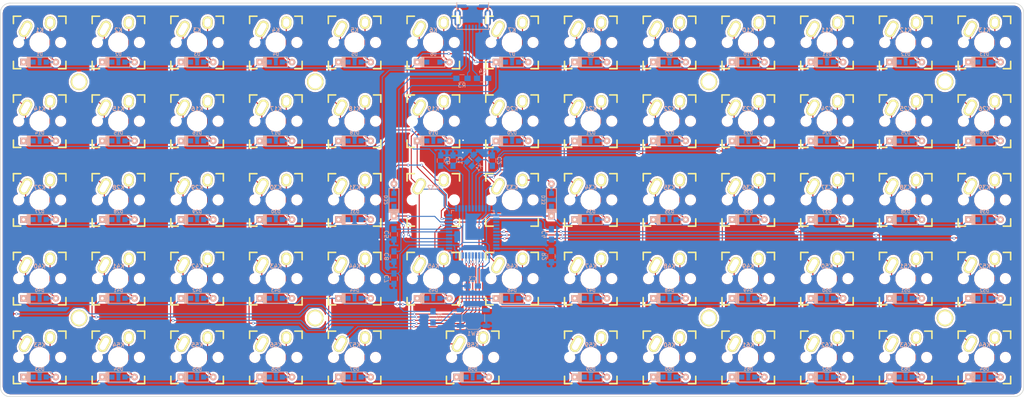
<source format=kicad_pcb>
(kicad_pcb (version 4) (host pcbnew 4.0.7)
  (layers (0 F.Cu signal) (31 B.Cu signal) (34 B.Paste user) (35 F.Paste user) (36 B.SilkS user) (37 F.SilkS user) (38 B.Mask user) (39 F.Mask user) (44 Edge.Cuts user))
  (net 0 "")
  (net 1 "Net-(C1-Pad1)")
  (net 2 GND)
  (net 3 "Net-(C2-Pad1)")
  (net 4 VCC)
  (net 5 "Net-(C8-Pad1)")
  (net 6 "Net-(D1-Pad2)")
  (net 7 /row0)
  (net 8 "Net-(D2-Pad2)")
  (net 9 "Net-(D3-Pad2)")
  (net 10 "Net-(D4-Pad2)")
  (net 11 "Net-(D5-Pad2)")
  (net 12 "Net-(D6-Pad2)")
  (net 13 "Net-(D7-Pad2)")
  (net 14 "Net-(D8-Pad2)")
  (net 15 "Net-(D9-Pad2)")
  (net 16 "Net-(D10-Pad2)")
  (net 17 "Net-(D11-Pad2)")
  (net 18 "Net-(D12-Pad2)")
  (net 19 "Net-(D13-Pad2)")
  (net 20 "Net-(D14-Pad2)")
  (net 21 /row1)
  (net 22 "Net-(D15-Pad2)")
  (net 23 "Net-(D16-Pad2)")
  (net 24 "Net-(D17-Pad2)")
  (net 25 "Net-(D18-Pad2)")
  (net 26 "Net-(D19-Pad2)")
  (net 27 "Net-(D20-Pad2)")
  (net 28 "Net-(D21-Pad2)")
  (net 29 "Net-(D22-Pad2)")
  (net 30 "Net-(D23-Pad2)")
  (net 31 "Net-(D24-Pad2)")
  (net 32 "Net-(D25-Pad2)")
  (net 33 "Net-(D26-Pad2)")
  (net 34 "Net-(D27-Pad2)")
  (net 35 /row2)
  (net 36 "Net-(D28-Pad2)")
  (net 37 "Net-(D29-Pad2)")
  (net 38 "Net-(D30-Pad2)")
  (net 39 "Net-(D31-Pad2)")
  (net 40 "Net-(D32-Pad2)")
  (net 41 "Net-(D33-Pad2)")
  (net 42 "Net-(D34-Pad2)")
  (net 43 "Net-(D35-Pad2)")
  (net 44 "Net-(D36-Pad2)")
  (net 45 "Net-(D37-Pad2)")
  (net 46 "Net-(D38-Pad2)")
  (net 47 "Net-(D39-Pad2)")
  (net 48 "Net-(D40-Pad2)")
  (net 49 /row3)
  (net 50 "Net-(D41-Pad2)")
  (net 51 "Net-(D42-Pad2)")
  (net 52 "Net-(D43-Pad2)")
  (net 53 "Net-(D44-Pad2)")
  (net 54 "Net-(D45-Pad2)")
  (net 55 "Net-(D46-Pad2)")
  (net 56 "Net-(D47-Pad2)")
  (net 57 "Net-(D48-Pad2)")
  (net 58 "Net-(D49-Pad2)")
  (net 59 "Net-(D50-Pad2)")
  (net 60 "Net-(D51-Pad2)")
  (net 61 "Net-(D52-Pad2)")
  (net 62 "Net-(D53-Pad2)")
  (net 63 /row4)
  (net 64 "Net-(D54-Pad2)")
  (net 65 "Net-(D55-Pad2)")
  (net 66 "Net-(D56-Pad2)")
  (net 67 "Net-(D57-Pad2)")
  (net 68 "Net-(D58-Pad2)")
  (net 69 "Net-(D59-Pad2)")
  (net 70 "Net-(D60-Pad2)")
  (net 71 "Net-(D61-Pad2)")
  (net 72 "Net-(D62-Pad2)")
  (net 73 "Net-(D63-Pad2)")
  (net 74 "Net-(D64-Pad2)")
  (net 75 "Net-(J1-Pad2)")
  (net 76 "Net-(J1-Pad3)")
  (net 77 "Net-(J1-Pad4)")
  (net 78 /col0)
  (net 79 /col1)
  (net 80 /col2)
  (net 81 /col3)
  (net 82 /col4)
  (net 83 /col5)
  (net 84 /col6)
  (net 85 /col7)
  (net 86 /col8)
  (net 87 /col9)
  (net 88 /col10)
  (net 89 /col11)
  (net 90 /col12)
  (net 91 "Net-(R1-Pad1)")
  (net 92 "Net-(R2-Pad1)")
  (net 93 "Net-(R3-Pad1)")
  (net 94 "Net-(R4-Pad1)")
  (net 95 "Net-(U1-Pad1)")
  (net 96 "Net-(U1-Pad22)")
  (net 97 "Net-(U1-Pad25)")
  (net 98 "Net-(U1-Pad26)")
  (net 99 "Net-(U1-Pad27)")
  (net 100 "Net-(U1-Pad31)")
  (net 101 "Net-(U1-Pad32)")
  (net 102 "Net-(U1-Pad42)")
  (module keyboard_parts:HOLE_M3 (layer F.Cu) (at 95.25 95.25)
    (fp_text reference HOLE_M3 hide)
    (fp_text value VAL** hide)
    (pad 1 thru_hole circle (at 0 0) (size 4 4) (drill 3.2) (layers *.Cu *.Mask F.SilkS))
  )
  (module keyboard_parts:HOLE_M3 (layer F.Cu) (at 190.5 95.25)
    (fp_text reference HOLE_M3 hide)
    (fp_text value VAL** hide)
    (pad 1 thru_hole circle (at 0 0) (size 4 4) (drill 3.2) (layers *.Cu *.Mask F.SilkS))
  )
  (module keyboard_parts:HOLE_M3 (layer F.Cu) (at 190.5 38.1)
    (fp_text reference HOLE_M3 hide)
    (fp_text value VAL** hide)
    (pad 1 thru_hole circle (at 0 0) (size 4 4) (drill 3.2) (layers *.Cu *.Mask F.SilkS))
  )
  (module keyboard_parts:HOLE_M3 (layer F.Cu) (at 95.25 38.1)
    (fp_text reference HOLE_M3 hide)
    (fp_text value VAL** hide)
    (pad 1 thru_hole circle (at 0 0) (size 4 4) (drill 3.2) (layers *.Cu *.Mask F.SilkS))
  )
  (module keyboard_parts:HOLE_M3 (layer F.Cu) (at 247.65 38.1)
    (fp_text reference HOLE_M3 hide)
    (fp_text value VAL** hide)
    (pad 1 thru_hole circle (at 0 0) (size 4 4) (drill 3.2) (layers *.Cu *.Mask F.SilkS))
  )
  (module keyboard_parts:HOLE_M3 (layer F.Cu) (at 247.65 95.25)
    (fp_text reference HOLE_M3 hide)
    (fp_text value VAL** hide)
    (pad 1 thru_hole circle (at 0 0) (size 4 4) (drill 3.2) (layers *.Cu *.Mask F.SilkS))
  )
  (module keyboard_parts:HOLE_M3 (layer F.Cu) (at 38.1 95.25)
    (fp_text reference HOLE_M3 hide)
    (fp_text value VAL** hide)
    (pad 1 thru_hole circle (at 0 0) (size 4 4) (drill 3.2) (layers *.Cu *.Mask F.SilkS))
  )
  (module Capacitors_SMD:C_0805_HandSoldering (layer B.Cu) (at 128.5875 57.15 90)
    (fp_text reference C1 (at 0 1.75 90) (layer B.SilkS) (effects (justify mirror)))
    (fp_text value 22p)
    (pad 1 smd rect (at -1.25 0 90) (size 1.5 1.25) (layers B.Cu B.Paste B.Mask) (net 1 "Net-(C1-Pad1)"))
    (pad 2 smd rect (at 1.25 0 90) (size 1.5 1.25) (layers B.Cu B.Paste B.Mask) (net 2 GND))
  )
  (module Capacitors_SMD:C_0805_HandSoldering (layer B.Cu) (at 138.1125 57.15 90)
    (fp_text reference C2 (at 0 1.75 90) (layer B.SilkS) (effects (justify mirror)))
    (fp_text value 22p)
    (pad 1 smd rect (at -1.25 0 90) (size 1.5 1.25) (layers B.Cu B.Paste B.Mask) (net 3 "Net-(C2-Pad1)"))
    (pad 2 smd rect (at 1.25 0 90) (size 1.5 1.25) (layers B.Cu B.Paste B.Mask) (net 2 GND))
  )
  (module Capacitors_SMD:C_0805_HandSoldering (layer B.Cu) (at 133.35 87.510938 180)
    (fp_text reference C3 (at 0 1.75 180) (layer B.SilkS) (effects (justify mirror)))
    (fp_text value 0.1u)
    (pad 1 smd rect (at -1.25 0 180) (size 1.5 1.25) (layers B.Cu B.Paste B.Mask) (net 4 VCC))
    (pad 2 smd rect (at 1.25 0 180) (size 1.5 1.25) (layers B.Cu B.Paste B.Mask) (net 2 GND))
  )
  (module Capacitors_SMD:C_0805_HandSoldering (layer B.Cu) (at 152.4 75.009375 270)
    (fp_text reference C4 (at 0 1.75 270) (layer B.SilkS) (effects (justify mirror)))
    (fp_text value 0.1u)
    (pad 1 smd rect (at -1.25 0 270) (size 1.5 1.25) (layers B.Cu B.Paste B.Mask) (net 4 VCC))
    (pad 2 smd rect (at 1.25 0 270) (size 1.5 1.25) (layers B.Cu B.Paste B.Mask) (net 2 GND))
  )
  (module Capacitors_SMD:C_0805_HandSoldering (layer B.Cu) (at 114.3 75.009375 270)
    (fp_text reference C5 (at 0 1.75 270) (layer B.SilkS) (effects (justify mirror)))
    (fp_text value 0.1u)
    (pad 1 smd rect (at -1.25 0 270) (size 1.5 1.25) (layers B.Cu B.Paste B.Mask) (net 4 VCC))
    (pad 2 smd rect (at 1.25 0 270) (size 1.5 1.25) (layers B.Cu B.Paste B.Mask) (net 2 GND))
  )
  (module Capacitors_SMD:C_0805_HandSoldering (layer B.Cu) (at 125.610938 57.15 90)
    (fp_text reference C6 (at 0 1.75 90) (layer B.SilkS) (effects (justify mirror)))
    (fp_text value 0.1u)
    (pad 1 smd rect (at -1.25 0 90) (size 1.5 1.25) (layers B.Cu B.Paste B.Mask) (net 4 VCC))
    (pad 2 smd rect (at 1.25 0 90) (size 1.5 1.25) (layers B.Cu B.Paste B.Mask) (net 2 GND))
  )
  (module Capacitors_SMD:C_0805_HandSoldering (layer B.Cu) (at 114.3 85.725 270)
    (fp_text reference C7 (at 0 1.75 270) (layer B.SilkS) (effects (justify mirror)))
    (fp_text value 4.7u)
    (pad 1 smd rect (at -1.25 0 270) (size 1.5 1.25) (layers B.Cu B.Paste B.Mask) (net 4 VCC))
    (pad 2 smd rect (at 1.25 0 270) (size 1.5 1.25) (layers B.Cu B.Paste B.Mask) (net 2 GND))
  )
  (module Capacitors_SMD:C_0805_HandSoldering (layer B.Cu) (at 114.3 80.367188 270)
    (fp_text reference C8 (at 0 1.75 270) (layer B.SilkS) (effects (justify mirror)))
    (fp_text value 1u)
    (pad 1 smd rect (at -1.25 0 270) (size 1.5 1.25) (layers B.Cu B.Paste B.Mask) (net 5 "Net-(C8-Pad1)"))
    (pad 2 smd rect (at 1.25 0 270) (size 1.5 1.25) (layers B.Cu B.Paste B.Mask) (net 2 GND))
  )
  (module keyboard_parts:D_SOD123_axial (layer B.Cu) (at 28.575 33.3375)
    (fp_text reference D1 (at 0 -1.925) (layer B.SilkS) (effects (font (size 0.8 0.8)) (justify mirror)))
    (fp_text value D hide)
    (pad 2 smd rect (at 1.575 0) (size 1.2 1.2) (layers B.Cu B.Paste B.Mask) (net 6 "Net-(D1-Pad2)"))
    (pad 1 smd rect (at -1.575 0) (size 1.2 1.2) (layers B.Cu B.Paste B.Mask) (net 7 /row0))
    (pad 1 thru_hole rect (at -3.9 0) (size 1.6 1.6) (drill 0.7) (layers *.Cu *.Mask B.SilkS) (net 7 /row0))
    (pad 2 thru_hole circle (at 3.9 0) (size 1.6 1.6) (drill 0.7) (layers *.Cu *.Mask B.SilkS) (net 6 "Net-(D1-Pad2)"))
    (pad 1 smd rect (at -2.7 0) (size 2.5 0.5) (layers B.Cu) (net 7 /row0))
    (pad 2 smd rect (at 2.7 0) (size 2.5 0.5) (layers B.Cu) (net 6 "Net-(D1-Pad2)"))
  )
  (module keyboard_parts:D_SOD123_axial (layer B.Cu) (at 47.625 33.3375)
    (fp_text reference D2 (at 0 -1.925) (layer B.SilkS) (effects (font (size 0.8 0.8)) (justify mirror)))
    (fp_text value D hide)
    (pad 2 smd rect (at 1.575 0) (size 1.2 1.2) (layers B.Cu B.Paste B.Mask) (net 8 "Net-(D2-Pad2)"))
    (pad 1 smd rect (at -1.575 0) (size 1.2 1.2) (layers B.Cu B.Paste B.Mask) (net 7 /row0))
    (pad 1 thru_hole rect (at -3.9 0) (size 1.6 1.6) (drill 0.7) (layers *.Cu *.Mask B.SilkS) (net 7 /row0))
    (pad 2 thru_hole circle (at 3.9 0) (size 1.6 1.6) (drill 0.7) (layers *.Cu *.Mask B.SilkS) (net 8 "Net-(D2-Pad2)"))
    (pad 1 smd rect (at -2.7 0) (size 2.5 0.5) (layers B.Cu) (net 7 /row0))
    (pad 2 smd rect (at 2.7 0) (size 2.5 0.5) (layers B.Cu) (net 8 "Net-(D2-Pad2)"))
  )
  (module keyboard_parts:D_SOD123_axial (layer B.Cu) (at 66.675 33.3375)
    (fp_text reference D3 (at 0 -1.925) (layer B.SilkS) (effects (font (size 0.8 0.8)) (justify mirror)))
    (fp_text value D hide)
    (pad 2 smd rect (at 1.575 0) (size 1.2 1.2) (layers B.Cu B.Paste B.Mask) (net 9 "Net-(D3-Pad2)"))
    (pad 1 smd rect (at -1.575 0) (size 1.2 1.2) (layers B.Cu B.Paste B.Mask) (net 7 /row0))
    (pad 1 thru_hole rect (at -3.9 0) (size 1.6 1.6) (drill 0.7) (layers *.Cu *.Mask B.SilkS) (net 7 /row0))
    (pad 2 thru_hole circle (at 3.9 0) (size 1.6 1.6) (drill 0.7) (layers *.Cu *.Mask B.SilkS) (net 9 "Net-(D3-Pad2)"))
    (pad 1 smd rect (at -2.7 0) (size 2.5 0.5) (layers B.Cu) (net 7 /row0))
    (pad 2 smd rect (at 2.7 0) (size 2.5 0.5) (layers B.Cu) (net 9 "Net-(D3-Pad2)"))
  )
  (module keyboard_parts:D_SOD123_axial (layer B.Cu) (at 85.725 33.3375)
    (fp_text reference D4 (at 0 -1.925) (layer B.SilkS) (effects (font (size 0.8 0.8)) (justify mirror)))
    (fp_text value D hide)
    (pad 2 smd rect (at 1.575 0) (size 1.2 1.2) (layers B.Cu B.Paste B.Mask) (net 10 "Net-(D4-Pad2)"))
    (pad 1 smd rect (at -1.575 0) (size 1.2 1.2) (layers B.Cu B.Paste B.Mask) (net 7 /row0))
    (pad 1 thru_hole rect (at -3.9 0) (size 1.6 1.6) (drill 0.7) (layers *.Cu *.Mask B.SilkS) (net 7 /row0))
    (pad 2 thru_hole circle (at 3.9 0) (size 1.6 1.6) (drill 0.7) (layers *.Cu *.Mask B.SilkS) (net 10 "Net-(D4-Pad2)"))
    (pad 1 smd rect (at -2.7 0) (size 2.5 0.5) (layers B.Cu) (net 7 /row0))
    (pad 2 smd rect (at 2.7 0) (size 2.5 0.5) (layers B.Cu) (net 10 "Net-(D4-Pad2)"))
  )
  (module keyboard_parts:D_SOD123_axial (layer B.Cu) (at 104.775 33.3375)
    (fp_text reference D5 (at 0 -1.925) (layer B.SilkS) (effects (font (size 0.8 0.8)) (justify mirror)))
    (fp_text value D hide)
    (pad 2 smd rect (at 1.575 0) (size 1.2 1.2) (layers B.Cu B.Paste B.Mask) (net 11 "Net-(D5-Pad2)"))
    (pad 1 smd rect (at -1.575 0) (size 1.2 1.2) (layers B.Cu B.Paste B.Mask) (net 7 /row0))
    (pad 1 thru_hole rect (at -3.9 0) (size 1.6 1.6) (drill 0.7) (layers *.Cu *.Mask B.SilkS) (net 7 /row0))
    (pad 2 thru_hole circle (at 3.9 0) (size 1.6 1.6) (drill 0.7) (layers *.Cu *.Mask B.SilkS) (net 11 "Net-(D5-Pad2)"))
    (pad 1 smd rect (at -2.7 0) (size 2.5 0.5) (layers B.Cu) (net 7 /row0))
    (pad 2 smd rect (at 2.7 0) (size 2.5 0.5) (layers B.Cu) (net 11 "Net-(D5-Pad2)"))
  )
  (module keyboard_parts:D_SOD123_axial (layer B.Cu) (at 123.825 33.3375)
    (fp_text reference D6 (at 0 -1.925) (layer B.SilkS) (effects (font (size 0.8 0.8)) (justify mirror)))
    (fp_text value D hide)
    (pad 2 smd rect (at 1.575 0) (size 1.2 1.2) (layers B.Cu B.Paste B.Mask) (net 12 "Net-(D6-Pad2)"))
    (pad 1 smd rect (at -1.575 0) (size 1.2 1.2) (layers B.Cu B.Paste B.Mask) (net 7 /row0))
    (pad 1 thru_hole rect (at -3.9 0) (size 1.6 1.6) (drill 0.7) (layers *.Cu *.Mask B.SilkS) (net 7 /row0))
    (pad 2 thru_hole circle (at 3.9 0) (size 1.6 1.6) (drill 0.7) (layers *.Cu *.Mask B.SilkS) (net 12 "Net-(D6-Pad2)"))
    (pad 1 smd rect (at -2.7 0) (size 2.5 0.5) (layers B.Cu) (net 7 /row0))
    (pad 2 smd rect (at 2.7 0) (size 2.5 0.5) (layers B.Cu) (net 12 "Net-(D6-Pad2)"))
  )
  (module keyboard_parts:D_SOD123_axial (layer B.Cu) (at 142.875 33.3375)
    (fp_text reference D7 (at 0 -1.925) (layer B.SilkS) (effects (font (size 0.8 0.8)) (justify mirror)))
    (fp_text value D hide)
    (pad 2 smd rect (at 1.575 0) (size 1.2 1.2) (layers B.Cu B.Paste B.Mask) (net 13 "Net-(D7-Pad2)"))
    (pad 1 smd rect (at -1.575 0) (size 1.2 1.2) (layers B.Cu B.Paste B.Mask) (net 7 /row0))
    (pad 1 thru_hole rect (at -3.9 0) (size 1.6 1.6) (drill 0.7) (layers *.Cu *.Mask B.SilkS) (net 7 /row0))
    (pad 2 thru_hole circle (at 3.9 0) (size 1.6 1.6) (drill 0.7) (layers *.Cu *.Mask B.SilkS) (net 13 "Net-(D7-Pad2)"))
    (pad 1 smd rect (at -2.7 0) (size 2.5 0.5) (layers B.Cu) (net 7 /row0))
    (pad 2 smd rect (at 2.7 0) (size 2.5 0.5) (layers B.Cu) (net 13 "Net-(D7-Pad2)"))
  )
  (module keyboard_parts:D_SOD123_axial (layer B.Cu) (at 161.925 33.3375)
    (fp_text reference D8 (at 0 -1.925) (layer B.SilkS) (effects (font (size 0.8 0.8)) (justify mirror)))
    (fp_text value D hide)
    (pad 2 smd rect (at 1.575 0) (size 1.2 1.2) (layers B.Cu B.Paste B.Mask) (net 14 "Net-(D8-Pad2)"))
    (pad 1 smd rect (at -1.575 0) (size 1.2 1.2) (layers B.Cu B.Paste B.Mask) (net 7 /row0))
    (pad 1 thru_hole rect (at -3.9 0) (size 1.6 1.6) (drill 0.7) (layers *.Cu *.Mask B.SilkS) (net 7 /row0))
    (pad 2 thru_hole circle (at 3.9 0) (size 1.6 1.6) (drill 0.7) (layers *.Cu *.Mask B.SilkS) (net 14 "Net-(D8-Pad2)"))
    (pad 1 smd rect (at -2.7 0) (size 2.5 0.5) (layers B.Cu) (net 7 /row0))
    (pad 2 smd rect (at 2.7 0) (size 2.5 0.5) (layers B.Cu) (net 14 "Net-(D8-Pad2)"))
  )
  (module keyboard_parts:D_SOD123_axial (layer B.Cu) (at 180.975 33.3375)
    (fp_text reference D9 (at 0 -1.925) (layer B.SilkS) (effects (font (size 0.8 0.8)) (justify mirror)))
    (fp_text value D hide)
    (pad 2 smd rect (at 1.575 0) (size 1.2 1.2) (layers B.Cu B.Paste B.Mask) (net 15 "Net-(D9-Pad2)"))
    (pad 1 smd rect (at -1.575 0) (size 1.2 1.2) (layers B.Cu B.Paste B.Mask) (net 7 /row0))
    (pad 1 thru_hole rect (at -3.9 0) (size 1.6 1.6) (drill 0.7) (layers *.Cu *.Mask B.SilkS) (net 7 /row0))
    (pad 2 thru_hole circle (at 3.9 0) (size 1.6 1.6) (drill 0.7) (layers *.Cu *.Mask B.SilkS) (net 15 "Net-(D9-Pad2)"))
    (pad 1 smd rect (at -2.7 0) (size 2.5 0.5) (layers B.Cu) (net 7 /row0))
    (pad 2 smd rect (at 2.7 0) (size 2.5 0.5) (layers B.Cu) (net 15 "Net-(D9-Pad2)"))
  )
  (module keyboard_parts:D_SOD123_axial (layer B.Cu) (at 200.025 33.3375)
    (fp_text reference D10 (at 0 -1.925) (layer B.SilkS) (effects (font (size 0.8 0.8)) (justify mirror)))
    (fp_text value D hide)
    (pad 2 smd rect (at 1.575 0) (size 1.2 1.2) (layers B.Cu B.Paste B.Mask) (net 16 "Net-(D10-Pad2)"))
    (pad 1 smd rect (at -1.575 0) (size 1.2 1.2) (layers B.Cu B.Paste B.Mask) (net 7 /row0))
    (pad 1 thru_hole rect (at -3.9 0) (size 1.6 1.6) (drill 0.7) (layers *.Cu *.Mask B.SilkS) (net 7 /row0))
    (pad 2 thru_hole circle (at 3.9 0) (size 1.6 1.6) (drill 0.7) (layers *.Cu *.Mask B.SilkS) (net 16 "Net-(D10-Pad2)"))
    (pad 1 smd rect (at -2.7 0) (size 2.5 0.5) (layers B.Cu) (net 7 /row0))
    (pad 2 smd rect (at 2.7 0) (size 2.5 0.5) (layers B.Cu) (net 16 "Net-(D10-Pad2)"))
  )
  (module keyboard_parts:D_SOD123_axial (layer B.Cu) (at 219.075 33.3375)
    (fp_text reference D11 (at 0 -1.925) (layer B.SilkS) (effects (font (size 0.8 0.8)) (justify mirror)))
    (fp_text value D hide)
    (pad 2 smd rect (at 1.575 0) (size 1.2 1.2) (layers B.Cu B.Paste B.Mask) (net 17 "Net-(D11-Pad2)"))
    (pad 1 smd rect (at -1.575 0) (size 1.2 1.2) (layers B.Cu B.Paste B.Mask) (net 7 /row0))
    (pad 1 thru_hole rect (at -3.9 0) (size 1.6 1.6) (drill 0.7) (layers *.Cu *.Mask B.SilkS) (net 7 /row0))
    (pad 2 thru_hole circle (at 3.9 0) (size 1.6 1.6) (drill 0.7) (layers *.Cu *.Mask B.SilkS) (net 17 "Net-(D11-Pad2)"))
    (pad 1 smd rect (at -2.7 0) (size 2.5 0.5) (layers B.Cu) (net 7 /row0))
    (pad 2 smd rect (at 2.7 0) (size 2.5 0.5) (layers B.Cu) (net 17 "Net-(D11-Pad2)"))
  )
  (module keyboard_parts:D_SOD123_axial (layer B.Cu) (at 238.125 33.3375)
    (fp_text reference D12 (at 0 -1.925) (layer B.SilkS) (effects (font (size 0.8 0.8)) (justify mirror)))
    (fp_text value D hide)
    (pad 2 smd rect (at 1.575 0) (size 1.2 1.2) (layers B.Cu B.Paste B.Mask) (net 18 "Net-(D12-Pad2)"))
    (pad 1 smd rect (at -1.575 0) (size 1.2 1.2) (layers B.Cu B.Paste B.Mask) (net 7 /row0))
    (pad 1 thru_hole rect (at -3.9 0) (size 1.6 1.6) (drill 0.7) (layers *.Cu *.Mask B.SilkS) (net 7 /row0))
    (pad 2 thru_hole circle (at 3.9 0) (size 1.6 1.6) (drill 0.7) (layers *.Cu *.Mask B.SilkS) (net 18 "Net-(D12-Pad2)"))
    (pad 1 smd rect (at -2.7 0) (size 2.5 0.5) (layers B.Cu) (net 7 /row0))
    (pad 2 smd rect (at 2.7 0) (size 2.5 0.5) (layers B.Cu) (net 18 "Net-(D12-Pad2)"))
  )
  (module keyboard_parts:D_SOD123_axial (layer B.Cu) (at 257.175 33.3375)
    (fp_text reference D13 (at 0 -1.925) (layer B.SilkS) (effects (font (size 0.8 0.8)) (justify mirror)))
    (fp_text value D hide)
    (pad 2 smd rect (at 1.575 0) (size 1.2 1.2) (layers B.Cu B.Paste B.Mask) (net 19 "Net-(D13-Pad2)"))
    (pad 1 smd rect (at -1.575 0) (size 1.2 1.2) (layers B.Cu B.Paste B.Mask) (net 7 /row0))
    (pad 1 thru_hole rect (at -3.9 0) (size 1.6 1.6) (drill 0.7) (layers *.Cu *.Mask B.SilkS) (net 7 /row0))
    (pad 2 thru_hole circle (at 3.9 0) (size 1.6 1.6) (drill 0.7) (layers *.Cu *.Mask B.SilkS) (net 19 "Net-(D13-Pad2)"))
    (pad 1 smd rect (at -2.7 0) (size 2.5 0.5) (layers B.Cu) (net 7 /row0))
    (pad 2 smd rect (at 2.7 0) (size 2.5 0.5) (layers B.Cu) (net 19 "Net-(D13-Pad2)"))
  )
  (module keyboard_parts:D_SOD123_axial (layer B.Cu) (at 28.575 52.3875)
    (fp_text reference D14 (at 0 -1.925) (layer B.SilkS) (effects (font (size 0.8 0.8)) (justify mirror)))
    (fp_text value D hide)
    (pad 2 smd rect (at 1.575 0) (size 1.2 1.2) (layers B.Cu B.Paste B.Mask) (net 20 "Net-(D14-Pad2)"))
    (pad 1 smd rect (at -1.575 0) (size 1.2 1.2) (layers B.Cu B.Paste B.Mask) (net 21 /row1))
    (pad 1 thru_hole rect (at -3.9 0) (size 1.6 1.6) (drill 0.7) (layers *.Cu *.Mask B.SilkS) (net 21 /row1))
    (pad 2 thru_hole circle (at 3.9 0) (size 1.6 1.6) (drill 0.7) (layers *.Cu *.Mask B.SilkS) (net 20 "Net-(D14-Pad2)"))
    (pad 1 smd rect (at -2.7 0) (size 2.5 0.5) (layers B.Cu) (net 21 /row1))
    (pad 2 smd rect (at 2.7 0) (size 2.5 0.5) (layers B.Cu) (net 20 "Net-(D14-Pad2)"))
  )
  (module keyboard_parts:D_SOD123_axial (layer B.Cu) (at 47.625 52.3875)
    (fp_text reference D15 (at 0 -1.925) (layer B.SilkS) (effects (font (size 0.8 0.8)) (justify mirror)))
    (fp_text value D hide)
    (pad 2 smd rect (at 1.575 0) (size 1.2 1.2) (layers B.Cu B.Paste B.Mask) (net 22 "Net-(D15-Pad2)"))
    (pad 1 smd rect (at -1.575 0) (size 1.2 1.2) (layers B.Cu B.Paste B.Mask) (net 21 /row1))
    (pad 1 thru_hole rect (at -3.9 0) (size 1.6 1.6) (drill 0.7) (layers *.Cu *.Mask B.SilkS) (net 21 /row1))
    (pad 2 thru_hole circle (at 3.9 0) (size 1.6 1.6) (drill 0.7) (layers *.Cu *.Mask B.SilkS) (net 22 "Net-(D15-Pad2)"))
    (pad 1 smd rect (at -2.7 0) (size 2.5 0.5) (layers B.Cu) (net 21 /row1))
    (pad 2 smd rect (at 2.7 0) (size 2.5 0.5) (layers B.Cu) (net 22 "Net-(D15-Pad2)"))
  )
  (module keyboard_parts:D_SOD123_axial (layer B.Cu) (at 66.675 52.3875)
    (fp_text reference D16 (at 0 -1.925) (layer B.SilkS) (effects (font (size 0.8 0.8)) (justify mirror)))
    (fp_text value D hide)
    (pad 2 smd rect (at 1.575 0) (size 1.2 1.2) (layers B.Cu B.Paste B.Mask) (net 23 "Net-(D16-Pad2)"))
    (pad 1 smd rect (at -1.575 0) (size 1.2 1.2) (layers B.Cu B.Paste B.Mask) (net 21 /row1))
    (pad 1 thru_hole rect (at -3.9 0) (size 1.6 1.6) (drill 0.7) (layers *.Cu *.Mask B.SilkS) (net 21 /row1))
    (pad 2 thru_hole circle (at 3.9 0) (size 1.6 1.6) (drill 0.7) (layers *.Cu *.Mask B.SilkS) (net 23 "Net-(D16-Pad2)"))
    (pad 1 smd rect (at -2.7 0) (size 2.5 0.5) (layers B.Cu) (net 21 /row1))
    (pad 2 smd rect (at 2.7 0) (size 2.5 0.5) (layers B.Cu) (net 23 "Net-(D16-Pad2)"))
  )
  (module keyboard_parts:D_SOD123_axial (layer B.Cu) (at 85.725 52.3875)
    (fp_text reference D17 (at 0 -1.925) (layer B.SilkS) (effects (font (size 0.8 0.8)) (justify mirror)))
    (fp_text value D hide)
    (pad 2 smd rect (at 1.575 0) (size 1.2 1.2) (layers B.Cu B.Paste B.Mask) (net 24 "Net-(D17-Pad2)"))
    (pad 1 smd rect (at -1.575 0) (size 1.2 1.2) (layers B.Cu B.Paste B.Mask) (net 21 /row1))
    (pad 1 thru_hole rect (at -3.9 0) (size 1.6 1.6) (drill 0.7) (layers *.Cu *.Mask B.SilkS) (net 21 /row1))
    (pad 2 thru_hole circle (at 3.9 0) (size 1.6 1.6) (drill 0.7) (layers *.Cu *.Mask B.SilkS) (net 24 "Net-(D17-Pad2)"))
    (pad 1 smd rect (at -2.7 0) (size 2.5 0.5) (layers B.Cu) (net 21 /row1))
    (pad 2 smd rect (at 2.7 0) (size 2.5 0.5) (layers B.Cu) (net 24 "Net-(D17-Pad2)"))
  )
  (module keyboard_parts:D_SOD123_axial (layer B.Cu) (at 104.775 52.3875)
    (fp_text reference D18 (at 0 -1.925) (layer B.SilkS) (effects (font (size 0.8 0.8)) (justify mirror)))
    (fp_text value D hide)
    (pad 2 smd rect (at 1.575 0) (size 1.2 1.2) (layers B.Cu B.Paste B.Mask) (net 25 "Net-(D18-Pad2)"))
    (pad 1 smd rect (at -1.575 0) (size 1.2 1.2) (layers B.Cu B.Paste B.Mask) (net 21 /row1))
    (pad 1 thru_hole rect (at -3.9 0) (size 1.6 1.6) (drill 0.7) (layers *.Cu *.Mask B.SilkS) (net 21 /row1))
    (pad 2 thru_hole circle (at 3.9 0) (size 1.6 1.6) (drill 0.7) (layers *.Cu *.Mask B.SilkS) (net 25 "Net-(D18-Pad2)"))
    (pad 1 smd rect (at -2.7 0) (size 2.5 0.5) (layers B.Cu) (net 21 /row1))
    (pad 2 smd rect (at 2.7 0) (size 2.5 0.5) (layers B.Cu) (net 25 "Net-(D18-Pad2)"))
  )
  (module keyboard_parts:D_SOD123_axial (layer B.Cu) (at 123.825 52.3875)
    (fp_text reference D19 (at 0 -1.925) (layer B.SilkS) (effects (font (size 0.8 0.8)) (justify mirror)))
    (fp_text value D hide)
    (pad 2 smd rect (at 1.575 0) (size 1.2 1.2) (layers B.Cu B.Paste B.Mask) (net 26 "Net-(D19-Pad2)"))
    (pad 1 smd rect (at -1.575 0) (size 1.2 1.2) (layers B.Cu B.Paste B.Mask) (net 21 /row1))
    (pad 1 thru_hole rect (at -3.9 0) (size 1.6 1.6) (drill 0.7) (layers *.Cu *.Mask B.SilkS) (net 21 /row1))
    (pad 2 thru_hole circle (at 3.9 0) (size 1.6 1.6) (drill 0.7) (layers *.Cu *.Mask B.SilkS) (net 26 "Net-(D19-Pad2)"))
    (pad 1 smd rect (at -2.7 0) (size 2.5 0.5) (layers B.Cu) (net 21 /row1))
    (pad 2 smd rect (at 2.7 0) (size 2.5 0.5) (layers B.Cu) (net 26 "Net-(D19-Pad2)"))
  )
  (module keyboard_parts:D_SOD123_axial (layer B.Cu) (at 142.875 52.3875)
    (fp_text reference D20 (at 0 -1.925) (layer B.SilkS) (effects (font (size 0.8 0.8)) (justify mirror)))
    (fp_text value D hide)
    (pad 2 smd rect (at 1.575 0) (size 1.2 1.2) (layers B.Cu B.Paste B.Mask) (net 27 "Net-(D20-Pad2)"))
    (pad 1 smd rect (at -1.575 0) (size 1.2 1.2) (layers B.Cu B.Paste B.Mask) (net 21 /row1))
    (pad 1 thru_hole rect (at -3.9 0) (size 1.6 1.6) (drill 0.7) (layers *.Cu *.Mask B.SilkS) (net 21 /row1))
    (pad 2 thru_hole circle (at 3.9 0) (size 1.6 1.6) (drill 0.7) (layers *.Cu *.Mask B.SilkS) (net 27 "Net-(D20-Pad2)"))
    (pad 1 smd rect (at -2.7 0) (size 2.5 0.5) (layers B.Cu) (net 21 /row1))
    (pad 2 smd rect (at 2.7 0) (size 2.5 0.5) (layers B.Cu) (net 27 "Net-(D20-Pad2)"))
  )
  (module keyboard_parts:D_SOD123_axial (layer B.Cu) (at 161.925 52.3875)
    (fp_text reference D21 (at 0 -1.925) (layer B.SilkS) (effects (font (size 0.8 0.8)) (justify mirror)))
    (fp_text value D hide)
    (pad 2 smd rect (at 1.575 0) (size 1.2 1.2) (layers B.Cu B.Paste B.Mask) (net 28 "Net-(D21-Pad2)"))
    (pad 1 smd rect (at -1.575 0) (size 1.2 1.2) (layers B.Cu B.Paste B.Mask) (net 21 /row1))
    (pad 1 thru_hole rect (at -3.9 0) (size 1.6 1.6) (drill 0.7) (layers *.Cu *.Mask B.SilkS) (net 21 /row1))
    (pad 2 thru_hole circle (at 3.9 0) (size 1.6 1.6) (drill 0.7) (layers *.Cu *.Mask B.SilkS) (net 28 "Net-(D21-Pad2)"))
    (pad 1 smd rect (at -2.7 0) (size 2.5 0.5) (layers B.Cu) (net 21 /row1))
    (pad 2 smd rect (at 2.7 0) (size 2.5 0.5) (layers B.Cu) (net 28 "Net-(D21-Pad2)"))
  )
  (module keyboard_parts:D_SOD123_axial (layer B.Cu) (at 180.975 52.3875)
    (fp_text reference D22 (at 0 -1.925) (layer B.SilkS) (effects (font (size 0.8 0.8)) (justify mirror)))
    (fp_text value D hide)
    (pad 2 smd rect (at 1.575 0) (size 1.2 1.2) (layers B.Cu B.Paste B.Mask) (net 29 "Net-(D22-Pad2)"))
    (pad 1 smd rect (at -1.575 0) (size 1.2 1.2) (layers B.Cu B.Paste B.Mask) (net 21 /row1))
    (pad 1 thru_hole rect (at -3.9 0) (size 1.6 1.6) (drill 0.7) (layers *.Cu *.Mask B.SilkS) (net 21 /row1))
    (pad 2 thru_hole circle (at 3.9 0) (size 1.6 1.6) (drill 0.7) (layers *.Cu *.Mask B.SilkS) (net 29 "Net-(D22-Pad2)"))
    (pad 1 smd rect (at -2.7 0) (size 2.5 0.5) (layers B.Cu) (net 21 /row1))
    (pad 2 smd rect (at 2.7 0) (size 2.5 0.5) (layers B.Cu) (net 29 "Net-(D22-Pad2)"))
  )
  (module keyboard_parts:D_SOD123_axial (layer B.Cu) (at 200.025 52.3875)
    (fp_text reference D23 (at 0 -1.925) (layer B.SilkS) (effects (font (size 0.8 0.8)) (justify mirror)))
    (fp_text value D hide)
    (pad 2 smd rect (at 1.575 0) (size 1.2 1.2) (layers B.Cu B.Paste B.Mask) (net 30 "Net-(D23-Pad2)"))
    (pad 1 smd rect (at -1.575 0) (size 1.2 1.2) (layers B.Cu B.Paste B.Mask) (net 21 /row1))
    (pad 1 thru_hole rect (at -3.9 0) (size 1.6 1.6) (drill 0.7) (layers *.Cu *.Mask B.SilkS) (net 21 /row1))
    (pad 2 thru_hole circle (at 3.9 0) (size 1.6 1.6) (drill 0.7) (layers *.Cu *.Mask B.SilkS) (net 30 "Net-(D23-Pad2)"))
    (pad 1 smd rect (at -2.7 0) (size 2.5 0.5) (layers B.Cu) (net 21 /row1))
    (pad 2 smd rect (at 2.7 0) (size 2.5 0.5) (layers B.Cu) (net 30 "Net-(D23-Pad2)"))
  )
  (module keyboard_parts:D_SOD123_axial (layer B.Cu) (at 219.075 52.3875)
    (fp_text reference D24 (at 0 -1.925) (layer B.SilkS) (effects (font (size 0.8 0.8)) (justify mirror)))
    (fp_text value D hide)
    (pad 2 smd rect (at 1.575 0) (size 1.2 1.2) (layers B.Cu B.Paste B.Mask) (net 31 "Net-(D24-Pad2)"))
    (pad 1 smd rect (at -1.575 0) (size 1.2 1.2) (layers B.Cu B.Paste B.Mask) (net 21 /row1))
    (pad 1 thru_hole rect (at -3.9 0) (size 1.6 1.6) (drill 0.7) (layers *.Cu *.Mask B.SilkS) (net 21 /row1))
    (pad 2 thru_hole circle (at 3.9 0) (size 1.6 1.6) (drill 0.7) (layers *.Cu *.Mask B.SilkS) (net 31 "Net-(D24-Pad2)"))
    (pad 1 smd rect (at -2.7 0) (size 2.5 0.5) (layers B.Cu) (net 21 /row1))
    (pad 2 smd rect (at 2.7 0) (size 2.5 0.5) (layers B.Cu) (net 31 "Net-(D24-Pad2)"))
  )
  (module keyboard_parts:D_SOD123_axial (layer B.Cu) (at 238.125 52.3875)
    (fp_text reference D25 (at 0 -1.925) (layer B.SilkS) (effects (font (size 0.8 0.8)) (justify mirror)))
    (fp_text value D hide)
    (pad 2 smd rect (at 1.575 0) (size 1.2 1.2) (layers B.Cu B.Paste B.Mask) (net 32 "Net-(D25-Pad2)"))
    (pad 1 smd rect (at -1.575 0) (size 1.2 1.2) (layers B.Cu B.Paste B.Mask) (net 21 /row1))
    (pad 1 thru_hole rect (at -3.9 0) (size 1.6 1.6) (drill 0.7) (layers *.Cu *.Mask B.SilkS) (net 21 /row1))
    (pad 2 thru_hole circle (at 3.9 0) (size 1.6 1.6) (drill 0.7) (layers *.Cu *.Mask B.SilkS) (net 32 "Net-(D25-Pad2)"))
    (pad 1 smd rect (at -2.7 0) (size 2.5 0.5) (layers B.Cu) (net 21 /row1))
    (pad 2 smd rect (at 2.7 0) (size 2.5 0.5) (layers B.Cu) (net 32 "Net-(D25-Pad2)"))
  )
  (module keyboard_parts:D_SOD123_axial (layer B.Cu) (at 257.175 52.3875)
    (fp_text reference D26 (at 0 -1.925) (layer B.SilkS) (effects (font (size 0.8 0.8)) (justify mirror)))
    (fp_text value D hide)
    (pad 2 smd rect (at 1.575 0) (size 1.2 1.2) (layers B.Cu B.Paste B.Mask) (net 33 "Net-(D26-Pad2)"))
    (pad 1 smd rect (at -1.575 0) (size 1.2 1.2) (layers B.Cu B.Paste B.Mask) (net 21 /row1))
    (pad 1 thru_hole rect (at -3.9 0) (size 1.6 1.6) (drill 0.7) (layers *.Cu *.Mask B.SilkS) (net 21 /row1))
    (pad 2 thru_hole circle (at 3.9 0) (size 1.6 1.6) (drill 0.7) (layers *.Cu *.Mask B.SilkS) (net 33 "Net-(D26-Pad2)"))
    (pad 1 smd rect (at -2.7 0) (size 2.5 0.5) (layers B.Cu) (net 21 /row1))
    (pad 2 smd rect (at 2.7 0) (size 2.5 0.5) (layers B.Cu) (net 33 "Net-(D26-Pad2)"))
  )
  (module keyboard_parts:D_SOD123_axial (layer B.Cu) (at 28.575 71.4375)
    (fp_text reference D27 (at 0 -1.925) (layer B.SilkS) (effects (font (size 0.8 0.8)) (justify mirror)))
    (fp_text value D hide)
    (pad 2 smd rect (at 1.575 0) (size 1.2 1.2) (layers B.Cu B.Paste B.Mask) (net 34 "Net-(D27-Pad2)"))
    (pad 1 smd rect (at -1.575 0) (size 1.2 1.2) (layers B.Cu B.Paste B.Mask) (net 35 /row2))
    (pad 1 thru_hole rect (at -3.9 0) (size 1.6 1.6) (drill 0.7) (layers *.Cu *.Mask B.SilkS) (net 35 /row2))
    (pad 2 thru_hole circle (at 3.9 0) (size 1.6 1.6) (drill 0.7) (layers *.Cu *.Mask B.SilkS) (net 34 "Net-(D27-Pad2)"))
    (pad 1 smd rect (at -2.7 0) (size 2.5 0.5) (layers B.Cu) (net 35 /row2))
    (pad 2 smd rect (at 2.7 0) (size 2.5 0.5) (layers B.Cu) (net 34 "Net-(D27-Pad2)"))
  )
  (module keyboard_parts:D_SOD123_axial (layer B.Cu) (at 47.625 71.4375)
    (fp_text reference D28 (at 0 -1.925) (layer B.SilkS) (effects (font (size 0.8 0.8)) (justify mirror)))
    (fp_text value D hide)
    (pad 2 smd rect (at 1.575 0) (size 1.2 1.2) (layers B.Cu B.Paste B.Mask) (net 36 "Net-(D28-Pad2)"))
    (pad 1 smd rect (at -1.575 0) (size 1.2 1.2) (layers B.Cu B.Paste B.Mask) (net 35 /row2))
    (pad 1 thru_hole rect (at -3.9 0) (size 1.6 1.6) (drill 0.7) (layers *.Cu *.Mask B.SilkS) (net 35 /row2))
    (pad 2 thru_hole circle (at 3.9 0) (size 1.6 1.6) (drill 0.7) (layers *.Cu *.Mask B.SilkS) (net 36 "Net-(D28-Pad2)"))
    (pad 1 smd rect (at -2.7 0) (size 2.5 0.5) (layers B.Cu) (net 35 /row2))
    (pad 2 smd rect (at 2.7 0) (size 2.5 0.5) (layers B.Cu) (net 36 "Net-(D28-Pad2)"))
  )
  (module keyboard_parts:D_SOD123_axial (layer B.Cu) (at 66.675 71.4375)
    (fp_text reference D29 (at 0 -1.925) (layer B.SilkS) (effects (font (size 0.8 0.8)) (justify mirror)))
    (fp_text value D hide)
    (pad 2 smd rect (at 1.575 0) (size 1.2 1.2) (layers B.Cu B.Paste B.Mask) (net 37 "Net-(D29-Pad2)"))
    (pad 1 smd rect (at -1.575 0) (size 1.2 1.2) (layers B.Cu B.Paste B.Mask) (net 35 /row2))
    (pad 1 thru_hole rect (at -3.9 0) (size 1.6 1.6) (drill 0.7) (layers *.Cu *.Mask B.SilkS) (net 35 /row2))
    (pad 2 thru_hole circle (at 3.9 0) (size 1.6 1.6) (drill 0.7) (layers *.Cu *.Mask B.SilkS) (net 37 "Net-(D29-Pad2)"))
    (pad 1 smd rect (at -2.7 0) (size 2.5 0.5) (layers B.Cu) (net 35 /row2))
    (pad 2 smd rect (at 2.7 0) (size 2.5 0.5) (layers B.Cu) (net 37 "Net-(D29-Pad2)"))
  )
  (module keyboard_parts:D_SOD123_axial (layer B.Cu) (at 85.725 71.4375)
    (fp_text reference D30 (at 0 -1.925) (layer B.SilkS) (effects (font (size 0.8 0.8)) (justify mirror)))
    (fp_text value D hide)
    (pad 2 smd rect (at 1.575 0) (size 1.2 1.2) (layers B.Cu B.Paste B.Mask) (net 38 "Net-(D30-Pad2)"))
    (pad 1 smd rect (at -1.575 0) (size 1.2 1.2) (layers B.Cu B.Paste B.Mask) (net 35 /row2))
    (pad 1 thru_hole rect (at -3.9 0) (size 1.6 1.6) (drill 0.7) (layers *.Cu *.Mask B.SilkS) (net 35 /row2))
    (pad 2 thru_hole circle (at 3.9 0) (size 1.6 1.6) (drill 0.7) (layers *.Cu *.Mask B.SilkS) (net 38 "Net-(D30-Pad2)"))
    (pad 1 smd rect (at -2.7 0) (size 2.5 0.5) (layers B.Cu) (net 35 /row2))
    (pad 2 smd rect (at 2.7 0) (size 2.5 0.5) (layers B.Cu) (net 38 "Net-(D30-Pad2)"))
  )
  (module keyboard_parts:D_SOD123_axial (layer B.Cu) (at 104.775 71.4375)
    (fp_text reference D31 (at 0 -1.925) (layer B.SilkS) (effects (font (size 0.8 0.8)) (justify mirror)))
    (fp_text value D hide)
    (pad 2 smd rect (at 1.575 0) (size 1.2 1.2) (layers B.Cu B.Paste B.Mask) (net 39 "Net-(D31-Pad2)"))
    (pad 1 smd rect (at -1.575 0) (size 1.2 1.2) (layers B.Cu B.Paste B.Mask) (net 35 /row2))
    (pad 1 thru_hole rect (at -3.9 0) (size 1.6 1.6) (drill 0.7) (layers *.Cu *.Mask B.SilkS) (net 35 /row2))
    (pad 2 thru_hole circle (at 3.9 0) (size 1.6 1.6) (drill 0.7) (layers *.Cu *.Mask B.SilkS) (net 39 "Net-(D31-Pad2)"))
    (pad 1 smd rect (at -2.7 0) (size 2.5 0.5) (layers B.Cu) (net 35 /row2))
    (pad 2 smd rect (at 2.7 0) (size 2.5 0.5) (layers B.Cu) (net 39 "Net-(D31-Pad2)"))
  )
  (module keyboard_parts:D_SOD123_axial (layer B.Cu) (at 114.3 66.675 90)
    (fp_text reference D32 (at 0 -1.925 90) (layer B.SilkS) (effects (font (size 0.8 0.8)) (justify mirror)))
    (fp_text value D hide)
    (pad 2 smd rect (at 1.575 0 90) (size 1.2 1.2) (layers B.Cu B.Paste B.Mask) (net 40 "Net-(D32-Pad2)"))
    (pad 1 smd rect (at -1.575 0 90) (size 1.2 1.2) (layers B.Cu B.Paste B.Mask) (net 35 /row2))
    (pad 1 thru_hole rect (at -3.9 0 90) (size 1.6 1.6) (drill 0.7) (layers *.Cu *.Mask B.SilkS) (net 35 /row2))
    (pad 2 thru_hole circle (at 3.9 0 90) (size 1.6 1.6) (drill 0.7) (layers *.Cu *.Mask B.SilkS) (net 40 "Net-(D32-Pad2)"))
    (pad 1 smd rect (at -2.7 0 90) (size 2.5 0.5) (layers B.Cu) (net 35 /row2))
    (pad 2 smd rect (at 2.7 0 90) (size 2.5 0.5) (layers B.Cu) (net 40 "Net-(D32-Pad2)"))
  )
  (module keyboard_parts:D_SOD123_axial (layer B.Cu) (at 152.4 66.675 90)
    (fp_text reference D33 (at 0 -1.925 90) (layer B.SilkS) (effects (font (size 0.8 0.8)) (justify mirror)))
    (fp_text value D hide)
    (pad 2 smd rect (at 1.575 0 90) (size 1.2 1.2) (layers B.Cu B.Paste B.Mask) (net 41 "Net-(D33-Pad2)"))
    (pad 1 smd rect (at -1.575 0 90) (size 1.2 1.2) (layers B.Cu B.Paste B.Mask) (net 35 /row2))
    (pad 1 thru_hole rect (at -3.9 0 90) (size 1.6 1.6) (drill 0.7) (layers *.Cu *.Mask B.SilkS) (net 35 /row2))
    (pad 2 thru_hole circle (at 3.9 0 90) (size 1.6 1.6) (drill 0.7) (layers *.Cu *.Mask B.SilkS) (net 41 "Net-(D33-Pad2)"))
    (pad 1 smd rect (at -2.7 0 90) (size 2.5 0.5) (layers B.Cu) (net 35 /row2))
    (pad 2 smd rect (at 2.7 0 90) (size 2.5 0.5) (layers B.Cu) (net 41 "Net-(D33-Pad2)"))
  )
  (module keyboard_parts:D_SOD123_axial (layer B.Cu) (at 161.925 71.4375)
    (fp_text reference D34 (at 0 -1.925) (layer B.SilkS) (effects (font (size 0.8 0.8)) (justify mirror)))
    (fp_text value D hide)
    (pad 2 smd rect (at 1.575 0) (size 1.2 1.2) (layers B.Cu B.Paste B.Mask) (net 42 "Net-(D34-Pad2)"))
    (pad 1 smd rect (at -1.575 0) (size 1.2 1.2) (layers B.Cu B.Paste B.Mask) (net 35 /row2))
    (pad 1 thru_hole rect (at -3.9 0) (size 1.6 1.6) (drill 0.7) (layers *.Cu *.Mask B.SilkS) (net 35 /row2))
    (pad 2 thru_hole circle (at 3.9 0) (size 1.6 1.6) (drill 0.7) (layers *.Cu *.Mask B.SilkS) (net 42 "Net-(D34-Pad2)"))
    (pad 1 smd rect (at -2.7 0) (size 2.5 0.5) (layers B.Cu) (net 35 /row2))
    (pad 2 smd rect (at 2.7 0) (size 2.5 0.5) (layers B.Cu) (net 42 "Net-(D34-Pad2)"))
  )
  (module keyboard_parts:D_SOD123_axial (layer B.Cu) (at 180.975 71.4375)
    (fp_text reference D35 (at 0 -1.925) (layer B.SilkS) (effects (font (size 0.8 0.8)) (justify mirror)))
    (fp_text value D hide)
    (pad 2 smd rect (at 1.575 0) (size 1.2 1.2) (layers B.Cu B.Paste B.Mask) (net 43 "Net-(D35-Pad2)"))
    (pad 1 smd rect (at -1.575 0) (size 1.2 1.2) (layers B.Cu B.Paste B.Mask) (net 35 /row2))
    (pad 1 thru_hole rect (at -3.9 0) (size 1.6 1.6) (drill 0.7) (layers *.Cu *.Mask B.SilkS) (net 35 /row2))
    (pad 2 thru_hole circle (at 3.9 0) (size 1.6 1.6) (drill 0.7) (layers *.Cu *.Mask B.SilkS) (net 43 "Net-(D35-Pad2)"))
    (pad 1 smd rect (at -2.7 0) (size 2.5 0.5) (layers B.Cu) (net 35 /row2))
    (pad 2 smd rect (at 2.7 0) (size 2.5 0.5) (layers B.Cu) (net 43 "Net-(D35-Pad2)"))
  )
  (module keyboard_parts:D_SOD123_axial (layer B.Cu) (at 200.025 71.4375)
    (fp_text reference D36 (at 0 -1.925) (layer B.SilkS) (effects (font (size 0.8 0.8)) (justify mirror)))
    (fp_text value D hide)
    (pad 2 smd rect (at 1.575 0) (size 1.2 1.2) (layers B.Cu B.Paste B.Mask) (net 44 "Net-(D36-Pad2)"))
    (pad 1 smd rect (at -1.575 0) (size 1.2 1.2) (layers B.Cu B.Paste B.Mask) (net 35 /row2))
    (pad 1 thru_hole rect (at -3.9 0) (size 1.6 1.6) (drill 0.7) (layers *.Cu *.Mask B.SilkS) (net 35 /row2))
    (pad 2 thru_hole circle (at 3.9 0) (size 1.6 1.6) (drill 0.7) (layers *.Cu *.Mask B.SilkS) (net 44 "Net-(D36-Pad2)"))
    (pad 1 smd rect (at -2.7 0) (size 2.5 0.5) (layers B.Cu) (net 35 /row2))
    (pad 2 smd rect (at 2.7 0) (size 2.5 0.5) (layers B.Cu) (net 44 "Net-(D36-Pad2)"))
  )
  (module keyboard_parts:D_SOD123_axial (layer B.Cu) (at 219.075 71.4375)
    (fp_text reference D37 (at 0 -1.925) (layer B.SilkS) (effects (font (size 0.8 0.8)) (justify mirror)))
    (fp_text value D hide)
    (pad 2 smd rect (at 1.575 0) (size 1.2 1.2) (layers B.Cu B.Paste B.Mask) (net 45 "Net-(D37-Pad2)"))
    (pad 1 smd rect (at -1.575 0) (size 1.2 1.2) (layers B.Cu B.Paste B.Mask) (net 35 /row2))
    (pad 1 thru_hole rect (at -3.9 0) (size 1.6 1.6) (drill 0.7) (layers *.Cu *.Mask B.SilkS) (net 35 /row2))
    (pad 2 thru_hole circle (at 3.9 0) (size 1.6 1.6) (drill 0.7) (layers *.Cu *.Mask B.SilkS) (net 45 "Net-(D37-Pad2)"))
    (pad 1 smd rect (at -2.7 0) (size 2.5 0.5) (layers B.Cu) (net 35 /row2))
    (pad 2 smd rect (at 2.7 0) (size 2.5 0.5) (layers B.Cu) (net 45 "Net-(D37-Pad2)"))
  )
  (module keyboard_parts:D_SOD123_axial (layer B.Cu) (at 238.125 71.4375)
    (fp_text reference D38 (at 0 -1.925) (layer B.SilkS) (effects (font (size 0.8 0.8)) (justify mirror)))
    (fp_text value D hide)
    (pad 2 smd rect (at 1.575 0) (size 1.2 1.2) (layers B.Cu B.Paste B.Mask) (net 46 "Net-(D38-Pad2)"))
    (pad 1 smd rect (at -1.575 0) (size 1.2 1.2) (layers B.Cu B.Paste B.Mask) (net 35 /row2))
    (pad 1 thru_hole rect (at -3.9 0) (size 1.6 1.6) (drill 0.7) (layers *.Cu *.Mask B.SilkS) (net 35 /row2))
    (pad 2 thru_hole circle (at 3.9 0) (size 1.6 1.6) (drill 0.7) (layers *.Cu *.Mask B.SilkS) (net 46 "Net-(D38-Pad2)"))
    (pad 1 smd rect (at -2.7 0) (size 2.5 0.5) (layers B.Cu) (net 35 /row2))
    (pad 2 smd rect (at 2.7 0) (size 2.5 0.5) (layers B.Cu) (net 46 "Net-(D38-Pad2)"))
  )
  (module keyboard_parts:D_SOD123_axial (layer B.Cu) (at 257.175 71.4375)
    (fp_text reference D39 (at 0 -1.925) (layer B.SilkS) (effects (font (size 0.8 0.8)) (justify mirror)))
    (fp_text value D hide)
    (pad 2 smd rect (at 1.575 0) (size 1.2 1.2) (layers B.Cu B.Paste B.Mask) (net 47 "Net-(D39-Pad2)"))
    (pad 1 smd rect (at -1.575 0) (size 1.2 1.2) (layers B.Cu B.Paste B.Mask) (net 35 /row2))
    (pad 1 thru_hole rect (at -3.9 0) (size 1.6 1.6) (drill 0.7) (layers *.Cu *.Mask B.SilkS) (net 35 /row2))
    (pad 2 thru_hole circle (at 3.9 0) (size 1.6 1.6) (drill 0.7) (layers *.Cu *.Mask B.SilkS) (net 47 "Net-(D39-Pad2)"))
    (pad 1 smd rect (at -2.7 0) (size 2.5 0.5) (layers B.Cu) (net 35 /row2))
    (pad 2 smd rect (at 2.7 0) (size 2.5 0.5) (layers B.Cu) (net 47 "Net-(D39-Pad2)"))
  )
  (module keyboard_parts:D_SOD123_axial (layer B.Cu) (at 28.575 90.4875)
    (fp_text reference D40 (at 0 -1.925) (layer B.SilkS) (effects (font (size 0.8 0.8)) (justify mirror)))
    (fp_text value D hide)
    (pad 2 smd rect (at 1.575 0) (size 1.2 1.2) (layers B.Cu B.Paste B.Mask) (net 48 "Net-(D40-Pad2)"))
    (pad 1 smd rect (at -1.575 0) (size 1.2 1.2) (layers B.Cu B.Paste B.Mask) (net 49 /row3))
    (pad 1 thru_hole rect (at -3.9 0) (size 1.6 1.6) (drill 0.7) (layers *.Cu *.Mask B.SilkS) (net 49 /row3))
    (pad 2 thru_hole circle (at 3.9 0) (size 1.6 1.6) (drill 0.7) (layers *.Cu *.Mask B.SilkS) (net 48 "Net-(D40-Pad2)"))
    (pad 1 smd rect (at -2.7 0) (size 2.5 0.5) (layers B.Cu) (net 49 /row3))
    (pad 2 smd rect (at 2.7 0) (size 2.5 0.5) (layers B.Cu) (net 48 "Net-(D40-Pad2)"))
  )
  (module keyboard_parts:D_SOD123_axial (layer B.Cu) (at 47.625 90.4875)
    (fp_text reference D41 (at 0 -1.925) (layer B.SilkS) (effects (font (size 0.8 0.8)) (justify mirror)))
    (fp_text value D hide)
    (pad 2 smd rect (at 1.575 0) (size 1.2 1.2) (layers B.Cu B.Paste B.Mask) (net 50 "Net-(D41-Pad2)"))
    (pad 1 smd rect (at -1.575 0) (size 1.2 1.2) (layers B.Cu B.Paste B.Mask) (net 49 /row3))
    (pad 1 thru_hole rect (at -3.9 0) (size 1.6 1.6) (drill 0.7) (layers *.Cu *.Mask B.SilkS) (net 49 /row3))
    (pad 2 thru_hole circle (at 3.9 0) (size 1.6 1.6) (drill 0.7) (layers *.Cu *.Mask B.SilkS) (net 50 "Net-(D41-Pad2)"))
    (pad 1 smd rect (at -2.7 0) (size 2.5 0.5) (layers B.Cu) (net 49 /row3))
    (pad 2 smd rect (at 2.7 0) (size 2.5 0.5) (layers B.Cu) (net 50 "Net-(D41-Pad2)"))
  )
  (module keyboard_parts:D_SOD123_axial (layer B.Cu) (at 66.675 90.4875)
    (fp_text reference D42 (at 0 -1.925) (layer B.SilkS) (effects (font (size 0.8 0.8)) (justify mirror)))
    (fp_text value D hide)
    (pad 2 smd rect (at 1.575 0) (size 1.2 1.2) (layers B.Cu B.Paste B.Mask) (net 51 "Net-(D42-Pad2)"))
    (pad 1 smd rect (at -1.575 0) (size 1.2 1.2) (layers B.Cu B.Paste B.Mask) (net 49 /row3))
    (pad 1 thru_hole rect (at -3.9 0) (size 1.6 1.6) (drill 0.7) (layers *.Cu *.Mask B.SilkS) (net 49 /row3))
    (pad 2 thru_hole circle (at 3.9 0) (size 1.6 1.6) (drill 0.7) (layers *.Cu *.Mask B.SilkS) (net 51 "Net-(D42-Pad2)"))
    (pad 1 smd rect (at -2.7 0) (size 2.5 0.5) (layers B.Cu) (net 49 /row3))
    (pad 2 smd rect (at 2.7 0) (size 2.5 0.5) (layers B.Cu) (net 51 "Net-(D42-Pad2)"))
  )
  (module keyboard_parts:D_SOD123_axial (layer B.Cu) (at 85.725 90.4875)
    (fp_text reference D43 (at 0 -1.925) (layer B.SilkS) (effects (font (size 0.8 0.8)) (justify mirror)))
    (fp_text value D hide)
    (pad 2 smd rect (at 1.575 0) (size 1.2 1.2) (layers B.Cu B.Paste B.Mask) (net 52 "Net-(D43-Pad2)"))
    (pad 1 smd rect (at -1.575 0) (size 1.2 1.2) (layers B.Cu B.Paste B.Mask) (net 49 /row3))
    (pad 1 thru_hole rect (at -3.9 0) (size 1.6 1.6) (drill 0.7) (layers *.Cu *.Mask B.SilkS) (net 49 /row3))
    (pad 2 thru_hole circle (at 3.9 0) (size 1.6 1.6) (drill 0.7) (layers *.Cu *.Mask B.SilkS) (net 52 "Net-(D43-Pad2)"))
    (pad 1 smd rect (at -2.7 0) (size 2.5 0.5) (layers B.Cu) (net 49 /row3))
    (pad 2 smd rect (at 2.7 0) (size 2.5 0.5) (layers B.Cu) (net 52 "Net-(D43-Pad2)"))
  )
  (module keyboard_parts:D_SOD123_axial (layer B.Cu) (at 104.775 90.4875)
    (fp_text reference D44 (at 0 -1.925) (layer B.SilkS) (effects (font (size 0.8 0.8)) (justify mirror)))
    (fp_text value D hide)
    (pad 2 smd rect (at 1.575 0) (size 1.2 1.2) (layers B.Cu B.Paste B.Mask) (net 53 "Net-(D44-Pad2)"))
    (pad 1 smd rect (at -1.575 0) (size 1.2 1.2) (layers B.Cu B.Paste B.Mask) (net 49 /row3))
    (pad 1 thru_hole rect (at -3.9 0) (size 1.6 1.6) (drill 0.7) (layers *.Cu *.Mask B.SilkS) (net 49 /row3))
    (pad 2 thru_hole circle (at 3.9 0) (size 1.6 1.6) (drill 0.7) (layers *.Cu *.Mask B.SilkS) (net 53 "Net-(D44-Pad2)"))
    (pad 1 smd rect (at -2.7 0) (size 2.5 0.5) (layers B.Cu) (net 49 /row3))
    (pad 2 smd rect (at 2.7 0) (size 2.5 0.5) (layers B.Cu) (net 53 "Net-(D44-Pad2)"))
  )
  (module keyboard_parts:D_SOD123_axial (layer B.Cu) (at 123.825 90.4875)
    (fp_text reference D45 (at 0 -1.925) (layer B.SilkS) (effects (font (size 0.8 0.8)) (justify mirror)))
    (fp_text value D hide)
    (pad 2 smd rect (at 1.575 0) (size 1.2 1.2) (layers B.Cu B.Paste B.Mask) (net 54 "Net-(D45-Pad2)"))
    (pad 1 smd rect (at -1.575 0) (size 1.2 1.2) (layers B.Cu B.Paste B.Mask) (net 49 /row3))
    (pad 1 thru_hole rect (at -3.9 0) (size 1.6 1.6) (drill 0.7) (layers *.Cu *.Mask B.SilkS) (net 49 /row3))
    (pad 2 thru_hole circle (at 3.9 0) (size 1.6 1.6) (drill 0.7) (layers *.Cu *.Mask B.SilkS) (net 54 "Net-(D45-Pad2)"))
    (pad 1 smd rect (at -2.7 0) (size 2.5 0.5) (layers B.Cu) (net 49 /row3))
    (pad 2 smd rect (at 2.7 0) (size 2.5 0.5) (layers B.Cu) (net 54 "Net-(D45-Pad2)"))
  )
  (module keyboard_parts:D_SOD123_axial (layer B.Cu) (at 142.875 90.4875)
    (fp_text reference D46 (at 0 -1.925) (layer B.SilkS) (effects (font (size 0.8 0.8)) (justify mirror)))
    (fp_text value D hide)
    (pad 2 smd rect (at 1.575 0) (size 1.2 1.2) (layers B.Cu B.Paste B.Mask) (net 55 "Net-(D46-Pad2)"))
    (pad 1 smd rect (at -1.575 0) (size 1.2 1.2) (layers B.Cu B.Paste B.Mask) (net 49 /row3))
    (pad 1 thru_hole rect (at -3.9 0) (size 1.6 1.6) (drill 0.7) (layers *.Cu *.Mask B.SilkS) (net 49 /row3))
    (pad 2 thru_hole circle (at 3.9 0) (size 1.6 1.6) (drill 0.7) (layers *.Cu *.Mask B.SilkS) (net 55 "Net-(D46-Pad2)"))
    (pad 1 smd rect (at -2.7 0) (size 2.5 0.5) (layers B.Cu) (net 49 /row3))
    (pad 2 smd rect (at 2.7 0) (size 2.5 0.5) (layers B.Cu) (net 55 "Net-(D46-Pad2)"))
  )
  (module keyboard_parts:D_SOD123_axial (layer B.Cu) (at 161.925 90.4875)
    (fp_text reference D47 (at 0 -1.925) (layer B.SilkS) (effects (font (size 0.8 0.8)) (justify mirror)))
    (fp_text value D hide)
    (pad 2 smd rect (at 1.575 0) (size 1.2 1.2) (layers B.Cu B.Paste B.Mask) (net 56 "Net-(D47-Pad2)"))
    (pad 1 smd rect (at -1.575 0) (size 1.2 1.2) (layers B.Cu B.Paste B.Mask) (net 49 /row3))
    (pad 1 thru_hole rect (at -3.9 0) (size 1.6 1.6) (drill 0.7) (layers *.Cu *.Mask B.SilkS) (net 49 /row3))
    (pad 2 thru_hole circle (at 3.9 0) (size 1.6 1.6) (drill 0.7) (layers *.Cu *.Mask B.SilkS) (net 56 "Net-(D47-Pad2)"))
    (pad 1 smd rect (at -2.7 0) (size 2.5 0.5) (layers B.Cu) (net 49 /row3))
    (pad 2 smd rect (at 2.7 0) (size 2.5 0.5) (layers B.Cu) (net 56 "Net-(D47-Pad2)"))
  )
  (module keyboard_parts:D_SOD123_axial (layer B.Cu) (at 180.975 90.4875)
    (fp_text reference D48 (at 0 -1.925) (layer B.SilkS) (effects (font (size 0.8 0.8)) (justify mirror)))
    (fp_text value D hide)
    (pad 2 smd rect (at 1.575 0) (size 1.2 1.2) (layers B.Cu B.Paste B.Mask) (net 57 "Net-(D48-Pad2)"))
    (pad 1 smd rect (at -1.575 0) (size 1.2 1.2) (layers B.Cu B.Paste B.Mask) (net 49 /row3))
    (pad 1 thru_hole rect (at -3.9 0) (size 1.6 1.6) (drill 0.7) (layers *.Cu *.Mask B.SilkS) (net 49 /row3))
    (pad 2 thru_hole circle (at 3.9 0) (size 1.6 1.6) (drill 0.7) (layers *.Cu *.Mask B.SilkS) (net 57 "Net-(D48-Pad2)"))
    (pad 1 smd rect (at -2.7 0) (size 2.5 0.5) (layers B.Cu) (net 49 /row3))
    (pad 2 smd rect (at 2.7 0) (size 2.5 0.5) (layers B.Cu) (net 57 "Net-(D48-Pad2)"))
  )
  (module keyboard_parts:D_SOD123_axial (layer B.Cu) (at 200.025 90.4875)
    (fp_text reference D49 (at 0 -1.925) (layer B.SilkS) (effects (font (size 0.8 0.8)) (justify mirror)))
    (fp_text value D hide)
    (pad 2 smd rect (at 1.575 0) (size 1.2 1.2) (layers B.Cu B.Paste B.Mask) (net 58 "Net-(D49-Pad2)"))
    (pad 1 smd rect (at -1.575 0) (size 1.2 1.2) (layers B.Cu B.Paste B.Mask) (net 49 /row3))
    (pad 1 thru_hole rect (at -3.9 0) (size 1.6 1.6) (drill 0.7) (layers *.Cu *.Mask B.SilkS) (net 49 /row3))
    (pad 2 thru_hole circle (at 3.9 0) (size 1.6 1.6) (drill 0.7) (layers *.Cu *.Mask B.SilkS) (net 58 "Net-(D49-Pad2)"))
    (pad 1 smd rect (at -2.7 0) (size 2.5 0.5) (layers B.Cu) (net 49 /row3))
    (pad 2 smd rect (at 2.7 0) (size 2.5 0.5) (layers B.Cu) (net 58 "Net-(D49-Pad2)"))
  )
  (module keyboard_parts:D_SOD123_axial (layer B.Cu) (at 219.075 90.4875)
    (fp_text reference D50 (at 0 -1.925) (layer B.SilkS) (effects (font (size 0.8 0.8)) (justify mirror)))
    (fp_text value D hide)
    (pad 2 smd rect (at 1.575 0) (size 1.2 1.2) (layers B.Cu B.Paste B.Mask) (net 59 "Net-(D50-Pad2)"))
    (pad 1 smd rect (at -1.575 0) (size 1.2 1.2) (layers B.Cu B.Paste B.Mask) (net 49 /row3))
    (pad 1 thru_hole rect (at -3.9 0) (size 1.6 1.6) (drill 0.7) (layers *.Cu *.Mask B.SilkS) (net 49 /row3))
    (pad 2 thru_hole circle (at 3.9 0) (size 1.6 1.6) (drill 0.7) (layers *.Cu *.Mask B.SilkS) (net 59 "Net-(D50-Pad2)"))
    (pad 1 smd rect (at -2.7 0) (size 2.5 0.5) (layers B.Cu) (net 49 /row3))
    (pad 2 smd rect (at 2.7 0) (size 2.5 0.5) (layers B.Cu) (net 59 "Net-(D50-Pad2)"))
  )
  (module keyboard_parts:D_SOD123_axial (layer B.Cu) (at 238.125 90.4875)
    (fp_text reference D51 (at 0 -1.925) (layer B.SilkS) (effects (font (size 0.8 0.8)) (justify mirror)))
    (fp_text value D hide)
    (pad 2 smd rect (at 1.575 0) (size 1.2 1.2) (layers B.Cu B.Paste B.Mask) (net 60 "Net-(D51-Pad2)"))
    (pad 1 smd rect (at -1.575 0) (size 1.2 1.2) (layers B.Cu B.Paste B.Mask) (net 49 /row3))
    (pad 1 thru_hole rect (at -3.9 0) (size 1.6 1.6) (drill 0.7) (layers *.Cu *.Mask B.SilkS) (net 49 /row3))
    (pad 2 thru_hole circle (at 3.9 0) (size 1.6 1.6) (drill 0.7) (layers *.Cu *.Mask B.SilkS) (net 60 "Net-(D51-Pad2)"))
    (pad 1 smd rect (at -2.7 0) (size 2.5 0.5) (layers B.Cu) (net 49 /row3))
    (pad 2 smd rect (at 2.7 0) (size 2.5 0.5) (layers B.Cu) (net 60 "Net-(D51-Pad2)"))
  )
  (module keyboard_parts:D_SOD123_axial (layer B.Cu) (at 257.175 90.4875)
    (fp_text reference D52 (at 0 -1.925) (layer B.SilkS) (effects (font (size 0.8 0.8)) (justify mirror)))
    (fp_text value D hide)
    (pad 2 smd rect (at 1.575 0) (size 1.2 1.2) (layers B.Cu B.Paste B.Mask) (net 61 "Net-(D52-Pad2)"))
    (pad 1 smd rect (at -1.575 0) (size 1.2 1.2) (layers B.Cu B.Paste B.Mask) (net 49 /row3))
    (pad 1 thru_hole rect (at -3.9 0) (size 1.6 1.6) (drill 0.7) (layers *.Cu *.Mask B.SilkS) (net 49 /row3))
    (pad 2 thru_hole circle (at 3.9 0) (size 1.6 1.6) (drill 0.7) (layers *.Cu *.Mask B.SilkS) (net 61 "Net-(D52-Pad2)"))
    (pad 1 smd rect (at -2.7 0) (size 2.5 0.5) (layers B.Cu) (net 49 /row3))
    (pad 2 smd rect (at 2.7 0) (size 2.5 0.5) (layers B.Cu) (net 61 "Net-(D52-Pad2)"))
  )
  (module keyboard_parts:D_SOD123_axial (layer B.Cu) (at 28.575 109.5375)
    (fp_text reference D53 (at 0 -1.925) (layer B.SilkS) (effects (font (size 0.8 0.8)) (justify mirror)))
    (fp_text value D hide)
    (pad 2 smd rect (at 1.575 0) (size 1.2 1.2) (layers B.Cu B.Paste B.Mask) (net 62 "Net-(D53-Pad2)"))
    (pad 1 smd rect (at -1.575 0) (size 1.2 1.2) (layers B.Cu B.Paste B.Mask) (net 63 /row4))
    (pad 1 thru_hole rect (at -3.9 0) (size 1.6 1.6) (drill 0.7) (layers *.Cu *.Mask B.SilkS) (net 63 /row4))
    (pad 2 thru_hole circle (at 3.9 0) (size 1.6 1.6) (drill 0.7) (layers *.Cu *.Mask B.SilkS) (net 62 "Net-(D53-Pad2)"))
    (pad 1 smd rect (at -2.7 0) (size 2.5 0.5) (layers B.Cu) (net 63 /row4))
    (pad 2 smd rect (at 2.7 0) (size 2.5 0.5) (layers B.Cu) (net 62 "Net-(D53-Pad2)"))
  )
  (module keyboard_parts:D_SOD123_axial (layer B.Cu) (at 47.625 109.5375)
    (fp_text reference D54 (at 0 -1.925) (layer B.SilkS) (effects (font (size 0.8 0.8)) (justify mirror)))
    (fp_text value D hide)
    (pad 2 smd rect (at 1.575 0) (size 1.2 1.2) (layers B.Cu B.Paste B.Mask) (net 64 "Net-(D54-Pad2)"))
    (pad 1 smd rect (at -1.575 0) (size 1.2 1.2) (layers B.Cu B.Paste B.Mask) (net 63 /row4))
    (pad 1 thru_hole rect (at -3.9 0) (size 1.6 1.6) (drill 0.7) (layers *.Cu *.Mask B.SilkS) (net 63 /row4))
    (pad 2 thru_hole circle (at 3.9 0) (size 1.6 1.6) (drill 0.7) (layers *.Cu *.Mask B.SilkS) (net 64 "Net-(D54-Pad2)"))
    (pad 1 smd rect (at -2.7 0) (size 2.5 0.5) (layers B.Cu) (net 63 /row4))
    (pad 2 smd rect (at 2.7 0) (size 2.5 0.5) (layers B.Cu) (net 64 "Net-(D54-Pad2)"))
  )
  (module keyboard_parts:D_SOD123_axial (layer B.Cu) (at 66.675 109.5375)
    (fp_text reference D55 (at 0 -1.925) (layer B.SilkS) (effects (font (size 0.8 0.8)) (justify mirror)))
    (fp_text value D hide)
    (pad 2 smd rect (at 1.575 0) (size 1.2 1.2) (layers B.Cu B.Paste B.Mask) (net 65 "Net-(D55-Pad2)"))
    (pad 1 smd rect (at -1.575 0) (size 1.2 1.2) (layers B.Cu B.Paste B.Mask) (net 63 /row4))
    (pad 1 thru_hole rect (at -3.9 0) (size 1.6 1.6) (drill 0.7) (layers *.Cu *.Mask B.SilkS) (net 63 /row4))
    (pad 2 thru_hole circle (at 3.9 0) (size 1.6 1.6) (drill 0.7) (layers *.Cu *.Mask B.SilkS) (net 65 "Net-(D55-Pad2)"))
    (pad 1 smd rect (at -2.7 0) (size 2.5 0.5) (layers B.Cu) (net 63 /row4))
    (pad 2 smd rect (at 2.7 0) (size 2.5 0.5) (layers B.Cu) (net 65 "Net-(D55-Pad2)"))
  )
  (module keyboard_parts:D_SOD123_axial (layer B.Cu) (at 85.725 109.5375)
    (fp_text reference D56 (at 0 -1.925) (layer B.SilkS) (effects (font (size 0.8 0.8)) (justify mirror)))
    (fp_text value D hide)
    (pad 2 smd rect (at 1.575 0) (size 1.2 1.2) (layers B.Cu B.Paste B.Mask) (net 66 "Net-(D56-Pad2)"))
    (pad 1 smd rect (at -1.575 0) (size 1.2 1.2) (layers B.Cu B.Paste B.Mask) (net 63 /row4))
    (pad 1 thru_hole rect (at -3.9 0) (size 1.6 1.6) (drill 0.7) (layers *.Cu *.Mask B.SilkS) (net 63 /row4))
    (pad 2 thru_hole circle (at 3.9 0) (size 1.6 1.6) (drill 0.7) (layers *.Cu *.Mask B.SilkS) (net 66 "Net-(D56-Pad2)"))
    (pad 1 smd rect (at -2.7 0) (size 2.5 0.5) (layers B.Cu) (net 63 /row4))
    (pad 2 smd rect (at 2.7 0) (size 2.5 0.5) (layers B.Cu) (net 66 "Net-(D56-Pad2)"))
  )
  (module keyboard_parts:D_SOD123_axial (layer B.Cu) (at 104.775 109.5375)
    (fp_text reference D57 (at 0 -1.925) (layer B.SilkS) (effects (font (size 0.8 0.8)) (justify mirror)))
    (fp_text value D hide)
    (pad 2 smd rect (at 1.575 0) (size 1.2 1.2) (layers B.Cu B.Paste B.Mask) (net 67 "Net-(D57-Pad2)"))
    (pad 1 smd rect (at -1.575 0) (size 1.2 1.2) (layers B.Cu B.Paste B.Mask) (net 63 /row4))
    (pad 1 thru_hole rect (at -3.9 0) (size 1.6 1.6) (drill 0.7) (layers *.Cu *.Mask B.SilkS) (net 63 /row4))
    (pad 2 thru_hole circle (at 3.9 0) (size 1.6 1.6) (drill 0.7) (layers *.Cu *.Mask B.SilkS) (net 67 "Net-(D57-Pad2)"))
    (pad 1 smd rect (at -2.7 0) (size 2.5 0.5) (layers B.Cu) (net 63 /row4))
    (pad 2 smd rect (at 2.7 0) (size 2.5 0.5) (layers B.Cu) (net 67 "Net-(D57-Pad2)"))
  )
  (module keyboard_parts:D_SOD123_axial (layer B.Cu) (at 133.35 109.5375)
    (fp_text reference D58 (at 0 -1.925) (layer B.SilkS) (effects (font (size 0.8 0.8)) (justify mirror)))
    (fp_text value D hide)
    (pad 2 smd rect (at 1.575 0) (size 1.2 1.2) (layers B.Cu B.Paste B.Mask) (net 68 "Net-(D58-Pad2)"))
    (pad 1 smd rect (at -1.575 0) (size 1.2 1.2) (layers B.Cu B.Paste B.Mask) (net 63 /row4))
    (pad 1 thru_hole rect (at -3.9 0) (size 1.6 1.6) (drill 0.7) (layers *.Cu *.Mask B.SilkS) (net 63 /row4))
    (pad 2 thru_hole circle (at 3.9 0) (size 1.6 1.6) (drill 0.7) (layers *.Cu *.Mask B.SilkS) (net 68 "Net-(D58-Pad2)"))
    (pad 1 smd rect (at -2.7 0) (size 2.5 0.5) (layers B.Cu) (net 63 /row4))
    (pad 2 smd rect (at 2.7 0) (size 2.5 0.5) (layers B.Cu) (net 68 "Net-(D58-Pad2)"))
  )
  (module keyboard_parts:D_SOD123_axial (layer B.Cu) (at 161.925 109.5375)
    (fp_text reference D59 (at 0 -1.925) (layer B.SilkS) (effects (font (size 0.8 0.8)) (justify mirror)))
    (fp_text value D hide)
    (pad 2 smd rect (at 1.575 0) (size 1.2 1.2) (layers B.Cu B.Paste B.Mask) (net 69 "Net-(D59-Pad2)"))
    (pad 1 smd rect (at -1.575 0) (size 1.2 1.2) (layers B.Cu B.Paste B.Mask) (net 63 /row4))
    (pad 1 thru_hole rect (at -3.9 0) (size 1.6 1.6) (drill 0.7) (layers *.Cu *.Mask B.SilkS) (net 63 /row4))
    (pad 2 thru_hole circle (at 3.9 0) (size 1.6 1.6) (drill 0.7) (layers *.Cu *.Mask B.SilkS) (net 69 "Net-(D59-Pad2)"))
    (pad 1 smd rect (at -2.7 0) (size 2.5 0.5) (layers B.Cu) (net 63 /row4))
    (pad 2 smd rect (at 2.7 0) (size 2.5 0.5) (layers B.Cu) (net 69 "Net-(D59-Pad2)"))
  )
  (module keyboard_parts:D_SOD123_axial (layer B.Cu) (at 180.975 109.5375)
    (fp_text reference D60 (at 0 -1.925) (layer B.SilkS) (effects (font (size 0.8 0.8)) (justify mirror)))
    (fp_text value D hide)
    (pad 2 smd rect (at 1.575 0) (size 1.2 1.2) (layers B.Cu B.Paste B.Mask) (net 70 "Net-(D60-Pad2)"))
    (pad 1 smd rect (at -1.575 0) (size 1.2 1.2) (layers B.Cu B.Paste B.Mask) (net 63 /row4))
    (pad 1 thru_hole rect (at -3.9 0) (size 1.6 1.6) (drill 0.7) (layers *.Cu *.Mask B.SilkS) (net 63 /row4))
    (pad 2 thru_hole circle (at 3.9 0) (size 1.6 1.6) (drill 0.7) (layers *.Cu *.Mask B.SilkS) (net 70 "Net-(D60-Pad2)"))
    (pad 1 smd rect (at -2.7 0) (size 2.5 0.5) (layers B.Cu) (net 63 /row4))
    (pad 2 smd rect (at 2.7 0) (size 2.5 0.5) (layers B.Cu) (net 70 "Net-(D60-Pad2)"))
  )
  (module keyboard_parts:D_SOD123_axial (layer B.Cu) (at 200.025 109.5375)
    (fp_text reference D61 (at 0 -1.925) (layer B.SilkS) (effects (font (size 0.8 0.8)) (justify mirror)))
    (fp_text value D hide)
    (pad 2 smd rect (at 1.575 0) (size 1.2 1.2) (layers B.Cu B.Paste B.Mask) (net 71 "Net-(D61-Pad2)"))
    (pad 1 smd rect (at -1.575 0) (size 1.2 1.2) (layers B.Cu B.Paste B.Mask) (net 63 /row4))
    (pad 1 thru_hole rect (at -3.9 0) (size 1.6 1.6) (drill 0.7) (layers *.Cu *.Mask B.SilkS) (net 63 /row4))
    (pad 2 thru_hole circle (at 3.9 0) (size 1.6 1.6) (drill 0.7) (layers *.Cu *.Mask B.SilkS) (net 71 "Net-(D61-Pad2)"))
    (pad 1 smd rect (at -2.7 0) (size 2.5 0.5) (layers B.Cu) (net 63 /row4))
    (pad 2 smd rect (at 2.7 0) (size 2.5 0.5) (layers B.Cu) (net 71 "Net-(D61-Pad2)"))
  )
  (module keyboard_parts:D_SOD123_axial (layer B.Cu) (at 219.075 109.5375)
    (fp_text reference D62 (at 0 -1.925) (layer B.SilkS) (effects (font (size 0.8 0.8)) (justify mirror)))
    (fp_text value D hide)
    (pad 2 smd rect (at 1.575 0) (size 1.2 1.2) (layers B.Cu B.Paste B.Mask) (net 72 "Net-(D62-Pad2)"))
    (pad 1 smd rect (at -1.575 0) (size 1.2 1.2) (layers B.Cu B.Paste B.Mask) (net 63 /row4))
    (pad 1 thru_hole rect (at -3.9 0) (size 1.6 1.6) (drill 0.7) (layers *.Cu *.Mask B.SilkS) (net 63 /row4))
    (pad 2 thru_hole circle (at 3.9 0) (size 1.6 1.6) (drill 0.7) (layers *.Cu *.Mask B.SilkS) (net 72 "Net-(D62-Pad2)"))
    (pad 1 smd rect (at -2.7 0) (size 2.5 0.5) (layers B.Cu) (net 63 /row4))
    (pad 2 smd rect (at 2.7 0) (size 2.5 0.5) (layers B.Cu) (net 72 "Net-(D62-Pad2)"))
  )
  (module keyboard_parts:D_SOD123_axial (layer B.Cu) (at 238.125 109.5375)
    (fp_text reference D63 (at 0 -1.925) (layer B.SilkS) (effects (font (size 0.8 0.8)) (justify mirror)))
    (fp_text value D hide)
    (pad 2 smd rect (at 1.575 0) (size 1.2 1.2) (layers B.Cu B.Paste B.Mask) (net 73 "Net-(D63-Pad2)"))
    (pad 1 smd rect (at -1.575 0) (size 1.2 1.2) (layers B.Cu B.Paste B.Mask) (net 63 /row4))
    (pad 1 thru_hole rect (at -3.9 0) (size 1.6 1.6) (drill 0.7) (layers *.Cu *.Mask B.SilkS) (net 63 /row4))
    (pad 2 thru_hole circle (at 3.9 0) (size 1.6 1.6) (drill 0.7) (layers *.Cu *.Mask B.SilkS) (net 73 "Net-(D63-Pad2)"))
    (pad 1 smd rect (at -2.7 0) (size 2.5 0.5) (layers B.Cu) (net 63 /row4))
    (pad 2 smd rect (at 2.7 0) (size 2.5 0.5) (layers B.Cu) (net 73 "Net-(D63-Pad2)"))
  )
  (module keyboard_parts:D_SOD123_axial (layer B.Cu) (at 257.175 109.5375)
    (fp_text reference D64 (at 0 -1.925) (layer B.SilkS) (effects (font (size 0.8 0.8)) (justify mirror)))
    (fp_text value D hide)
    (pad 2 smd rect (at 1.575 0) (size 1.2 1.2) (layers B.Cu B.Paste B.Mask) (net 74 "Net-(D64-Pad2)"))
    (pad 1 smd rect (at -1.575 0) (size 1.2 1.2) (layers B.Cu B.Paste B.Mask) (net 63 /row4))
    (pad 1 thru_hole rect (at -3.9 0) (size 1.6 1.6) (drill 0.7) (layers *.Cu *.Mask B.SilkS) (net 63 /row4))
    (pad 2 thru_hole circle (at 3.9 0) (size 1.6 1.6) (drill 0.7) (layers *.Cu *.Mask B.SilkS) (net 74 "Net-(D64-Pad2)"))
    (pad 1 smd rect (at -2.7 0) (size 2.5 0.5) (layers B.Cu) (net 63 /row4))
    (pad 2 smd rect (at 2.7 0) (size 2.5 0.5) (layers B.Cu) (net 74 "Net-(D64-Pad2)"))
  )
  (module keyboard_parts:USB_miniB_hirose_5S8 (layer B.Cu) (at 133.35 25.003125)
    (fp_text reference J1 hide)
    (fp_text value USB_mini_micro_B hide)
    (pad 6 smd rect (at 2.675 -5.2) (size 2.35 0.8) (layers B.Cu B.Paste B.Mask) (net 2 GND))
    (pad 6 smd rect (at -2.675 -5.2) (size 2.35 0.8) (layers B.Cu B.Paste B.Mask) (net 2 GND))
    (pad 1 smd rect (at -1.6 0) (size 0.5 1.4) (layers B.Cu B.Paste B.Mask) (net 4 VCC))
    (pad 2 smd rect (at -0.8 0) (size 0.5 1.4) (layers B.Cu B.Paste B.Mask) (net 75 "Net-(J1-Pad2)"))
    (pad 3 smd rect (at 0 0) (size 0.5 1.4) (layers B.Cu B.Paste B.Mask) (net 76 "Net-(J1-Pad3)"))
    (pad 4 smd rect (at 0.8 0) (size 0.5 1.4) (layers B.Cu B.Paste B.Mask) (net 77 "Net-(J1-Pad4)"))
    (pad 5 smd rect (at 1.6 0) (size 0.5 1.4) (layers B.Cu B.Paste B.Mask) (net 2 GND))
    (pad 6 thru_hole oval (at -3.65 -2.4) (size 1.5 4) (drill oval 0.7 3.2) (layers *.Cu *.Mask B.Paste) (net 2 GND))
    (pad 6 thru_hole oval (at 3.65 -2.4) (size 1.5 4) (drill oval 0.7 3.2) (layers *.Cu *.Mask B.Paste) (net 2 GND))
  )
  (module keebs:Mx_Alps_100 (layer F.Cu) (at 28.575 28.575)
    (fp_text reference K1 (at 0 -3) (layer B.SilkS) (effects (font (thickness 0.2)) (justify mirror)))
    (fp_text value KEYSW hide)
    (pad HOLE np_thru_hole circle (at 0 0) (size 3.9878 3.9878) (drill 3.9878) (layers *.Cu))
    (pad HOLE np_thru_hole circle (at -5.08 0) (size 1.7018 1.7018) (drill 1.7018) (layers *.Cu))
    (pad HOLE np_thru_hole circle (at 5.08 0) (size 1.7018 1.7018) (drill 1.7018) (layers *.Cu))
    (pad 1 thru_hole oval (at -3.405 -3.27 330.95) (size 2.5 4.17) (drill oval 1.5 3.17) (layers *.Cu *.Mask F.SilkS) (net 78 /col0))
    (pad 2 thru_hole oval (at 2.52 -4.79 356.1) (size 2.5 3.08) (drill oval 1.5 2.08) (layers *.Cu *.Mask F.SilkS) (net 6 "Net-(D1-Pad2)"))
  )
  (module keebs:Mx_Alps_100 (layer F.Cu) (at 47.625 28.575)
    (fp_text reference K2 (at 0 -3) (layer B.SilkS) (effects (font (thickness 0.2)) (justify mirror)))
    (fp_text value KEYSW hide)
    (pad HOLE np_thru_hole circle (at 0 0) (size 3.9878 3.9878) (drill 3.9878) (layers *.Cu))
    (pad HOLE np_thru_hole circle (at -5.08 0) (size 1.7018 1.7018) (drill 1.7018) (layers *.Cu))
    (pad HOLE np_thru_hole circle (at 5.08 0) (size 1.7018 1.7018) (drill 1.7018) (layers *.Cu))
    (pad 1 thru_hole oval (at -3.405 -3.27 330.95) (size 2.5 4.17) (drill oval 1.5 3.17) (layers *.Cu *.Mask F.SilkS) (net 79 /col1))
    (pad 2 thru_hole oval (at 2.52 -4.79 356.1) (size 2.5 3.08) (drill oval 1.5 2.08) (layers *.Cu *.Mask F.SilkS) (net 8 "Net-(D2-Pad2)"))
  )
  (module keebs:Mx_Alps_100 (layer F.Cu) (at 66.675 28.575)
    (fp_text reference K3 (at 0 -3) (layer B.SilkS) (effects (font (thickness 0.2)) (justify mirror)))
    (fp_text value KEYSW hide)
    (pad HOLE np_thru_hole circle (at 0 0) (size 3.9878 3.9878) (drill 3.9878) (layers *.Cu))
    (pad HOLE np_thru_hole circle (at -5.08 0) (size 1.7018 1.7018) (drill 1.7018) (layers *.Cu))
    (pad HOLE np_thru_hole circle (at 5.08 0) (size 1.7018 1.7018) (drill 1.7018) (layers *.Cu))
    (pad 1 thru_hole oval (at -3.405 -3.27 330.95) (size 2.5 4.17) (drill oval 1.5 3.17) (layers *.Cu *.Mask F.SilkS) (net 80 /col2))
    (pad 2 thru_hole oval (at 2.52 -4.79 356.1) (size 2.5 3.08) (drill oval 1.5 2.08) (layers *.Cu *.Mask F.SilkS) (net 9 "Net-(D3-Pad2)"))
  )
  (module keebs:Mx_Alps_100 (layer F.Cu) (at 85.725 28.575)
    (fp_text reference K4 (at 0 -3) (layer B.SilkS) (effects (font (thickness 0.2)) (justify mirror)))
    (fp_text value KEYSW hide)
    (pad HOLE np_thru_hole circle (at 0 0) (size 3.9878 3.9878) (drill 3.9878) (layers *.Cu))
    (pad HOLE np_thru_hole circle (at -5.08 0) (size 1.7018 1.7018) (drill 1.7018) (layers *.Cu))
    (pad HOLE np_thru_hole circle (at 5.08 0) (size 1.7018 1.7018) (drill 1.7018) (layers *.Cu))
    (pad 1 thru_hole oval (at -3.405 -3.27 330.95) (size 2.5 4.17) (drill oval 1.5 3.17) (layers *.Cu *.Mask F.SilkS) (net 81 /col3))
    (pad 2 thru_hole oval (at 2.52 -4.79 356.1) (size 2.5 3.08) (drill oval 1.5 2.08) (layers *.Cu *.Mask F.SilkS) (net 10 "Net-(D4-Pad2)"))
  )
  (module keebs:Mx_Alps_100 (layer F.Cu) (at 104.775 28.575)
    (fp_text reference K5 (at 0 -3) (layer B.SilkS) (effects (font (thickness 0.2)) (justify mirror)))
    (fp_text value KEYSW hide)
    (pad HOLE np_thru_hole circle (at 0 0) (size 3.9878 3.9878) (drill 3.9878) (layers *.Cu))
    (pad HOLE np_thru_hole circle (at -5.08 0) (size 1.7018 1.7018) (drill 1.7018) (layers *.Cu))
    (pad HOLE np_thru_hole circle (at 5.08 0) (size 1.7018 1.7018) (drill 1.7018) (layers *.Cu))
    (pad 1 thru_hole oval (at -3.405 -3.27 330.95) (size 2.5 4.17) (drill oval 1.5 3.17) (layers *.Cu *.Mask F.SilkS) (net 82 /col4))
    (pad 2 thru_hole oval (at 2.52 -4.79 356.1) (size 2.5 3.08) (drill oval 1.5 2.08) (layers *.Cu *.Mask F.SilkS) (net 11 "Net-(D5-Pad2)"))
  )
  (module keebs:Mx_Alps_100 (layer F.Cu) (at 123.825 28.575)
    (fp_text reference K6 (at 0 -3) (layer B.SilkS) (effects (font (thickness 0.2)) (justify mirror)))
    (fp_text value KEYSW hide)
    (pad HOLE np_thru_hole circle (at 0 0) (size 3.9878 3.9878) (drill 3.9878) (layers *.Cu))
    (pad HOLE np_thru_hole circle (at -5.08 0) (size 1.7018 1.7018) (drill 1.7018) (layers *.Cu))
    (pad HOLE np_thru_hole circle (at 5.08 0) (size 1.7018 1.7018) (drill 1.7018) (layers *.Cu))
    (pad 1 thru_hole oval (at -3.405 -3.27 330.95) (size 2.5 4.17) (drill oval 1.5 3.17) (layers *.Cu *.Mask F.SilkS) (net 83 /col5))
    (pad 2 thru_hole oval (at 2.52 -4.79 356.1) (size 2.5 3.08) (drill oval 1.5 2.08) (layers *.Cu *.Mask F.SilkS) (net 12 "Net-(D6-Pad2)"))
  )
  (module keebs:Mx_Alps_100 (layer F.Cu) (at 142.875 28.575)
    (fp_text reference K7 (at 0 -3) (layer B.SilkS) (effects (font (thickness 0.2)) (justify mirror)))
    (fp_text value KEYSW hide)
    (pad HOLE np_thru_hole circle (at 0 0) (size 3.9878 3.9878) (drill 3.9878) (layers *.Cu))
    (pad HOLE np_thru_hole circle (at -5.08 0) (size 1.7018 1.7018) (drill 1.7018) (layers *.Cu))
    (pad HOLE np_thru_hole circle (at 5.08 0) (size 1.7018 1.7018) (drill 1.7018) (layers *.Cu))
    (pad 1 thru_hole oval (at -3.405 -3.27 330.95) (size 2.5 4.17) (drill oval 1.5 3.17) (layers *.Cu *.Mask F.SilkS) (net 84 /col6))
    (pad 2 thru_hole oval (at 2.52 -4.79 356.1) (size 2.5 3.08) (drill oval 1.5 2.08) (layers *.Cu *.Mask F.SilkS) (net 13 "Net-(D7-Pad2)"))
  )
  (module keebs:Mx_Alps_100 (layer F.Cu) (at 161.925 28.575)
    (fp_text reference K8 (at 0 -3) (layer B.SilkS) (effects (font (thickness 0.2)) (justify mirror)))
    (fp_text value KEYSW hide)
    (pad HOLE np_thru_hole circle (at 0 0) (size 3.9878 3.9878) (drill 3.9878) (layers *.Cu))
    (pad HOLE np_thru_hole circle (at -5.08 0) (size 1.7018 1.7018) (drill 1.7018) (layers *.Cu))
    (pad HOLE np_thru_hole circle (at 5.08 0) (size 1.7018 1.7018) (drill 1.7018) (layers *.Cu))
    (pad 1 thru_hole oval (at -3.405 -3.27 330.95) (size 2.5 4.17) (drill oval 1.5 3.17) (layers *.Cu *.Mask F.SilkS) (net 85 /col7))
    (pad 2 thru_hole oval (at 2.52 -4.79 356.1) (size 2.5 3.08) (drill oval 1.5 2.08) (layers *.Cu *.Mask F.SilkS) (net 14 "Net-(D8-Pad2)"))
  )
  (module keebs:Mx_Alps_100 (layer F.Cu) (at 180.975 28.575)
    (fp_text reference K9 (at 0 -3) (layer B.SilkS) (effects (font (thickness 0.2)) (justify mirror)))
    (fp_text value KEYSW hide)
    (pad HOLE np_thru_hole circle (at 0 0) (size 3.9878 3.9878) (drill 3.9878) (layers *.Cu))
    (pad HOLE np_thru_hole circle (at -5.08 0) (size 1.7018 1.7018) (drill 1.7018) (layers *.Cu))
    (pad HOLE np_thru_hole circle (at 5.08 0) (size 1.7018 1.7018) (drill 1.7018) (layers *.Cu))
    (pad 1 thru_hole oval (at -3.405 -3.27 330.95) (size 2.5 4.17) (drill oval 1.5 3.17) (layers *.Cu *.Mask F.SilkS) (net 86 /col8))
    (pad 2 thru_hole oval (at 2.52 -4.79 356.1) (size 2.5 3.08) (drill oval 1.5 2.08) (layers *.Cu *.Mask F.SilkS) (net 15 "Net-(D9-Pad2)"))
  )
  (module keebs:Mx_Alps_100 (layer F.Cu) (at 200.025 28.575)
    (fp_text reference K10 (at 0 -3) (layer B.SilkS) (effects (font (thickness 0.2)) (justify mirror)))
    (fp_text value KEYSW hide)
    (pad HOLE np_thru_hole circle (at 0 0) (size 3.9878 3.9878) (drill 3.9878) (layers *.Cu))
    (pad HOLE np_thru_hole circle (at -5.08 0) (size 1.7018 1.7018) (drill 1.7018) (layers *.Cu))
    (pad HOLE np_thru_hole circle (at 5.08 0) (size 1.7018 1.7018) (drill 1.7018) (layers *.Cu))
    (pad 1 thru_hole oval (at -3.405 -3.27 330.95) (size 2.5 4.17) (drill oval 1.5 3.17) (layers *.Cu *.Mask F.SilkS) (net 87 /col9))
    (pad 2 thru_hole oval (at 2.52 -4.79 356.1) (size 2.5 3.08) (drill oval 1.5 2.08) (layers *.Cu *.Mask F.SilkS) (net 16 "Net-(D10-Pad2)"))
  )
  (module keebs:Mx_Alps_100 (layer F.Cu) (at 219.075 28.575)
    (fp_text reference K11 (at 0 -3) (layer B.SilkS) (effects (font (thickness 0.2)) (justify mirror)))
    (fp_text value KEYSW hide)
    (pad HOLE np_thru_hole circle (at 0 0) (size 3.9878 3.9878) (drill 3.9878) (layers *.Cu))
    (pad HOLE np_thru_hole circle (at -5.08 0) (size 1.7018 1.7018) (drill 1.7018) (layers *.Cu))
    (pad HOLE np_thru_hole circle (at 5.08 0) (size 1.7018 1.7018) (drill 1.7018) (layers *.Cu))
    (pad 1 thru_hole oval (at -3.405 -3.27 330.95) (size 2.5 4.17) (drill oval 1.5 3.17) (layers *.Cu *.Mask F.SilkS) (net 88 /col10))
    (pad 2 thru_hole oval (at 2.52 -4.79 356.1) (size 2.5 3.08) (drill oval 1.5 2.08) (layers *.Cu *.Mask F.SilkS) (net 17 "Net-(D11-Pad2)"))
  )
  (module keebs:Mx_Alps_100 (layer F.Cu) (at 238.125 28.575)
    (fp_text reference K12 (at 0 -3) (layer B.SilkS) (effects (font (thickness 0.2)) (justify mirror)))
    (fp_text value KEYSW hide)
    (pad HOLE np_thru_hole circle (at 0 0) (size 3.9878 3.9878) (drill 3.9878) (layers *.Cu))
    (pad HOLE np_thru_hole circle (at -5.08 0) (size 1.7018 1.7018) (drill 1.7018) (layers *.Cu))
    (pad HOLE np_thru_hole circle (at 5.08 0) (size 1.7018 1.7018) (drill 1.7018) (layers *.Cu))
    (pad 1 thru_hole oval (at -3.405 -3.27 330.95) (size 2.5 4.17) (drill oval 1.5 3.17) (layers *.Cu *.Mask F.SilkS) (net 89 /col11))
    (pad 2 thru_hole oval (at 2.52 -4.79 356.1) (size 2.5 3.08) (drill oval 1.5 2.08) (layers *.Cu *.Mask F.SilkS) (net 18 "Net-(D12-Pad2)"))
  )
  (module keebs:Mx_Alps_100 (layer F.Cu) (at 257.175 28.575)
    (fp_text reference K13 (at 0 -3) (layer B.SilkS) (effects (font (thickness 0.2)) (justify mirror)))
    (fp_text value KEYSW hide)
    (pad HOLE np_thru_hole circle (at 0 0) (size 3.9878 3.9878) (drill 3.9878) (layers *.Cu))
    (pad HOLE np_thru_hole circle (at -5.08 0) (size 1.7018 1.7018) (drill 1.7018) (layers *.Cu))
    (pad HOLE np_thru_hole circle (at 5.08 0) (size 1.7018 1.7018) (drill 1.7018) (layers *.Cu))
    (pad 1 thru_hole oval (at -3.405 -3.27 330.95) (size 2.5 4.17) (drill oval 1.5 3.17) (layers *.Cu *.Mask F.SilkS) (net 90 /col12))
    (pad 2 thru_hole oval (at 2.52 -4.79 356.1) (size 2.5 3.08) (drill oval 1.5 2.08) (layers *.Cu *.Mask F.SilkS) (net 19 "Net-(D13-Pad2)"))
  )
  (module keebs:Mx_Alps_100 (layer F.Cu) (at 28.575 47.625)
    (fp_text reference K14 (at 0 -3) (layer B.SilkS) (effects (font (thickness 0.2)) (justify mirror)))
    (fp_text value KEYSW hide)
    (pad HOLE np_thru_hole circle (at 0 0) (size 3.9878 3.9878) (drill 3.9878) (layers *.Cu))
    (pad HOLE np_thru_hole circle (at -5.08 0) (size 1.7018 1.7018) (drill 1.7018) (layers *.Cu))
    (pad HOLE np_thru_hole circle (at 5.08 0) (size 1.7018 1.7018) (drill 1.7018) (layers *.Cu))
    (pad 1 thru_hole oval (at -3.405 -3.27 330.95) (size 2.5 4.17) (drill oval 1.5 3.17) (layers *.Cu *.Mask F.SilkS) (net 78 /col0))
    (pad 2 thru_hole oval (at 2.52 -4.79 356.1) (size 2.5 3.08) (drill oval 1.5 2.08) (layers *.Cu *.Mask F.SilkS) (net 20 "Net-(D14-Pad2)"))
  )
  (module keebs:Mx_Alps_100 (layer F.Cu) (at 47.625 47.625)
    (fp_text reference K15 (at 0 -3) (layer B.SilkS) (effects (font (thickness 0.2)) (justify mirror)))
    (fp_text value KEYSW hide)
    (pad HOLE np_thru_hole circle (at 0 0) (size 3.9878 3.9878) (drill 3.9878) (layers *.Cu))
    (pad HOLE np_thru_hole circle (at -5.08 0) (size 1.7018 1.7018) (drill 1.7018) (layers *.Cu))
    (pad HOLE np_thru_hole circle (at 5.08 0) (size 1.7018 1.7018) (drill 1.7018) (layers *.Cu))
    (pad 1 thru_hole oval (at -3.405 -3.27 330.95) (size 2.5 4.17) (drill oval 1.5 3.17) (layers *.Cu *.Mask F.SilkS) (net 79 /col1))
    (pad 2 thru_hole oval (at 2.52 -4.79 356.1) (size 2.5 3.08) (drill oval 1.5 2.08) (layers *.Cu *.Mask F.SilkS) (net 22 "Net-(D15-Pad2)"))
  )
  (module keebs:Mx_Alps_100 (layer F.Cu) (at 66.675 47.625)
    (fp_text reference K16 (at 0 -3) (layer B.SilkS) (effects (font (thickness 0.2)) (justify mirror)))
    (fp_text value KEYSW hide)
    (pad HOLE np_thru_hole circle (at 0 0) (size 3.9878 3.9878) (drill 3.9878) (layers *.Cu))
    (pad HOLE np_thru_hole circle (at -5.08 0) (size 1.7018 1.7018) (drill 1.7018) (layers *.Cu))
    (pad HOLE np_thru_hole circle (at 5.08 0) (size 1.7018 1.7018) (drill 1.7018) (layers *.Cu))
    (pad 1 thru_hole oval (at -3.405 -3.27 330.95) (size 2.5 4.17) (drill oval 1.5 3.17) (layers *.Cu *.Mask F.SilkS) (net 80 /col2))
    (pad 2 thru_hole oval (at 2.52 -4.79 356.1) (size 2.5 3.08) (drill oval 1.5 2.08) (layers *.Cu *.Mask F.SilkS) (net 23 "Net-(D16-Pad2)"))
  )
  (module keebs:Mx_Alps_100 (layer F.Cu) (at 85.725 47.625)
    (fp_text reference K17 (at 0 -3) (layer B.SilkS) (effects (font (thickness 0.2)) (justify mirror)))
    (fp_text value KEYSW hide)
    (pad HOLE np_thru_hole circle (at 0 0) (size 3.9878 3.9878) (drill 3.9878) (layers *.Cu))
    (pad HOLE np_thru_hole circle (at -5.08 0) (size 1.7018 1.7018) (drill 1.7018) (layers *.Cu))
    (pad HOLE np_thru_hole circle (at 5.08 0) (size 1.7018 1.7018) (drill 1.7018) (layers *.Cu))
    (pad 1 thru_hole oval (at -3.405 -3.27 330.95) (size 2.5 4.17) (drill oval 1.5 3.17) (layers *.Cu *.Mask F.SilkS) (net 81 /col3))
    (pad 2 thru_hole oval (at 2.52 -4.79 356.1) (size 2.5 3.08) (drill oval 1.5 2.08) (layers *.Cu *.Mask F.SilkS) (net 24 "Net-(D17-Pad2)"))
  )
  (module keebs:Mx_Alps_100 (layer F.Cu) (at 104.775 47.625)
    (fp_text reference K18 (at 0 -3) (layer B.SilkS) (effects (font (thickness 0.2)) (justify mirror)))
    (fp_text value KEYSW hide)
    (pad HOLE np_thru_hole circle (at 0 0) (size 3.9878 3.9878) (drill 3.9878) (layers *.Cu))
    (pad HOLE np_thru_hole circle (at -5.08 0) (size 1.7018 1.7018) (drill 1.7018) (layers *.Cu))
    (pad HOLE np_thru_hole circle (at 5.08 0) (size 1.7018 1.7018) (drill 1.7018) (layers *.Cu))
    (pad 1 thru_hole oval (at -3.405 -3.27 330.95) (size 2.5 4.17) (drill oval 1.5 3.17) (layers *.Cu *.Mask F.SilkS) (net 82 /col4))
    (pad 2 thru_hole oval (at 2.52 -4.79 356.1) (size 2.5 3.08) (drill oval 1.5 2.08) (layers *.Cu *.Mask F.SilkS) (net 25 "Net-(D18-Pad2)"))
  )
  (module keebs:Mx_Alps_100 (layer F.Cu) (at 123.825 47.625)
    (fp_text reference K19 (at 0 -3) (layer B.SilkS) (effects (font (thickness 0.2)) (justify mirror)))
    (fp_text value KEYSW hide)
    (pad HOLE np_thru_hole circle (at 0 0) (size 3.9878 3.9878) (drill 3.9878) (layers *.Cu))
    (pad HOLE np_thru_hole circle (at -5.08 0) (size 1.7018 1.7018) (drill 1.7018) (layers *.Cu))
    (pad HOLE np_thru_hole circle (at 5.08 0) (size 1.7018 1.7018) (drill 1.7018) (layers *.Cu))
    (pad 1 thru_hole oval (at -3.405 -3.27 330.95) (size 2.5 4.17) (drill oval 1.5 3.17) (layers *.Cu *.Mask F.SilkS) (net 83 /col5))
    (pad 2 thru_hole oval (at 2.52 -4.79 356.1) (size 2.5 3.08) (drill oval 1.5 2.08) (layers *.Cu *.Mask F.SilkS) (net 26 "Net-(D19-Pad2)"))
  )
  (module keebs:Mx_Alps_100 (layer F.Cu) (at 142.875 47.625)
    (fp_text reference K20 (at 0 -3) (layer B.SilkS) (effects (font (thickness 0.2)) (justify mirror)))
    (fp_text value KEYSW hide)
    (pad HOLE np_thru_hole circle (at 0 0) (size 3.9878 3.9878) (drill 3.9878) (layers *.Cu))
    (pad HOLE np_thru_hole circle (at -5.08 0) (size 1.7018 1.7018) (drill 1.7018) (layers *.Cu))
    (pad HOLE np_thru_hole circle (at 5.08 0) (size 1.7018 1.7018) (drill 1.7018) (layers *.Cu))
    (pad 1 thru_hole oval (at -3.405 -3.27 330.95) (size 2.5 4.17) (drill oval 1.5 3.17) (layers *.Cu *.Mask F.SilkS) (net 84 /col6))
    (pad 2 thru_hole oval (at 2.52 -4.79 356.1) (size 2.5 3.08) (drill oval 1.5 2.08) (layers *.Cu *.Mask F.SilkS) (net 27 "Net-(D20-Pad2)"))
  )
  (module keebs:Mx_Alps_100 (layer F.Cu) (at 161.925 47.625)
    (fp_text reference K21 (at 0 -3) (layer B.SilkS) (effects (font (thickness 0.2)) (justify mirror)))
    (fp_text value KEYSW hide)
    (pad HOLE np_thru_hole circle (at 0 0) (size 3.9878 3.9878) (drill 3.9878) (layers *.Cu))
    (pad HOLE np_thru_hole circle (at -5.08 0) (size 1.7018 1.7018) (drill 1.7018) (layers *.Cu))
    (pad HOLE np_thru_hole circle (at 5.08 0) (size 1.7018 1.7018) (drill 1.7018) (layers *.Cu))
    (pad 1 thru_hole oval (at -3.405 -3.27 330.95) (size 2.5 4.17) (drill oval 1.5 3.17) (layers *.Cu *.Mask F.SilkS) (net 85 /col7))
    (pad 2 thru_hole oval (at 2.52 -4.79 356.1) (size 2.5 3.08) (drill oval 1.5 2.08) (layers *.Cu *.Mask F.SilkS) (net 28 "Net-(D21-Pad2)"))
  )
  (module keebs:Mx_Alps_100 (layer F.Cu) (at 180.975 47.625)
    (fp_text reference K22 (at 0 -3) (layer B.SilkS) (effects (font (thickness 0.2)) (justify mirror)))
    (fp_text value KEYSW hide)
    (pad HOLE np_thru_hole circle (at 0 0) (size 3.9878 3.9878) (drill 3.9878) (layers *.Cu))
    (pad HOLE np_thru_hole circle (at -5.08 0) (size 1.7018 1.7018) (drill 1.7018) (layers *.Cu))
    (pad HOLE np_thru_hole circle (at 5.08 0) (size 1.7018 1.7018) (drill 1.7018) (layers *.Cu))
    (pad 1 thru_hole oval (at -3.405 -3.27 330.95) (size 2.5 4.17) (drill oval 1.5 3.17) (layers *.Cu *.Mask F.SilkS) (net 86 /col8))
    (pad 2 thru_hole oval (at 2.52 -4.79 356.1) (size 2.5 3.08) (drill oval 1.5 2.08) (layers *.Cu *.Mask F.SilkS) (net 29 "Net-(D22-Pad2)"))
  )
  (module keebs:Mx_Alps_100 (layer F.Cu) (at 200.025 47.625)
    (fp_text reference K23 (at 0 -3) (layer B.SilkS) (effects (font (thickness 0.2)) (justify mirror)))
    (fp_text value KEYSW hide)
    (pad HOLE np_thru_hole circle (at 0 0) (size 3.9878 3.9878) (drill 3.9878) (layers *.Cu))
    (pad HOLE np_thru_hole circle (at -5.08 0) (size 1.7018 1.7018) (drill 1.7018) (layers *.Cu))
    (pad HOLE np_thru_hole circle (at 5.08 0) (size 1.7018 1.7018) (drill 1.7018) (layers *.Cu))
    (pad 1 thru_hole oval (at -3.405 -3.27 330.95) (size 2.5 4.17) (drill oval 1.5 3.17) (layers *.Cu *.Mask F.SilkS) (net 87 /col9))
    (pad 2 thru_hole oval (at 2.52 -4.79 356.1) (size 2.5 3.08) (drill oval 1.5 2.08) (layers *.Cu *.Mask F.SilkS) (net 30 "Net-(D23-Pad2)"))
  )
  (module keebs:Mx_Alps_100 (layer F.Cu) (at 219.075 47.625)
    (fp_text reference K24 (at 0 -3) (layer B.SilkS) (effects (font (thickness 0.2)) (justify mirror)))
    (fp_text value KEYSW hide)
    (pad HOLE np_thru_hole circle (at 0 0) (size 3.9878 3.9878) (drill 3.9878) (layers *.Cu))
    (pad HOLE np_thru_hole circle (at -5.08 0) (size 1.7018 1.7018) (drill 1.7018) (layers *.Cu))
    (pad HOLE np_thru_hole circle (at 5.08 0) (size 1.7018 1.7018) (drill 1.7018) (layers *.Cu))
    (pad 1 thru_hole oval (at -3.405 -3.27 330.95) (size 2.5 4.17) (drill oval 1.5 3.17) (layers *.Cu *.Mask F.SilkS) (net 88 /col10))
    (pad 2 thru_hole oval (at 2.52 -4.79 356.1) (size 2.5 3.08) (drill oval 1.5 2.08) (layers *.Cu *.Mask F.SilkS) (net 31 "Net-(D24-Pad2)"))
  )
  (module keebs:Mx_Alps_100 (layer F.Cu) (at 238.125 47.625)
    (fp_text reference K25 (at 0 -3) (layer B.SilkS) (effects (font (thickness 0.2)) (justify mirror)))
    (fp_text value KEYSW hide)
    (pad HOLE np_thru_hole circle (at 0 0) (size 3.9878 3.9878) (drill 3.9878) (layers *.Cu))
    (pad HOLE np_thru_hole circle (at -5.08 0) (size 1.7018 1.7018) (drill 1.7018) (layers *.Cu))
    (pad HOLE np_thru_hole circle (at 5.08 0) (size 1.7018 1.7018) (drill 1.7018) (layers *.Cu))
    (pad 1 thru_hole oval (at -3.405 -3.27 330.95) (size 2.5 4.17) (drill oval 1.5 3.17) (layers *.Cu *.Mask F.SilkS) (net 89 /col11))
    (pad 2 thru_hole oval (at 2.52 -4.79 356.1) (size 2.5 3.08) (drill oval 1.5 2.08) (layers *.Cu *.Mask F.SilkS) (net 32 "Net-(D25-Pad2)"))
  )
  (module keebs:Mx_Alps_100 (layer F.Cu) (at 257.175 47.625)
    (fp_text reference K26 (at 0 -3) (layer B.SilkS) (effects (font (thickness 0.2)) (justify mirror)))
    (fp_text value KEYSW hide)
    (pad HOLE np_thru_hole circle (at 0 0) (size 3.9878 3.9878) (drill 3.9878) (layers *.Cu))
    (pad HOLE np_thru_hole circle (at -5.08 0) (size 1.7018 1.7018) (drill 1.7018) (layers *.Cu))
    (pad HOLE np_thru_hole circle (at 5.08 0) (size 1.7018 1.7018) (drill 1.7018) (layers *.Cu))
    (pad 1 thru_hole oval (at -3.405 -3.27 330.95) (size 2.5 4.17) (drill oval 1.5 3.17) (layers *.Cu *.Mask F.SilkS) (net 90 /col12))
    (pad 2 thru_hole oval (at 2.52 -4.79 356.1) (size 2.5 3.08) (drill oval 1.5 2.08) (layers *.Cu *.Mask F.SilkS) (net 33 "Net-(D26-Pad2)"))
  )
  (module keebs:Mx_Alps_100 (layer F.Cu) (at 28.575 66.675)
    (fp_text reference K27 (at 0 -3) (layer B.SilkS) (effects (font (thickness 0.2)) (justify mirror)))
    (fp_text value KEYSW hide)
    (pad HOLE np_thru_hole circle (at 0 0) (size 3.9878 3.9878) (drill 3.9878) (layers *.Cu))
    (pad HOLE np_thru_hole circle (at -5.08 0) (size 1.7018 1.7018) (drill 1.7018) (layers *.Cu))
    (pad HOLE np_thru_hole circle (at 5.08 0) (size 1.7018 1.7018) (drill 1.7018) (layers *.Cu))
    (pad 1 thru_hole oval (at -3.405 -3.27 330.95) (size 2.5 4.17) (drill oval 1.5 3.17) (layers *.Cu *.Mask F.SilkS) (net 78 /col0))
    (pad 2 thru_hole oval (at 2.52 -4.79 356.1) (size 2.5 3.08) (drill oval 1.5 2.08) (layers *.Cu *.Mask F.SilkS) (net 34 "Net-(D27-Pad2)"))
  )
  (module keebs:Mx_Alps_100 (layer F.Cu) (at 47.625 66.675)
    (fp_text reference K28 (at 0 -3) (layer B.SilkS) (effects (font (thickness 0.2)) (justify mirror)))
    (fp_text value KEYSW hide)
    (pad HOLE np_thru_hole circle (at 0 0) (size 3.9878 3.9878) (drill 3.9878) (layers *.Cu))
    (pad HOLE np_thru_hole circle (at -5.08 0) (size 1.7018 1.7018) (drill 1.7018) (layers *.Cu))
    (pad HOLE np_thru_hole circle (at 5.08 0) (size 1.7018 1.7018) (drill 1.7018) (layers *.Cu))
    (pad 1 thru_hole oval (at -3.405 -3.27 330.95) (size 2.5 4.17) (drill oval 1.5 3.17) (layers *.Cu *.Mask F.SilkS) (net 79 /col1))
    (pad 2 thru_hole oval (at 2.52 -4.79 356.1) (size 2.5 3.08) (drill oval 1.5 2.08) (layers *.Cu *.Mask F.SilkS) (net 36 "Net-(D28-Pad2)"))
  )
  (module keebs:Mx_Alps_100 (layer F.Cu) (at 66.675 66.675)
    (fp_text reference K29 (at 0 -3) (layer B.SilkS) (effects (font (thickness 0.2)) (justify mirror)))
    (fp_text value KEYSW hide)
    (pad HOLE np_thru_hole circle (at 0 0) (size 3.9878 3.9878) (drill 3.9878) (layers *.Cu))
    (pad HOLE np_thru_hole circle (at -5.08 0) (size 1.7018 1.7018) (drill 1.7018) (layers *.Cu))
    (pad HOLE np_thru_hole circle (at 5.08 0) (size 1.7018 1.7018) (drill 1.7018) (layers *.Cu))
    (pad 1 thru_hole oval (at -3.405 -3.27 330.95) (size 2.5 4.17) (drill oval 1.5 3.17) (layers *.Cu *.Mask F.SilkS) (net 80 /col2))
    (pad 2 thru_hole oval (at 2.52 -4.79 356.1) (size 2.5 3.08) (drill oval 1.5 2.08) (layers *.Cu *.Mask F.SilkS) (net 37 "Net-(D29-Pad2)"))
  )
  (module keebs:Mx_Alps_100 (layer F.Cu) (at 85.725 66.675)
    (fp_text reference K30 (at 0 -3) (layer B.SilkS) (effects (font (thickness 0.2)) (justify mirror)))
    (fp_text value KEYSW hide)
    (pad HOLE np_thru_hole circle (at 0 0) (size 3.9878 3.9878) (drill 3.9878) (layers *.Cu))
    (pad HOLE np_thru_hole circle (at -5.08 0) (size 1.7018 1.7018) (drill 1.7018) (layers *.Cu))
    (pad HOLE np_thru_hole circle (at 5.08 0) (size 1.7018 1.7018) (drill 1.7018) (layers *.Cu))
    (pad 1 thru_hole oval (at -3.405 -3.27 330.95) (size 2.5 4.17) (drill oval 1.5 3.17) (layers *.Cu *.Mask F.SilkS) (net 81 /col3))
    (pad 2 thru_hole oval (at 2.52 -4.79 356.1) (size 2.5 3.08) (drill oval 1.5 2.08) (layers *.Cu *.Mask F.SilkS) (net 38 "Net-(D30-Pad2)"))
  )
  (module keebs:Mx_Alps_100 (layer F.Cu) (at 104.775 66.675)
    (fp_text reference K31 (at 0 -3) (layer B.SilkS) (effects (font (thickness 0.2)) (justify mirror)))
    (fp_text value KEYSW hide)
    (pad HOLE np_thru_hole circle (at 0 0) (size 3.9878 3.9878) (drill 3.9878) (layers *.Cu))
    (pad HOLE np_thru_hole circle (at -5.08 0) (size 1.7018 1.7018) (drill 1.7018) (layers *.Cu))
    (pad HOLE np_thru_hole circle (at 5.08 0) (size 1.7018 1.7018) (drill 1.7018) (layers *.Cu))
    (pad 1 thru_hole oval (at -3.405 -3.27 330.95) (size 2.5 4.17) (drill oval 1.5 3.17) (layers *.Cu *.Mask F.SilkS) (net 82 /col4))
    (pad 2 thru_hole oval (at 2.52 -4.79 356.1) (size 2.5 3.08) (drill oval 1.5 2.08) (layers *.Cu *.Mask F.SilkS) (net 39 "Net-(D31-Pad2)"))
  )
  (module keebs:Mx_Alps_100 (layer F.Cu) (at 123.825 66.675)
    (fp_text reference K32 (at 0 -3) (layer B.SilkS) (effects (font (thickness 0.2)) (justify mirror)))
    (fp_text value KEYSW hide)
    (pad HOLE np_thru_hole circle (at 0 0) (size 3.9878 3.9878) (drill 3.9878) (layers *.Cu))
    (pad HOLE np_thru_hole circle (at -5.08 0) (size 1.7018 1.7018) (drill 1.7018) (layers *.Cu))
    (pad HOLE np_thru_hole circle (at 5.08 0) (size 1.7018 1.7018) (drill 1.7018) (layers *.Cu))
    (pad 1 thru_hole oval (at -3.405 -3.27 330.95) (size 2.5 4.17) (drill oval 1.5 3.17) (layers *.Cu *.Mask F.SilkS) (net 83 /col5))
    (pad 2 thru_hole oval (at 2.52 -4.79 356.1) (size 2.5 3.08) (drill oval 1.5 2.08) (layers *.Cu *.Mask F.SilkS) (net 40 "Net-(D32-Pad2)"))
  )
  (module keebs:Mx_Alps_100 (layer F.Cu) (at 142.875 66.675)
    (fp_text reference K33 (at 0 -3) (layer B.SilkS) (effects (font (thickness 0.2)) (justify mirror)))
    (fp_text value KEYSW hide)
    (pad HOLE np_thru_hole circle (at 0 0) (size 3.9878 3.9878) (drill 3.9878) (layers *.Cu))
    (pad HOLE np_thru_hole circle (at -5.08 0) (size 1.7018 1.7018) (drill 1.7018) (layers *.Cu))
    (pad HOLE np_thru_hole circle (at 5.08 0) (size 1.7018 1.7018) (drill 1.7018) (layers *.Cu))
    (pad 1 thru_hole oval (at -3.405 -3.27 330.95) (size 2.5 4.17) (drill oval 1.5 3.17) (layers *.Cu *.Mask F.SilkS) (net 84 /col6))
    (pad 2 thru_hole oval (at 2.52 -4.79 356.1) (size 2.5 3.08) (drill oval 1.5 2.08) (layers *.Cu *.Mask F.SilkS) (net 41 "Net-(D33-Pad2)"))
  )
  (module keebs:Mx_Alps_100 (layer F.Cu) (at 161.925 66.675)
    (fp_text reference K34 (at 0 -3) (layer B.SilkS) (effects (font (thickness 0.2)) (justify mirror)))
    (fp_text value KEYSW hide)
    (pad HOLE np_thru_hole circle (at 0 0) (size 3.9878 3.9878) (drill 3.9878) (layers *.Cu))
    (pad HOLE np_thru_hole circle (at -5.08 0) (size 1.7018 1.7018) (drill 1.7018) (layers *.Cu))
    (pad HOLE np_thru_hole circle (at 5.08 0) (size 1.7018 1.7018) (drill 1.7018) (layers *.Cu))
    (pad 1 thru_hole oval (at -3.405 -3.27 330.95) (size 2.5 4.17) (drill oval 1.5 3.17) (layers *.Cu *.Mask F.SilkS) (net 85 /col7))
    (pad 2 thru_hole oval (at 2.52 -4.79 356.1) (size 2.5 3.08) (drill oval 1.5 2.08) (layers *.Cu *.Mask F.SilkS) (net 42 "Net-(D34-Pad2)"))
  )
  (module keebs:Mx_Alps_100 (layer F.Cu) (at 180.975 66.675)
    (fp_text reference K35 (at 0 -3) (layer B.SilkS) (effects (font (thickness 0.2)) (justify mirror)))
    (fp_text value KEYSW hide)
    (pad HOLE np_thru_hole circle (at 0 0) (size 3.9878 3.9878) (drill 3.9878) (layers *.Cu))
    (pad HOLE np_thru_hole circle (at -5.08 0) (size 1.7018 1.7018) (drill 1.7018) (layers *.Cu))
    (pad HOLE np_thru_hole circle (at 5.08 0) (size 1.7018 1.7018) (drill 1.7018) (layers *.Cu))
    (pad 1 thru_hole oval (at -3.405 -3.27 330.95) (size 2.5 4.17) (drill oval 1.5 3.17) (layers *.Cu *.Mask F.SilkS) (net 86 /col8))
    (pad 2 thru_hole oval (at 2.52 -4.79 356.1) (size 2.5 3.08) (drill oval 1.5 2.08) (layers *.Cu *.Mask F.SilkS) (net 43 "Net-(D35-Pad2)"))
  )
  (module keebs:Mx_Alps_100 (layer F.Cu) (at 200.025 66.675)
    (fp_text reference K36 (at 0 -3) (layer B.SilkS) (effects (font (thickness 0.2)) (justify mirror)))
    (fp_text value KEYSW hide)
    (pad HOLE np_thru_hole circle (at 0 0) (size 3.9878 3.9878) (drill 3.9878) (layers *.Cu))
    (pad HOLE np_thru_hole circle (at -5.08 0) (size 1.7018 1.7018) (drill 1.7018) (layers *.Cu))
    (pad HOLE np_thru_hole circle (at 5.08 0) (size 1.7018 1.7018) (drill 1.7018) (layers *.Cu))
    (pad 1 thru_hole oval (at -3.405 -3.27 330.95) (size 2.5 4.17) (drill oval 1.5 3.17) (layers *.Cu *.Mask F.SilkS) (net 87 /col9))
    (pad 2 thru_hole oval (at 2.52 -4.79 356.1) (size 2.5 3.08) (drill oval 1.5 2.08) (layers *.Cu *.Mask F.SilkS) (net 44 "Net-(D36-Pad2)"))
  )
  (module keebs:Mx_Alps_100 (layer F.Cu) (at 219.075 66.675)
    (fp_text reference K37 (at 0 -3) (layer B.SilkS) (effects (font (thickness 0.2)) (justify mirror)))
    (fp_text value KEYSW hide)
    (pad HOLE np_thru_hole circle (at 0 0) (size 3.9878 3.9878) (drill 3.9878) (layers *.Cu))
    (pad HOLE np_thru_hole circle (at -5.08 0) (size 1.7018 1.7018) (drill 1.7018) (layers *.Cu))
    (pad HOLE np_thru_hole circle (at 5.08 0) (size 1.7018 1.7018) (drill 1.7018) (layers *.Cu))
    (pad 1 thru_hole oval (at -3.405 -3.27 330.95) (size 2.5 4.17) (drill oval 1.5 3.17) (layers *.Cu *.Mask F.SilkS) (net 88 /col10))
    (pad 2 thru_hole oval (at 2.52 -4.79 356.1) (size 2.5 3.08) (drill oval 1.5 2.08) (layers *.Cu *.Mask F.SilkS) (net 45 "Net-(D37-Pad2)"))
  )
  (module keebs:Mx_Alps_100 (layer F.Cu) (at 238.125 66.675)
    (fp_text reference K38 (at 0 -3) (layer B.SilkS) (effects (font (thickness 0.2)) (justify mirror)))
    (fp_text value KEYSW hide)
    (pad HOLE np_thru_hole circle (at 0 0) (size 3.9878 3.9878) (drill 3.9878) (layers *.Cu))
    (pad HOLE np_thru_hole circle (at -5.08 0) (size 1.7018 1.7018) (drill 1.7018) (layers *.Cu))
    (pad HOLE np_thru_hole circle (at 5.08 0) (size 1.7018 1.7018) (drill 1.7018) (layers *.Cu))
    (pad 1 thru_hole oval (at -3.405 -3.27 330.95) (size 2.5 4.17) (drill oval 1.5 3.17) (layers *.Cu *.Mask F.SilkS) (net 89 /col11))
    (pad 2 thru_hole oval (at 2.52 -4.79 356.1) (size 2.5 3.08) (drill oval 1.5 2.08) (layers *.Cu *.Mask F.SilkS) (net 46 "Net-(D38-Pad2)"))
  )
  (module keebs:Mx_Alps_100 (layer F.Cu) (at 257.175 66.675)
    (fp_text reference K39 (at 0 -3) (layer B.SilkS) (effects (font (thickness 0.2)) (justify mirror)))
    (fp_text value KEYSW hide)
    (pad HOLE np_thru_hole circle (at 0 0) (size 3.9878 3.9878) (drill 3.9878) (layers *.Cu))
    (pad HOLE np_thru_hole circle (at -5.08 0) (size 1.7018 1.7018) (drill 1.7018) (layers *.Cu))
    (pad HOLE np_thru_hole circle (at 5.08 0) (size 1.7018 1.7018) (drill 1.7018) (layers *.Cu))
    (pad 1 thru_hole oval (at -3.405 -3.27 330.95) (size 2.5 4.17) (drill oval 1.5 3.17) (layers *.Cu *.Mask F.SilkS) (net 90 /col12))
    (pad 2 thru_hole oval (at 2.52 -4.79 356.1) (size 2.5 3.08) (drill oval 1.5 2.08) (layers *.Cu *.Mask F.SilkS) (net 47 "Net-(D39-Pad2)"))
  )
  (module keebs:Mx_Alps_100 (layer F.Cu) (at 28.575 85.725)
    (fp_text reference K40 (at 0 -3) (layer B.SilkS) (effects (font (thickness 0.2)) (justify mirror)))
    (fp_text value KEYSW hide)
    (pad HOLE np_thru_hole circle (at 0 0) (size 3.9878 3.9878) (drill 3.9878) (layers *.Cu))
    (pad HOLE np_thru_hole circle (at -5.08 0) (size 1.7018 1.7018) (drill 1.7018) (layers *.Cu))
    (pad HOLE np_thru_hole circle (at 5.08 0) (size 1.7018 1.7018) (drill 1.7018) (layers *.Cu))
    (pad 1 thru_hole oval (at -3.405 -3.27 330.95) (size 2.5 4.17) (drill oval 1.5 3.17) (layers *.Cu *.Mask F.SilkS) (net 78 /col0))
    (pad 2 thru_hole oval (at 2.52 -4.79 356.1) (size 2.5 3.08) (drill oval 1.5 2.08) (layers *.Cu *.Mask F.SilkS) (net 48 "Net-(D40-Pad2)"))
  )
  (module keebs:Mx_Alps_100 (layer F.Cu) (at 47.625 85.725)
    (fp_text reference K41 (at 0 -3) (layer B.SilkS) (effects (font (thickness 0.2)) (justify mirror)))
    (fp_text value KEYSW hide)
    (pad HOLE np_thru_hole circle (at 0 0) (size 3.9878 3.9878) (drill 3.9878) (layers *.Cu))
    (pad HOLE np_thru_hole circle (at -5.08 0) (size 1.7018 1.7018) (drill 1.7018) (layers *.Cu))
    (pad HOLE np_thru_hole circle (at 5.08 0) (size 1.7018 1.7018) (drill 1.7018) (layers *.Cu))
    (pad 1 thru_hole oval (at -3.405 -3.27 330.95) (size 2.5 4.17) (drill oval 1.5 3.17) (layers *.Cu *.Mask F.SilkS) (net 79 /col1))
    (pad 2 thru_hole oval (at 2.52 -4.79 356.1) (size 2.5 3.08) (drill oval 1.5 2.08) (layers *.Cu *.Mask F.SilkS) (net 50 "Net-(D41-Pad2)"))
  )
  (module keebs:Mx_Alps_100 (layer F.Cu) (at 66.675 85.725)
    (fp_text reference K42 (at 0 -3) (layer B.SilkS) (effects (font (thickness 0.2)) (justify mirror)))
    (fp_text value KEYSW hide)
    (pad HOLE np_thru_hole circle (at 0 0) (size 3.9878 3.9878) (drill 3.9878) (layers *.Cu))
    (pad HOLE np_thru_hole circle (at -5.08 0) (size 1.7018 1.7018) (drill 1.7018) (layers *.Cu))
    (pad HOLE np_thru_hole circle (at 5.08 0) (size 1.7018 1.7018) (drill 1.7018) (layers *.Cu))
    (pad 1 thru_hole oval (at -3.405 -3.27 330.95) (size 2.5 4.17) (drill oval 1.5 3.17) (layers *.Cu *.Mask F.SilkS) (net 80 /col2))
    (pad 2 thru_hole oval (at 2.52 -4.79 356.1) (size 2.5 3.08) (drill oval 1.5 2.08) (layers *.Cu *.Mask F.SilkS) (net 51 "Net-(D42-Pad2)"))
  )
  (module keebs:Mx_Alps_100 (layer F.Cu) (at 85.725 85.725)
    (fp_text reference K43 (at 0 -3) (layer B.SilkS) (effects (font (thickness 0.2)) (justify mirror)))
    (fp_text value KEYSW hide)
    (pad HOLE np_thru_hole circle (at 0 0) (size 3.9878 3.9878) (drill 3.9878) (layers *.Cu))
    (pad HOLE np_thru_hole circle (at -5.08 0) (size 1.7018 1.7018) (drill 1.7018) (layers *.Cu))
    (pad HOLE np_thru_hole circle (at 5.08 0) (size 1.7018 1.7018) (drill 1.7018) (layers *.Cu))
    (pad 1 thru_hole oval (at -3.405 -3.27 330.95) (size 2.5 4.17) (drill oval 1.5 3.17) (layers *.Cu *.Mask F.SilkS) (net 81 /col3))
    (pad 2 thru_hole oval (at 2.52 -4.79 356.1) (size 2.5 3.08) (drill oval 1.5 2.08) (layers *.Cu *.Mask F.SilkS) (net 52 "Net-(D43-Pad2)"))
  )
  (module keebs:Mx_Alps_100 (layer F.Cu) (at 104.775 85.725)
    (fp_text reference K44 (at 0 -3) (layer B.SilkS) (effects (font (thickness 0.2)) (justify mirror)))
    (fp_text value KEYSW hide)
    (pad HOLE np_thru_hole circle (at 0 0) (size 3.9878 3.9878) (drill 3.9878) (layers *.Cu))
    (pad HOLE np_thru_hole circle (at -5.08 0) (size 1.7018 1.7018) (drill 1.7018) (layers *.Cu))
    (pad HOLE np_thru_hole circle (at 5.08 0) (size 1.7018 1.7018) (drill 1.7018) (layers *.Cu))
    (pad 1 thru_hole oval (at -3.405 -3.27 330.95) (size 2.5 4.17) (drill oval 1.5 3.17) (layers *.Cu *.Mask F.SilkS) (net 82 /col4))
    (pad 2 thru_hole oval (at 2.52 -4.79 356.1) (size 2.5 3.08) (drill oval 1.5 2.08) (layers *.Cu *.Mask F.SilkS) (net 53 "Net-(D44-Pad2)"))
  )
  (module keebs:Mx_Alps_100 (layer F.Cu) (at 123.825 85.725)
    (fp_text reference K45 (at 0 -3) (layer B.SilkS) (effects (font (thickness 0.2)) (justify mirror)))
    (fp_text value KEYSW hide)
    (pad HOLE np_thru_hole circle (at 0 0) (size 3.9878 3.9878) (drill 3.9878) (layers *.Cu))
    (pad HOLE np_thru_hole circle (at -5.08 0) (size 1.7018 1.7018) (drill 1.7018) (layers *.Cu))
    (pad HOLE np_thru_hole circle (at 5.08 0) (size 1.7018 1.7018) (drill 1.7018) (layers *.Cu))
    (pad 1 thru_hole oval (at -3.405 -3.27 330.95) (size 2.5 4.17) (drill oval 1.5 3.17) (layers *.Cu *.Mask F.SilkS) (net 83 /col5))
    (pad 2 thru_hole oval (at 2.52 -4.79 356.1) (size 2.5 3.08) (drill oval 1.5 2.08) (layers *.Cu *.Mask F.SilkS) (net 54 "Net-(D45-Pad2)"))
  )
  (module keebs:Mx_Alps_100 (layer F.Cu) (at 142.875 85.725)
    (fp_text reference K46 (at 0 -3) (layer B.SilkS) (effects (font (thickness 0.2)) (justify mirror)))
    (fp_text value KEYSW hide)
    (pad HOLE np_thru_hole circle (at 0 0) (size 3.9878 3.9878) (drill 3.9878) (layers *.Cu))
    (pad HOLE np_thru_hole circle (at -5.08 0) (size 1.7018 1.7018) (drill 1.7018) (layers *.Cu))
    (pad HOLE np_thru_hole circle (at 5.08 0) (size 1.7018 1.7018) (drill 1.7018) (layers *.Cu))
    (pad 1 thru_hole oval (at -3.405 -3.27 330.95) (size 2.5 4.17) (drill oval 1.5 3.17) (layers *.Cu *.Mask F.SilkS) (net 84 /col6))
    (pad 2 thru_hole oval (at 2.52 -4.79 356.1) (size 2.5 3.08) (drill oval 1.5 2.08) (layers *.Cu *.Mask F.SilkS) (net 55 "Net-(D46-Pad2)"))
  )
  (module keebs:Mx_Alps_100 (layer F.Cu) (at 161.925 85.725)
    (fp_text reference K47 (at 0 -3) (layer B.SilkS) (effects (font (thickness 0.2)) (justify mirror)))
    (fp_text value KEYSW hide)
    (pad HOLE np_thru_hole circle (at 0 0) (size 3.9878 3.9878) (drill 3.9878) (layers *.Cu))
    (pad HOLE np_thru_hole circle (at -5.08 0) (size 1.7018 1.7018) (drill 1.7018) (layers *.Cu))
    (pad HOLE np_thru_hole circle (at 5.08 0) (size 1.7018 1.7018) (drill 1.7018) (layers *.Cu))
    (pad 1 thru_hole oval (at -3.405 -3.27 330.95) (size 2.5 4.17) (drill oval 1.5 3.17) (layers *.Cu *.Mask F.SilkS) (net 85 /col7))
    (pad 2 thru_hole oval (at 2.52 -4.79 356.1) (size 2.5 3.08) (drill oval 1.5 2.08) (layers *.Cu *.Mask F.SilkS) (net 56 "Net-(D47-Pad2)"))
  )
  (module keebs:Mx_Alps_100 (layer F.Cu) (at 180.975 85.725)
    (fp_text reference K48 (at 0 -3) (layer B.SilkS) (effects (font (thickness 0.2)) (justify mirror)))
    (fp_text value KEYSW hide)
    (pad HOLE np_thru_hole circle (at 0 0) (size 3.9878 3.9878) (drill 3.9878) (layers *.Cu))
    (pad HOLE np_thru_hole circle (at -5.08 0) (size 1.7018 1.7018) (drill 1.7018) (layers *.Cu))
    (pad HOLE np_thru_hole circle (at 5.08 0) (size 1.7018 1.7018) (drill 1.7018) (layers *.Cu))
    (pad 1 thru_hole oval (at -3.405 -3.27 330.95) (size 2.5 4.17) (drill oval 1.5 3.17) (layers *.Cu *.Mask F.SilkS) (net 86 /col8))
    (pad 2 thru_hole oval (at 2.52 -4.79 356.1) (size 2.5 3.08) (drill oval 1.5 2.08) (layers *.Cu *.Mask F.SilkS) (net 57 "Net-(D48-Pad2)"))
  )
  (module keebs:Mx_Alps_100 (layer F.Cu) (at 200.025 85.725)
    (fp_text reference K49 (at 0 -3) (layer B.SilkS) (effects (font (thickness 0.2)) (justify mirror)))
    (fp_text value KEYSW hide)
    (pad HOLE np_thru_hole circle (at 0 0) (size 3.9878 3.9878) (drill 3.9878) (layers *.Cu))
    (pad HOLE np_thru_hole circle (at -5.08 0) (size 1.7018 1.7018) (drill 1.7018) (layers *.Cu))
    (pad HOLE np_thru_hole circle (at 5.08 0) (size 1.7018 1.7018) (drill 1.7018) (layers *.Cu))
    (pad 1 thru_hole oval (at -3.405 -3.27 330.95) (size 2.5 4.17) (drill oval 1.5 3.17) (layers *.Cu *.Mask F.SilkS) (net 87 /col9))
    (pad 2 thru_hole oval (at 2.52 -4.79 356.1) (size 2.5 3.08) (drill oval 1.5 2.08) (layers *.Cu *.Mask F.SilkS) (net 58 "Net-(D49-Pad2)"))
  )
  (module keebs:Mx_Alps_100 (layer F.Cu) (at 219.075 85.725)
    (fp_text reference K50 (at 0 -3) (layer B.SilkS) (effects (font (thickness 0.2)) (justify mirror)))
    (fp_text value KEYSW hide)
    (pad HOLE np_thru_hole circle (at 0 0) (size 3.9878 3.9878) (drill 3.9878) (layers *.Cu))
    (pad HOLE np_thru_hole circle (at -5.08 0) (size 1.7018 1.7018) (drill 1.7018) (layers *.Cu))
    (pad HOLE np_thru_hole circle (at 5.08 0) (size 1.7018 1.7018) (drill 1.7018) (layers *.Cu))
    (pad 1 thru_hole oval (at -3.405 -3.27 330.95) (size 2.5 4.17) (drill oval 1.5 3.17) (layers *.Cu *.Mask F.SilkS) (net 88 /col10))
    (pad 2 thru_hole oval (at 2.52 -4.79 356.1) (size 2.5 3.08) (drill oval 1.5 2.08) (layers *.Cu *.Mask F.SilkS) (net 59 "Net-(D50-Pad2)"))
  )
  (module keebs:Mx_Alps_100 (layer F.Cu) (at 238.125 85.725)
    (fp_text reference K51 (at 0 -3) (layer B.SilkS) (effects (font (thickness 0.2)) (justify mirror)))
    (fp_text value KEYSW hide)
    (pad HOLE np_thru_hole circle (at 0 0) (size 3.9878 3.9878) (drill 3.9878) (layers *.Cu))
    (pad HOLE np_thru_hole circle (at -5.08 0) (size 1.7018 1.7018) (drill 1.7018) (layers *.Cu))
    (pad HOLE np_thru_hole circle (at 5.08 0) (size 1.7018 1.7018) (drill 1.7018) (layers *.Cu))
    (pad 1 thru_hole oval (at -3.405 -3.27 330.95) (size 2.5 4.17) (drill oval 1.5 3.17) (layers *.Cu *.Mask F.SilkS) (net 89 /col11))
    (pad 2 thru_hole oval (at 2.52 -4.79 356.1) (size 2.5 3.08) (drill oval 1.5 2.08) (layers *.Cu *.Mask F.SilkS) (net 60 "Net-(D51-Pad2)"))
  )
  (module keebs:Mx_Alps_100 (layer F.Cu) (at 257.175 85.725)
    (fp_text reference K52 (at 0 -3) (layer B.SilkS) (effects (font (thickness 0.2)) (justify mirror)))
    (fp_text value KEYSW hide)
    (pad HOLE np_thru_hole circle (at 0 0) (size 3.9878 3.9878) (drill 3.9878) (layers *.Cu))
    (pad HOLE np_thru_hole circle (at -5.08 0) (size 1.7018 1.7018) (drill 1.7018) (layers *.Cu))
    (pad HOLE np_thru_hole circle (at 5.08 0) (size 1.7018 1.7018) (drill 1.7018) (layers *.Cu))
    (pad 1 thru_hole oval (at -3.405 -3.27 330.95) (size 2.5 4.17) (drill oval 1.5 3.17) (layers *.Cu *.Mask F.SilkS) (net 90 /col12))
    (pad 2 thru_hole oval (at 2.52 -4.79 356.1) (size 2.5 3.08) (drill oval 1.5 2.08) (layers *.Cu *.Mask F.SilkS) (net 61 "Net-(D52-Pad2)"))
  )
  (module keebs:Mx_Alps_100 (layer F.Cu) (at 28.575 104.775)
    (fp_text reference K53 (at 0 -3) (layer B.SilkS) (effects (font (thickness 0.2)) (justify mirror)))
    (fp_text value KEYSW hide)
    (pad HOLE np_thru_hole circle (at 0 0) (size 3.9878 3.9878) (drill 3.9878) (layers *.Cu))
    (pad HOLE np_thru_hole circle (at -5.08 0) (size 1.7018 1.7018) (drill 1.7018) (layers *.Cu))
    (pad HOLE np_thru_hole circle (at 5.08 0) (size 1.7018 1.7018) (drill 1.7018) (layers *.Cu))
    (pad 1 thru_hole oval (at -3.405 -3.27 330.95) (size 2.5 4.17) (drill oval 1.5 3.17) (layers *.Cu *.Mask F.SilkS) (net 78 /col0))
    (pad 2 thru_hole oval (at 2.52 -4.79 356.1) (size 2.5 3.08) (drill oval 1.5 2.08) (layers *.Cu *.Mask F.SilkS) (net 62 "Net-(D53-Pad2)"))
  )
  (module keebs:Mx_Alps_100 (layer F.Cu) (at 47.625 104.775)
    (fp_text reference K54 (at 0 -3) (layer B.SilkS) (effects (font (thickness 0.2)) (justify mirror)))
    (fp_text value KEYSW hide)
    (pad HOLE np_thru_hole circle (at 0 0) (size 3.9878 3.9878) (drill 3.9878) (layers *.Cu))
    (pad HOLE np_thru_hole circle (at -5.08 0) (size 1.7018 1.7018) (drill 1.7018) (layers *.Cu))
    (pad HOLE np_thru_hole circle (at 5.08 0) (size 1.7018 1.7018) (drill 1.7018) (layers *.Cu))
    (pad 1 thru_hole oval (at -3.405 -3.27 330.95) (size 2.5 4.17) (drill oval 1.5 3.17) (layers *.Cu *.Mask F.SilkS) (net 79 /col1))
    (pad 2 thru_hole oval (at 2.52 -4.79 356.1) (size 2.5 3.08) (drill oval 1.5 2.08) (layers *.Cu *.Mask F.SilkS) (net 64 "Net-(D54-Pad2)"))
  )
  (module keebs:Mx_Alps_100 (layer F.Cu) (at 66.675 104.775)
    (fp_text reference K55 (at 0 -3) (layer B.SilkS) (effects (font (thickness 0.2)) (justify mirror)))
    (fp_text value KEYSW hide)
    (pad HOLE np_thru_hole circle (at 0 0) (size 3.9878 3.9878) (drill 3.9878) (layers *.Cu))
    (pad HOLE np_thru_hole circle (at -5.08 0) (size 1.7018 1.7018) (drill 1.7018) (layers *.Cu))
    (pad HOLE np_thru_hole circle (at 5.08 0) (size 1.7018 1.7018) (drill 1.7018) (layers *.Cu))
    (pad 1 thru_hole oval (at -3.405 -3.27 330.95) (size 2.5 4.17) (drill oval 1.5 3.17) (layers *.Cu *.Mask F.SilkS) (net 80 /col2))
    (pad 2 thru_hole oval (at 2.52 -4.79 356.1) (size 2.5 3.08) (drill oval 1.5 2.08) (layers *.Cu *.Mask F.SilkS) (net 65 "Net-(D55-Pad2)"))
  )
  (module keebs:Mx_Alps_100 (layer F.Cu) (at 85.725 104.775)
    (fp_text reference K56 (at 0 -3) (layer B.SilkS) (effects (font (thickness 0.2)) (justify mirror)))
    (fp_text value KEYSW hide)
    (pad HOLE np_thru_hole circle (at 0 0) (size 3.9878 3.9878) (drill 3.9878) (layers *.Cu))
    (pad HOLE np_thru_hole circle (at -5.08 0) (size 1.7018 1.7018) (drill 1.7018) (layers *.Cu))
    (pad HOLE np_thru_hole circle (at 5.08 0) (size 1.7018 1.7018) (drill 1.7018) (layers *.Cu))
    (pad 1 thru_hole oval (at -3.405 -3.27 330.95) (size 2.5 4.17) (drill oval 1.5 3.17) (layers *.Cu *.Mask F.SilkS) (net 81 /col3))
    (pad 2 thru_hole oval (at 2.52 -4.79 356.1) (size 2.5 3.08) (drill oval 1.5 2.08) (layers *.Cu *.Mask F.SilkS) (net 66 "Net-(D56-Pad2)"))
  )
  (module keebs:Mx_Alps_100 (layer F.Cu) (at 104.775 104.775)
    (fp_text reference K57 (at 0 -3) (layer B.SilkS) (effects (font (thickness 0.2)) (justify mirror)))
    (fp_text value KEYSW hide)
    (pad HOLE np_thru_hole circle (at 0 0) (size 3.9878 3.9878) (drill 3.9878) (layers *.Cu))
    (pad HOLE np_thru_hole circle (at -5.08 0) (size 1.7018 1.7018) (drill 1.7018) (layers *.Cu))
    (pad HOLE np_thru_hole circle (at 5.08 0) (size 1.7018 1.7018) (drill 1.7018) (layers *.Cu))
    (pad 1 thru_hole oval (at -3.405 -3.27 330.95) (size 2.5 4.17) (drill oval 1.5 3.17) (layers *.Cu *.Mask F.SilkS) (net 82 /col4))
    (pad 2 thru_hole oval (at 2.52 -4.79 356.1) (size 2.5 3.08) (drill oval 1.5 2.08) (layers *.Cu *.Mask F.SilkS) (net 67 "Net-(D57-Pad2)"))
  )
  (module keebs:Mx_Alps_100 (layer F.Cu) (at 133.35 104.775)
    (fp_text reference K58 (at 0 -3) (layer B.SilkS) (effects (font (thickness 0.2)) (justify mirror)))
    (fp_text value KEYSW hide)
    (pad HOLE np_thru_hole circle (at 0 0) (size 3.9878 3.9878) (drill 3.9878) (layers *.Cu))
    (pad HOLE np_thru_hole circle (at -5.08 0) (size 1.7018 1.7018) (drill 1.7018) (layers *.Cu))
    (pad HOLE np_thru_hole circle (at 5.08 0) (size 1.7018 1.7018) (drill 1.7018) (layers *.Cu))
    (pad 1 thru_hole oval (at -3.405 -3.27 330.95) (size 2.5 4.17) (drill oval 1.5 3.17) (layers *.Cu *.Mask F.SilkS) (net 83 /col5))
    (pad 2 thru_hole oval (at 2.52 -4.79 356.1) (size 2.5 3.08) (drill oval 1.5 2.08) (layers *.Cu *.Mask F.SilkS) (net 68 "Net-(D58-Pad2)"))
  )
  (module keebs:Mx_Alps_100 (layer F.Cu) (at 161.925 104.775)
    (fp_text reference K59 (at 0 -3) (layer B.SilkS) (effects (font (thickness 0.2)) (justify mirror)))
    (fp_text value KEYSW hide)
    (pad HOLE np_thru_hole circle (at 0 0) (size 3.9878 3.9878) (drill 3.9878) (layers *.Cu))
    (pad HOLE np_thru_hole circle (at -5.08 0) (size 1.7018 1.7018) (drill 1.7018) (layers *.Cu))
    (pad HOLE np_thru_hole circle (at 5.08 0) (size 1.7018 1.7018) (drill 1.7018) (layers *.Cu))
    (pad 1 thru_hole oval (at -3.405 -3.27 330.95) (size 2.5 4.17) (drill oval 1.5 3.17) (layers *.Cu *.Mask F.SilkS) (net 85 /col7))
    (pad 2 thru_hole oval (at 2.52 -4.79 356.1) (size 2.5 3.08) (drill oval 1.5 2.08) (layers *.Cu *.Mask F.SilkS) (net 69 "Net-(D59-Pad2)"))
  )
  (module keebs:Mx_Alps_100 (layer F.Cu) (at 180.975 104.775)
    (fp_text reference K60 (at 0 -3) (layer B.SilkS) (effects (font (thickness 0.2)) (justify mirror)))
    (fp_text value KEYSW hide)
    (pad HOLE np_thru_hole circle (at 0 0) (size 3.9878 3.9878) (drill 3.9878) (layers *.Cu))
    (pad HOLE np_thru_hole circle (at -5.08 0) (size 1.7018 1.7018) (drill 1.7018) (layers *.Cu))
    (pad HOLE np_thru_hole circle (at 5.08 0) (size 1.7018 1.7018) (drill 1.7018) (layers *.Cu))
    (pad 1 thru_hole oval (at -3.405 -3.27 330.95) (size 2.5 4.17) (drill oval 1.5 3.17) (layers *.Cu *.Mask F.SilkS) (net 86 /col8))
    (pad 2 thru_hole oval (at 2.52 -4.79 356.1) (size 2.5 3.08) (drill oval 1.5 2.08) (layers *.Cu *.Mask F.SilkS) (net 70 "Net-(D60-Pad2)"))
  )
  (module keebs:Mx_Alps_100 (layer F.Cu) (at 200.025 104.775)
    (fp_text reference K61 (at 0 -3) (layer B.SilkS) (effects (font (thickness 0.2)) (justify mirror)))
    (fp_text value KEYSW hide)
    (pad HOLE np_thru_hole circle (at 0 0) (size 3.9878 3.9878) (drill 3.9878) (layers *.Cu))
    (pad HOLE np_thru_hole circle (at -5.08 0) (size 1.7018 1.7018) (drill 1.7018) (layers *.Cu))
    (pad HOLE np_thru_hole circle (at 5.08 0) (size 1.7018 1.7018) (drill 1.7018) (layers *.Cu))
    (pad 1 thru_hole oval (at -3.405 -3.27 330.95) (size 2.5 4.17) (drill oval 1.5 3.17) (layers *.Cu *.Mask F.SilkS) (net 87 /col9))
    (pad 2 thru_hole oval (at 2.52 -4.79 356.1) (size 2.5 3.08) (drill oval 1.5 2.08) (layers *.Cu *.Mask F.SilkS) (net 71 "Net-(D61-Pad2)"))
  )
  (module keebs:Mx_Alps_100 (layer F.Cu) (at 219.075 104.775)
    (fp_text reference K62 (at 0 -3) (layer B.SilkS) (effects (font (thickness 0.2)) (justify mirror)))
    (fp_text value KEYSW hide)
    (pad HOLE np_thru_hole circle (at 0 0) (size 3.9878 3.9878) (drill 3.9878) (layers *.Cu))
    (pad HOLE np_thru_hole circle (at -5.08 0) (size 1.7018 1.7018) (drill 1.7018) (layers *.Cu))
    (pad HOLE np_thru_hole circle (at 5.08 0) (size 1.7018 1.7018) (drill 1.7018) (layers *.Cu))
    (pad 1 thru_hole oval (at -3.405 -3.27 330.95) (size 2.5 4.17) (drill oval 1.5 3.17) (layers *.Cu *.Mask F.SilkS) (net 88 /col10))
    (pad 2 thru_hole oval (at 2.52 -4.79 356.1) (size 2.5 3.08) (drill oval 1.5 2.08) (layers *.Cu *.Mask F.SilkS) (net 72 "Net-(D62-Pad2)"))
  )
  (module keebs:Mx_Alps_100 (layer F.Cu) (at 238.125 104.775)
    (fp_text reference K63 (at 0 -3) (layer B.SilkS) (effects (font (thickness 0.2)) (justify mirror)))
    (fp_text value KEYSW hide)
    (pad HOLE np_thru_hole circle (at 0 0) (size 3.9878 3.9878) (drill 3.9878) (layers *.Cu))
    (pad HOLE np_thru_hole circle (at -5.08 0) (size 1.7018 1.7018) (drill 1.7018) (layers *.Cu))
    (pad HOLE np_thru_hole circle (at 5.08 0) (size 1.7018 1.7018) (drill 1.7018) (layers *.Cu))
    (pad 1 thru_hole oval (at -3.405 -3.27 330.95) (size 2.5 4.17) (drill oval 1.5 3.17) (layers *.Cu *.Mask F.SilkS) (net 89 /col11))
    (pad 2 thru_hole oval (at 2.52 -4.79 356.1) (size 2.5 3.08) (drill oval 1.5 2.08) (layers *.Cu *.Mask F.SilkS) (net 73 "Net-(D63-Pad2)"))
  )
  (module keebs:Mx_Alps_100 (layer F.Cu) (at 257.175 104.775)
    (fp_text reference K64 (at 0 -3) (layer B.SilkS) (effects (font (thickness 0.2)) (justify mirror)))
    (fp_text value KEYSW hide)
    (pad HOLE np_thru_hole circle (at 0 0) (size 3.9878 3.9878) (drill 3.9878) (layers *.Cu))
    (pad HOLE np_thru_hole circle (at -5.08 0) (size 1.7018 1.7018) (drill 1.7018) (layers *.Cu))
    (pad HOLE np_thru_hole circle (at 5.08 0) (size 1.7018 1.7018) (drill 1.7018) (layers *.Cu))
    (pad 1 thru_hole oval (at -3.405 -3.27 330.95) (size 2.5 4.17) (drill oval 1.5 3.17) (layers *.Cu *.Mask F.SilkS) (net 90 /col12))
    (pad 2 thru_hole oval (at 2.52 -4.79 356.1) (size 2.5 3.08) (drill oval 1.5 2.08) (layers *.Cu *.Mask F.SilkS) (net 74 "Net-(D64-Pad2)"))
  )
  (module Resistors_SMD:R_0805_HandSoldering (layer B.Cu) (at 123.75 95 90)
    (fp_text reference R1 (at 0 1.7 90) (layer B.SilkS) (effects (justify mirror)))
    (fp_text value 10k)
    (pad 1 smd rect (at -1.35 0 90) (size 1.5 1.3) (layers B.Cu B.Paste B.Mask) (net 91 "Net-(R1-Pad1)"))
    (pad 2 smd rect (at 1.35 0 90) (size 1.5 1.3) (layers B.Cu B.Paste B.Mask) (net 4 VCC))
  )
  (module Resistors_SMD:R_0805_HandSoldering (layer B.Cu) (at 152.4 80.367188 270)
    (fp_text reference R2 (at 0 1.7 270) (layer B.SilkS) (effects (justify mirror)))
    (fp_text value 10k)
    (pad 1 smd rect (at -1.35 0 270) (size 1.5 1.3) (layers B.Cu B.Paste B.Mask) (net 92 "Net-(R2-Pad1)"))
    (pad 2 smd rect (at 1.35 0 270) (size 1.5 1.3) (layers B.Cu B.Paste B.Mask) (net 2 GND))
  )
  (module Resistors_SMD:R_0805_HandSoldering (layer B.Cu) (at 130.75 37.25)
    (fp_text reference R3 (at 0 1.7) (layer B.SilkS) (effects (justify mirror)))
    (fp_text value 22)
    (pad 1 smd rect (at -1.35 0) (size 1.5 1.3) (layers B.Cu B.Paste B.Mask) (net 93 "Net-(R3-Pad1)"))
    (pad 2 smd rect (at 1.35 0) (size 1.5 1.3) (layers B.Cu B.Paste B.Mask) (net 75 "Net-(J1-Pad2)"))
  )
  (module Resistors_SMD:R_0805_HandSoldering (layer B.Cu) (at 135.75 37.25 180)
    (fp_text reference R4 (at 0 1.7 180) (layer B.SilkS) (effects (justify mirror)))
    (fp_text value 22)
    (pad 1 smd rect (at -1.35 0 180) (size 1.5 1.3) (layers B.Cu B.Paste B.Mask) (net 94 "Net-(R4-Pad1)"))
    (pad 2 smd rect (at 1.35 0 180) (size 1.5 1.3) (layers B.Cu B.Paste B.Mask) (net 76 "Net-(J1-Pad3)"))
  )
  (module Buttons_Switches_SMD:SW_SPST_TL3342 (layer B.Cu) (at 133.5 95.25)
    (fp_text reference SW1 (at 0 3.75) (layer B.SilkS) (effects (justify mirror)))
    (fp_text value SW_PUSH)
    (pad 1 smd rect (at -3.15 1.9) (size 1.7 1) (layers B.Cu B.Paste B.Mask) (net 2 GND))
    (pad 1 smd rect (at 3.15 1.9) (size 1.7 1) (layers B.Cu B.Paste B.Mask) (net 2 GND))
    (pad 2 smd rect (at -3.15 -1.9) (size 1.7 1) (layers B.Cu B.Paste B.Mask) (net 91 "Net-(R1-Pad1)"))
    (pad 2 smd rect (at 3.15 -1.9) (size 1.7 1) (layers B.Cu B.Paste B.Mask) (net 91 "Net-(R1-Pad1)"))
  )
  (module Housings_QFP:TQFP-44_10x10mm_Pitch0.8mm (layer B.Cu) (at 133.35 74.414063)
    (fp_text reference U1 (at 0 7.45) (layer B.SilkS) (effects (justify mirror)))
    (fp_text value ATMEGA32U4)
    (pad 1 smd rect (at -5.7 4) (size 1.5 0.55) (layers B.Cu B.Paste B.Mask) (net 95 "Net-(U1-Pad1)"))
    (pad 2 smd rect (at -5.7 3.2) (size 1.5 0.55) (layers B.Cu B.Paste B.Mask) (net 4 VCC))
    (pad 3 smd rect (at -5.7 2.4) (size 1.5 0.55) (layers B.Cu B.Paste B.Mask) (net 93 "Net-(R3-Pad1)"))
    (pad 4 smd rect (at -5.7 1.6) (size 1.5 0.55) (layers B.Cu B.Paste B.Mask) (net 94 "Net-(R4-Pad1)"))
    (pad 5 smd rect (at -5.7 0.8) (size 1.5 0.55) (layers B.Cu B.Paste B.Mask) (net 2 GND))
    (pad 6 smd rect (at -5.7 0) (size 1.5 0.55) (layers B.Cu B.Paste B.Mask) (net 5 "Net-(C8-Pad1)"))
    (pad 7 smd rect (at -5.7 -0.8) (size 1.5 0.55) (layers B.Cu B.Paste B.Mask) (net 4 VCC))
    (pad 8 smd rect (at -5.7 -1.6) (size 1.5 0.55) (layers B.Cu B.Paste B.Mask) (net 49 /row3))
    (pad 9 smd rect (at -5.7 -2.4) (size 1.5 0.55) (layers B.Cu B.Paste B.Mask) (net 35 /row2))
    (pad 10 smd rect (at -5.7 -3.2) (size 1.5 0.55) (layers B.Cu B.Paste B.Mask) (net 21 /row1))
    (pad 11 smd rect (at -5.7 -4) (size 1.5 0.55) (layers B.Cu B.Paste B.Mask) (net 83 /col5))
    (pad 12 smd rect (at -4 -5.7 270) (size 1.5 0.55) (layers B.Cu B.Paste B.Mask) (net 7 /row0))
    (pad 13 smd rect (at -3.2 -5.7 270) (size 1.5 0.55) (layers B.Cu B.Paste B.Mask) (net 91 "Net-(R1-Pad1)"))
    (pad 14 smd rect (at -2.4 -5.7 270) (size 1.5 0.55) (layers B.Cu B.Paste B.Mask) (net 4 VCC))
    (pad 15 smd rect (at -1.6 -5.7 270) (size 1.5 0.55) (layers B.Cu B.Paste B.Mask) (net 2 GND))
    (pad 16 smd rect (at -0.8 -5.7 270) (size 1.5 0.55) (layers B.Cu B.Paste B.Mask) (net 1 "Net-(C1-Pad1)"))
    (pad 17 smd rect (at 0 -5.7 270) (size 1.5 0.55) (layers B.Cu B.Paste B.Mask) (net 3 "Net-(C2-Pad1)"))
    (pad 18 smd rect (at 0.8 -5.7 270) (size 1.5 0.55) (layers B.Cu B.Paste B.Mask) (net 87 /col9))
    (pad 19 smd rect (at 1.6 -5.7 270) (size 1.5 0.55) (layers B.Cu B.Paste B.Mask) (net 86 /col8))
    (pad 20 smd rect (at 2.4 -5.7 270) (size 1.5 0.55) (layers B.Cu B.Paste B.Mask) (net 85 /col7))
    (pad 21 smd rect (at 3.2 -5.7 270) (size 1.5 0.55) (layers B.Cu B.Paste B.Mask) (net 84 /col6))
    (pad 22 smd rect (at 4 -5.7 270) (size 1.5 0.55) (layers B.Cu B.Paste B.Mask) (net 96 "Net-(U1-Pad22)"))
    (pad 23 smd rect (at 5.7 -4) (size 1.5 0.55) (layers B.Cu B.Paste B.Mask) (net 2 GND))
    (pad 24 smd rect (at 5.7 -3.2) (size 1.5 0.55) (layers B.Cu B.Paste B.Mask) (net 4 VCC))
    (pad 25 smd rect (at 5.7 -2.4) (size 1.5 0.55) (layers B.Cu B.Paste B.Mask) (net 97 "Net-(U1-Pad25)"))
    (pad 26 smd rect (at 5.7 -1.6) (size 1.5 0.55) (layers B.Cu B.Paste B.Mask) (net 98 "Net-(U1-Pad26)"))
    (pad 27 smd rect (at 5.7 -0.8) (size 1.5 0.55) (layers B.Cu B.Paste B.Mask) (net 99 "Net-(U1-Pad27)"))
    (pad 28 smd rect (at 5.7 0) (size 1.5 0.55) (layers B.Cu B.Paste B.Mask) (net 88 /col10))
    (pad 29 smd rect (at 5.7 0.8) (size 1.5 0.55) (layers B.Cu B.Paste B.Mask) (net 89 /col11))
    (pad 30 smd rect (at 5.7 1.6) (size 1.5 0.55) (layers B.Cu B.Paste B.Mask) (net 90 /col12))
    (pad 31 smd rect (at 5.7 2.4) (size 1.5 0.55) (layers B.Cu B.Paste B.Mask) (net 100 "Net-(U1-Pad31)"))
    (pad 32 smd rect (at 5.7 3.2) (size 1.5 0.55) (layers B.Cu B.Paste B.Mask) (net 101 "Net-(U1-Pad32)"))
    (pad 33 smd rect (at 5.7 4) (size 1.5 0.55) (layers B.Cu B.Paste B.Mask) (net 92 "Net-(R2-Pad1)"))
    (pad 34 smd rect (at 4 5.7 270) (size 1.5 0.55) (layers B.Cu B.Paste B.Mask) (net 4 VCC))
    (pad 35 smd rect (at 3.2 5.7 270) (size 1.5 0.55) (layers B.Cu B.Paste B.Mask) (net 2 GND))
    (pad 36 smd rect (at 2.4 5.7 270) (size 1.5 0.55) (layers B.Cu B.Paste B.Mask) (net 63 /row4))
    (pad 37 smd rect (at 1.6 5.7 270) (size 1.5 0.55) (layers B.Cu B.Paste B.Mask) (net 82 /col4))
    (pad 38 smd rect (at 0.8 5.7 270) (size 1.5 0.55) (layers B.Cu B.Paste B.Mask) (net 81 /col3))
    (pad 39 smd rect (at 0 5.7 270) (size 1.5 0.55) (layers B.Cu B.Paste B.Mask) (net 80 /col2))
    (pad 40 smd rect (at -0.8 5.7 270) (size 1.5 0.55) (layers B.Cu B.Paste B.Mask) (net 79 /col1))
    (pad 41 smd rect (at -1.6 5.7 270) (size 1.5 0.55) (layers B.Cu B.Paste B.Mask) (net 78 /col0))
    (pad 42 smd rect (at -2.4 5.7 270) (size 1.5 0.55) (layers B.Cu B.Paste B.Mask) (net 102 "Net-(U1-Pad42)"))
    (pad 43 smd rect (at -3.2 5.7 270) (size 1.5 0.55) (layers B.Cu B.Paste B.Mask) (net 2 GND))
    (pad 44 smd rect (at -4 5.7 270) (size 1.5 0.55) (layers B.Cu B.Paste B.Mask) (net 4 VCC))
  )
  (module extra:crystal_FA238_TSX3225 (layer B.Cu) (at 133.35 57.15 45)
    (fp_text reference X1 (at -0.1 2.3 45) (layer B.SilkS) (effects (justify mirror)))
    (fp_text value XTAL_GND hide)
    (pad 1 smd rect (at -1.1 -0.8 45) (size 1.4 1.2) (layers B.Cu B.Paste B.Mask) (net 1 "Net-(C1-Pad1)"))
    (pad 3 smd rect (at 1.1 -0.8 45) (size 1.4 1.2) (layers B.Cu B.Paste B.Mask) (net 2 GND))
    (pad 3 smd rect (at -1.1 0.8 45) (size 1.4 1.2) (layers B.Cu B.Paste B.Mask) (net 2 GND))
    (pad 2 smd rect (at 1.1 0.8 45) (size 1.4 1.2) (layers B.Cu B.Paste B.Mask) (net 3 "Net-(C2-Pad1)"))
  )
  (module keyboard_parts:HOLE_M3 (layer F.Cu) (at 38.1 38.1)
    (fp_text reference HOLE_M3 hide)
    (fp_text value VAL** hide)
    (pad 1 thru_hole circle (at 0 0) (size 4 4) (drill 3.2) (layers *.Cu *.Mask F.SilkS))
  )
  (gr_line (start 19.05 21.43125) (end 19.05 111.91875) (angle 90) (layer Edge.Cuts) (width 0.15))
  (gr_line (start 264.31875 19.05) (end 21.43125 19.05) (angle 90) (layer Edge.Cuts) (width 0.15))
  (gr_line (start 266.7 111.91875) (end 266.7 21.43125) (angle 90) (layer Edge.Cuts) (width 0.15))
  (gr_line (start 21.43125 114.3) (end 264.31875 114.3) (angle 90) (layer Edge.Cuts) (width 0.15))
  (gr_arc (start 21.43125 111.91875) (end 21.43125 114.3) (angle 90) (layer Edge.Cuts) (width 0.15))
  (gr_arc (start 264.31875 111.91875) (end 266.7 111.91875) (angle 90) (layer Edge.Cuts) (width 0.15))
  (gr_arc (start 264.31875 21.43125) (end 264.31875 19.05) (angle 90) (layer Edge.Cuts) (width 0.15))
  (gr_arc (start 21.43125 21.43125) (end 19.05 21.43125) (angle 90) (layer Edge.Cuts) (width 0.15))
  (segment (start 128.5875 58.4) (end 128.6 58.4) (width 0.25) (layer B.Cu) (net 1))
  (segment (start 128.6 58.4) (end 129.637868 57.362132) (width 0.25) (layer B.Cu) (net 1))
  (segment (start 129.637868 57.362132) (end 132.006497 57.362132) (width 0.25) (layer B.Cu) (net 1))
  (segment (start 132.006497 57.362132) (end 131.25 58.118629) (width 0.25) (layer B.Cu) (net 1))
  (segment (start 131.25 58.118629) (end 131.25 58.5) (width 0.25) (layer B.Cu) (net 1))
  (segment (start 131.25 58.5) (end 132.5 59.75) (width 0.25) (layer B.Cu) (net 1))
  (segment (start 132.5 59.75) (end 132.5 68.664063) (width 0.25) (layer B.Cu) (net 1))
  (segment (start 132.5 68.664063) (end 132.55 68.714063) (width 0.25) (layer B.Cu) (net 1))
  (segment (start 114.3 76.259375) (end 112.259375 76.259375) (width 0.25) (layer B.Cu) (net 2))
  (segment (start 110.75 76.25) (end 110 76.25) (width 0.25) (layer B.Cu) (net 2))
  (via (at 110.75 76.25) (size 0.6) (drill 0.4) (layers F.Cu B.Cu) (net 2))
  (segment (start 112.25 76.25) (end 110.75 76.25) (width 0.25) (layer F.Cu) (net 2))
  (via (at 112.25 76.25) (size 0.6) (drill 0.4) (layers F.Cu B.Cu) (net 2))
  (segment (start 112.259375 76.259375) (end 112.25 76.25) (width 0.25) (layer B.Cu) (net 2))
  (segment (start 128.5875 55.9) (end 130.26 55.9) (width 0.25) (layer B.Cu) (net 2))
  (segment (start 131.03 52.24) (end 131.03 51.59) (width 0.25) (layer B.Cu) (net 2))
  (via (at 131.03 52.24) (size 0.6) (drill 0.4) (layers F.Cu B.Cu) (net 2))
  (segment (start 131.03 55.13) (end 131.03 52.24) (width 0.25) (layer F.Cu) (net 2))
  (segment (start 130.95 55.21) (end 131.03 55.13) (width 0.25) (layer F.Cu) (net 2))
  (via (at 130.95 55.21) (size 0.6) (drill 0.4) (layers F.Cu B.Cu) (net 2))
  (segment (start 130.26 55.9) (end 130.95 55.21) (width 0.25) (layer B.Cu) (net 2))
  (segment (start 131.75 68.714063) (end 131.75 72.09) (width 0.25) (layer B.Cu) (net 2))
  (segment (start 131.75 72.09) (end 135.92 76.26) (width 0.25) (layer B.Cu) (net 2))
  (segment (start 139.05 70.414063) (end 137.195937 70.414063) (width 0.25) (layer B.Cu) (net 2))
  (segment (start 136.55 78.27) (end 136.55 80.114063) (width 0.25) (layer B.Cu) (net 2))
  (segment (start 135.94 77.66) (end 136.55 78.27) (width 0.25) (layer B.Cu) (net 2))
  (via (at 135.94 77.66) (size 0.6) (drill 0.4) (layers F.Cu B.Cu) (net 2))
  (segment (start 135.94 76.28) (end 135.94 77.66) (width 0.25) (layer F.Cu) (net 2))
  (segment (start 135.92 76.26) (end 135.94 76.28) (width 0.25) (layer F.Cu) (net 2))
  (via (at 135.92 76.26) (size 0.6) (drill 0.4) (layers F.Cu B.Cu) (net 2))
  (segment (start 135.92 71.69) (end 135.92 76.26) (width 0.25) (layer B.Cu) (net 2))
  (segment (start 137.195937 70.414063) (end 135.92 71.69) (width 0.25) (layer B.Cu) (net 2))
  (segment (start 127.65 75.214063) (end 129.394063 75.214063) (width 0.25) (layer B.Cu) (net 2))
  (segment (start 130.15 78.71) (end 130.15 80.114063) (width 0.25) (layer B.Cu) (net 2))
  (segment (start 129.87 78.43) (end 130.15 78.71) (width 0.25) (layer B.Cu) (net 2))
  (via (at 129.87 78.43) (size 0.6) (drill 0.4) (layers F.Cu B.Cu) (net 2))
  (segment (start 129.87 76.89) (end 129.87 78.43) (width 0.25) (layer F.Cu) (net 2))
  (segment (start 129.92 76.84) (end 129.87 76.89) (width 0.25) (layer F.Cu) (net 2))
  (via (at 129.92 76.84) (size 0.6) (drill 0.4) (layers F.Cu B.Cu) (net 2))
  (segment (start 129.92 75.74) (end 129.92 76.84) (width 0.25) (layer B.Cu) (net 2))
  (segment (start 129.394063 75.214063) (end 129.92 75.74) (width 0.25) (layer B.Cu) (net 2))
  (segment (start 130.15 80.114063) (end 130.15 81.4) (width 0.25) (layer B.Cu) (net 2))
  (segment (start 130.15 81.4) (end 130.2 81.45) (width 0.25) (layer B.Cu) (net 2))
  (segment (start 130.15 80.114063) (end 130.15 78.875) (width 0.25) (layer B.Cu) (net 2))
  (segment (start 130.15 78.875) (end 130.1 78.825) (width 0.25) (layer B.Cu) (net 2))
  (segment (start 134.95 25.003125) (end 134.95 23.45) (width 0.25) (layer B.Cu) (net 2))
  (segment (start 134.95 23.45) (end 134.103125 22.603125) (width 0.25) (layer B.Cu) (net 2))
  (segment (start 134.103125 22.603125) (end 129.7 22.603125) (width 0.25) (layer B.Cu) (net 2))
  (segment (start 134.95 25.003125) (end 134.95 23.3) (width 0.25) (layer B.Cu) (net 2))
  (segment (start 134.95 23.3) (end 135.646875 22.603125) (width 0.25) (layer B.Cu) (net 2))
  (segment (start 135.646875 22.603125) (end 137 22.603125) (width 0.25) (layer B.Cu) (net 2))
  (segment (start 133.137868 58.493503) (end 133.137868 58.112132) (width 0.25) (layer B.Cu) (net 2))
  (segment (start 133.137868 58.112132) (end 133.5 57.75) (width 0.25) (layer B.Cu) (net 2))
  (segment (start 133.5 57.75) (end 133.5 57.25) (width 0.25) (layer B.Cu) (net 2))
  (segment (start 133.5 57.25) (end 132.75 56.5) (width 0.25) (layer B.Cu) (net 2))
  (segment (start 132.75 56.5) (end 132.868629 56.5) (width 0.25) (layer B.Cu) (net 2))
  (segment (start 132.868629 56.5) (end 133.562132 55.806497) (width 0.25) (layer B.Cu) (net 2))
  (segment (start 138.1125 58.4) (end 138.1125 58.3625) (width 0.25) (layer B.Cu) (net 3))
  (segment (start 138.1125 58.3625) (end 136.687868 56.937868) (width 0.25) (layer B.Cu) (net 3))
  (segment (start 136.687868 56.937868) (end 134.693503 56.937868) (width 0.25) (layer B.Cu) (net 3))
  (segment (start 134.693503 56.937868) (end 134.75 56.994365) (width 0.25) (layer B.Cu) (net 3))
  (segment (start 134.75 56.994365) (end 134.75 58.75) (width 0.25) (layer B.Cu) (net 3))
  (segment (start 134.75 58.75) (end 133.25 60.25) (width 0.25) (layer B.Cu) (net 3))
  (segment (start 133.25 60.25) (end 133.25 68.614063) (width 0.25) (layer B.Cu) (net 3))
  (segment (start 133.25 68.614063) (end 133.35 68.714063) (width 0.25) (layer B.Cu) (net 3))
  (segment (start 114.3 84.475) (end 115.275 84.475) (width 0.25) (layer B.Cu) (net 4))
  (segment (start 117.885937 77.614063) (end 127.65 77.614063) (width 0.25) (layer B.Cu) (net 4))
  (segment (start 115.75 79.75) (end 117.885937 77.614063) (width 0.25) (layer B.Cu) (net 4))
  (segment (start 115.75 84) (end 115.75 79.75) (width 0.25) (layer B.Cu) (net 4))
  (segment (start 115.275 84.475) (end 115.75 84) (width 0.25) (layer B.Cu) (net 4))
  (segment (start 114.3 84.475) (end 115.225 84.475) (width 0.25) (layer B.Cu) (net 4))
  (segment (start 116.65 93.65) (end 123.75 93.65) (width 0.25) (layer B.Cu) (net 4))
  (segment (start 115.75 92.75) (end 116.65 93.65) (width 0.25) (layer B.Cu) (net 4))
  (segment (start 115.75 85) (end 115.75 92.75) (width 0.25) (layer B.Cu) (net 4))
  (segment (start 115.225 84.475) (end 115.75 85) (width 0.25) (layer B.Cu) (net 4))
  (segment (start 114.3 84.475) (end 112.475 84.475) (width 0.25) (layer B.Cu) (net 4))
  (segment (start 111.5 81) (end 111.48 81) (width 0.25) (layer B.Cu) (net 4))
  (segment (start 111.5 83.5) (end 111.5 81) (width 0.25) (layer B.Cu) (net 4))
  (segment (start 112.475 84.475) (end 111.5 83.5) (width 0.25) (layer B.Cu) (net 4))
  (segment (start 131.75 25.003125) (end 131.75 34.25) (width 0.25) (layer B.Cu) (net 4))
  (segment (start 130.76 35.24) (end 131.75 34.25) (width 0.25) (layer B.Cu) (net 4))
  (segment (start 113.2 35.24) (end 130.76 35.24) (width 0.25) (layer B.Cu) (net 4))
  (segment (start 111.48 36.96) (end 113.2 35.24) (width 0.25) (layer B.Cu) (net 4))
  (segment (start 111.48 81.38) (end 111.48 81) (width 0.25) (layer B.Cu) (net 4))
  (segment (start 111.48 81) (end 111.48 36.96) (width 0.25) (layer B.Cu) (net 4))
  (segment (start 114.3 73.759375) (end 127.504688 73.759375) (width 0.25) (layer B.Cu) (net 4))
  (segment (start 127.504688 73.759375) (end 127.65 73.614063) (width 0.25) (layer B.Cu) (net 4))
  (segment (start 150.5 71.75) (end 150.75 72) (width 0.25) (layer B.Cu) (net 4))
  (segment (start 150.5 71.75) (end 149.964063 71.214063) (width 0.25) (layer B.Cu) (net 4))
  (segment (start 139.05 71.214063) (end 149.964063 71.214063) (width 0.25) (layer B.Cu) (net 4))
  (segment (start 151.259375 73.759375) (end 152.4 73.759375) (width 0.25) (layer B.Cu) (net 4))
  (segment (start 150.75 73.25) (end 151.259375 73.759375) (width 0.25) (layer B.Cu) (net 4))
  (segment (start 150.75 72) (end 150.75 73.25) (width 0.25) (layer B.Cu) (net 4))
  (segment (start 129.35 80.114063) (end 129.35 79.1) (width 0.25) (layer B.Cu) (net 4))
  (segment (start 129 78) (end 128.614063 77.614063) (width 0.25) (layer B.Cu) (net 4))
  (segment (start 129 78.75) (end 129 78) (width 0.25) (layer B.Cu) (net 4))
  (segment (start 129.35 79.1) (end 129 78.75) (width 0.25) (layer B.Cu) (net 4))
  (segment (start 127.65 77.614063) (end 128.614063 77.614063) (width 0.25) (layer B.Cu) (net 4))
  (segment (start 128.614063 77.614063) (end 130.295937 77.614063) (width 0.25) (layer B.Cu) (net 4))
  (segment (start 130.295937 77.614063) (end 130.95 76.96) (width 0.25) (layer B.Cu) (net 4))
  (segment (start 125.610938 58.4) (end 126.41 58.4) (width 0.25) (layer B.Cu) (net 4))
  (segment (start 130.95 60.66) (end 130.95 68.714063) (width 0.25) (layer B.Cu) (net 4))
  (segment (start 129.95 59.66) (end 130.95 60.66) (width 0.25) (layer B.Cu) (net 4))
  (segment (start 127.67 59.66) (end 129.95 59.66) (width 0.25) (layer B.Cu) (net 4))
  (segment (start 126.41 58.4) (end 127.67 59.66) (width 0.25) (layer B.Cu) (net 4))
  (segment (start 136.67 76.97) (end 136.67 72.01) (width 0.25) (layer B.Cu) (net 4))
  (segment (start 137.465937 71.214063) (end 139.05 71.214063) (width 0.25) (layer B.Cu) (net 4))
  (segment (start 136.67 72.01) (end 137.465937 71.214063) (width 0.25) (layer B.Cu) (net 4))
  (segment (start 137.35 80.114063) (end 137.35 77.65) (width 0.25) (layer B.Cu) (net 4))
  (segment (start 136.67 76.97) (end 130.94 76.97) (width 0.25) (layer B.Cu) (net 4))
  (segment (start 130.94 76.97) (end 130.95 76.96) (width 0.25) (layer B.Cu) (net 4))
  (segment (start 137.35 77.65) (end 136.67 76.97) (width 0.25) (layer B.Cu) (net 4))
  (segment (start 127.65 73.614063) (end 130.255937 73.614063) (width 0.25) (layer B.Cu) (net 4))
  (segment (start 130.255937 73.614063) (end 130.95 72.92) (width 0.25) (layer B.Cu) (net 4))
  (segment (start 130.95 76.96) (end 130.95 72.92) (width 0.25) (layer B.Cu) (net 4))
  (segment (start 130.95 72.92) (end 130.95 68.714063) (width 0.25) (layer B.Cu) (net 4))
  (segment (start 137.35 80.114063) (end 137.35 81.725001) (width 0.25) (layer B.Cu) (net 4))
  (segment (start 134.6 83.284375) (end 134.6 87.510938) (width 0.25) (layer B.Cu) (net 4))
  (segment (start 135.135937 82.748438) (end 134.6 83.284375) (width 0.25) (layer B.Cu) (net 4))
  (segment (start 136.326563 82.748438) (end 135.135937 82.748438) (width 0.25) (layer B.Cu) (net 4))
  (segment (start 137.35 81.725001) (end 136.326563 82.748438) (width 0.25) (layer B.Cu) (net 4))
  (segment (start 123.6 93.5) (end 123.75 93.65) (width 0.25) (layer B.Cu) (net 4))
  (segment (start 127.514063 77.75) (end 127.65 77.614063) (width 0.25) (layer B.Cu) (net 4))
  (segment (start 114.3 73.759375) (end 114.3 73.610937) (width 0.25) (layer B.Cu) (net 4))
  (segment (start 125.610938 58.4) (end 125.610938 58.610938) (width 0.25) (layer B.Cu) (net 4))
  (segment (start 116 77.5) (end 116 78.75) (width 0.25) (layer B.Cu) (net 5))
  (segment (start 116.335937 74.414063) (end 116 74.75) (width 0.25) (layer B.Cu) (net 5))
  (segment (start 116 74.75) (end 116 77.5) (width 0.25) (layer B.Cu) (net 5))
  (segment (start 127.65 74.414063) (end 116.335937 74.414063) (width 0.25) (layer B.Cu) (net 5))
  (segment (start 115.632812 79.117188) (end 114.3 79.117188) (width 0.25) (layer B.Cu) (net 5))
  (segment (start 116 78.75) (end 115.632812 79.117188) (width 0.25) (layer B.Cu) (net 5))
  (segment (start 31.095 23.785) (end 31.095 31.9575) (width 0.25) (layer F.Cu) (net 6))
  (segment (start 31.095 31.9575) (end 32.475 33.3375) (width 0.25) (layer F.Cu) (net 6))
  (segment (start 129.35 68.714063) (end 127.784063 68.714063) (width 0.25) (layer B.Cu) (net 7))
  (segment (start 138.975 39.505) (end 138.975 33.3375) (width 0.25) (layer B.Cu) (net 7))
  (segment (start 138.02 40.46) (end 138.975 39.505) (width 0.25) (layer B.Cu) (net 7))
  (segment (start 118.74 40.46) (end 138.02 40.46) (width 0.25) (layer B.Cu) (net 7))
  (segment (start 117.18 42.02) (end 118.74 40.46) (width 0.25) (layer B.Cu) (net 7))
  (segment (start 117.18 52.53) (end 117.18 42.02) (width 0.25) (layer B.Cu) (net 7))
  (segment (start 119.02 54.37) (end 117.18 52.53) (width 0.25) (layer B.Cu) (net 7))
  (segment (start 122.91 54.37) (end 119.02 54.37) (width 0.25) (layer B.Cu) (net 7))
  (segment (start 124.24 55.7) (end 122.91 54.37) (width 0.25) (layer B.Cu) (net 7))
  (segment (start 124.24 62.63) (end 124.24 55.7) (width 0.25) (layer B.Cu) (net 7))
  (segment (start 126.99 65.38) (end 124.24 62.63) (width 0.25) (layer B.Cu) (net 7))
  (segment (start 126.99 67.92) (end 126.99 65.38) (width 0.25) (layer B.Cu) (net 7))
  (segment (start 127.784063 68.714063) (end 126.99 67.92) (width 0.25) (layer B.Cu) (net 7))
  (segment (start 138.975 33.3375) (end 134.1975 33.3375) (width 0.25) (layer B.Cu) (net 7))
  (segment (start 134.1975 33.3375) (end 134.11 33.25) (width 0.25) (layer B.Cu) (net 7))
  (via (at 134.11 33.25) (size 0.6) (drill 0.4) (layers F.Cu B.Cu) (net 7))
  (segment (start 134.11 33.25) (end 132.15 31.29) (width 0.25) (layer F.Cu) (net 7))
  (segment (start 132.15 31.29) (end 127.57 31.29) (width 0.25) (layer F.Cu) (net 7))
  (via (at 127.57 31.29) (size 0.6) (drill 0.4) (layers F.Cu B.Cu) (net 7))
  (segment (start 127.57 31.29) (end 121.26 31.29) (width 0.25) (layer B.Cu) (net 7))
  (segment (start 121.26 31.29) (end 119.925 32.625) (width 0.25) (layer B.Cu) (net 7))
  (segment (start 119.925 32.625) (end 119.925 33.3375) (width 0.25) (layer B.Cu) (net 7))
  (segment (start 138.975 33.3375) (end 138.975 33.475) (width 0.25) (layer B.Cu) (net 7))
  (segment (start 234.225 33.3375) (end 234.3375 33.3375) (width 0.25) (layer B.Cu) (net 7))
  (segment (start 234.3375 33.3375) (end 235.75 34.75) (width 0.25) (layer B.Cu) (net 7))
  (segment (start 251.8625 34.75) (end 253.275 33.3375) (width 0.25) (layer B.Cu) (net 7))
  (segment (start 235.75 34.75) (end 251.8625 34.75) (width 0.25) (layer B.Cu) (net 7))
  (segment (start 215.175 33.3375) (end 215.175 33.425) (width 0.25) (layer B.Cu) (net 7))
  (segment (start 215.175 33.425) (end 216.5 34.75) (width 0.25) (layer B.Cu) (net 7))
  (segment (start 232.8125 34.75) (end 234.225 33.3375) (width 0.25) (layer B.Cu) (net 7))
  (segment (start 216.5 34.75) (end 232.8125 34.75) (width 0.25) (layer B.Cu) (net 7))
  (segment (start 196.125 33.3375) (end 196.125 33.375) (width 0.25) (layer B.Cu) (net 7))
  (segment (start 196.125 33.375) (end 197.5 34.75) (width 0.25) (layer B.Cu) (net 7))
  (segment (start 213.7625 34.75) (end 215.175 33.3375) (width 0.25) (layer B.Cu) (net 7))
  (segment (start 197.5 34.75) (end 213.7625 34.75) (width 0.25) (layer B.Cu) (net 7))
  (segment (start 177.075 33.3375) (end 177.0875 33.3375) (width 0.25) (layer B.Cu) (net 7))
  (segment (start 177.0875 33.3375) (end 178.5 34.75) (width 0.25) (layer B.Cu) (net 7))
  (segment (start 194.7125 34.75) (end 196.125 33.3375) (width 0.25) (layer B.Cu) (net 7))
  (segment (start 178.5 34.75) (end 194.7125 34.75) (width 0.25) (layer B.Cu) (net 7))
  (segment (start 158.025 33.3375) (end 158.0875 33.3375) (width 0.25) (layer B.Cu) (net 7))
  (segment (start 158.0875 33.3375) (end 159.5 34.75) (width 0.25) (layer B.Cu) (net 7))
  (segment (start 175.6625 34.75) (end 177.075 33.3375) (width 0.25) (layer B.Cu) (net 7))
  (segment (start 159.5 34.75) (end 175.6625 34.75) (width 0.25) (layer B.Cu) (net 7))
  (segment (start 138.975 33.475) (end 140.25 34.75) (width 0.25) (layer B.Cu) (net 7))
  (segment (start 156.6125 34.75) (end 158.025 33.3375) (width 0.25) (layer B.Cu) (net 7))
  (segment (start 140.25 34.75) (end 156.6125 34.75) (width 0.25) (layer B.Cu) (net 7))
  (segment (start 119.925 33.3375) (end 119.925 33.425) (width 0.25) (layer B.Cu) (net 7))
  (segment (start 138.8875 33.25) (end 138.975 33.3375) (width 0.25) (layer B.Cu) (net 7))
  (segment (start 100.875 33.3375) (end 100.875 33.375) (width 0.25) (layer B.Cu) (net 7))
  (segment (start 100.875 33.375) (end 102.25 34.75) (width 0.25) (layer B.Cu) (net 7))
  (segment (start 102.25 34.75) (end 118.5125 34.75) (width 0.25) (layer B.Cu) (net 7))
  (segment (start 118.5125 34.75) (end 119.925 33.3375) (width 0.25) (layer B.Cu) (net 7))
  (segment (start 81.825 33.3375) (end 81.8375 33.3375) (width 0.25) (layer B.Cu) (net 7))
  (segment (start 81.8375 33.3375) (end 83.25 34.75) (width 0.25) (layer B.Cu) (net 7))
  (segment (start 99.4625 34.75) (end 100.875 33.3375) (width 0.25) (layer B.Cu) (net 7))
  (segment (start 83.25 34.75) (end 99.4625 34.75) (width 0.25) (layer B.Cu) (net 7))
  (segment (start 62.775 33.3375) (end 62.8375 33.3375) (width 0.25) (layer B.Cu) (net 7))
  (segment (start 62.8375 33.3375) (end 64.25 34.75) (width 0.25) (layer B.Cu) (net 7))
  (segment (start 80.4125 34.75) (end 81.825 33.3375) (width 0.25) (layer B.Cu) (net 7))
  (segment (start 64.25 34.75) (end 80.4125 34.75) (width 0.25) (layer B.Cu) (net 7))
  (segment (start 43.725 33.3375) (end 43.8375 33.3375) (width 0.25) (layer B.Cu) (net 7))
  (segment (start 43.8375 33.3375) (end 45.25 34.75) (width 0.25) (layer B.Cu) (net 7))
  (segment (start 61.3625 34.75) (end 62.775 33.3375) (width 0.25) (layer B.Cu) (net 7))
  (segment (start 45.25 34.75) (end 61.3625 34.75) (width 0.25) (layer B.Cu) (net 7))
  (segment (start 24.675 33.3375) (end 24.675 33.425) (width 0.25) (layer B.Cu) (net 7))
  (segment (start 24.675 33.425) (end 26 34.75) (width 0.25) (layer B.Cu) (net 7))
  (segment (start 26 34.75) (end 42.3125 34.75) (width 0.25) (layer B.Cu) (net 7))
  (segment (start 42.3125 34.75) (end 43.725 33.3375) (width 0.25) (layer B.Cu) (net 7))
  (segment (start 129.35 68.714063) (end 129.214063 68.714063) (width 0.25) (layer B.Cu) (net 7))
  (segment (start 50.145 23.785) (end 50.145 31.9575) (width 0.25) (layer F.Cu) (net 8))
  (segment (start 50.145 31.9575) (end 51.525 33.3375) (width 0.25) (layer F.Cu) (net 8))
  (segment (start 69.195 23.785) (end 69.195 31.9575) (width 0.25) (layer F.Cu) (net 9))
  (segment (start 69.195 31.9575) (end 70.575 33.3375) (width 0.25) (layer F.Cu) (net 9))
  (segment (start 88.245 23.785) (end 88.245 31.9575) (width 0.25) (layer F.Cu) (net 10))
  (segment (start 88.245 31.9575) (end 89.625 33.3375) (width 0.25) (layer F.Cu) (net 10))
  (segment (start 107.295 23.785) (end 107.295 31.9575) (width 0.25) (layer F.Cu) (net 11))
  (segment (start 107.295 31.9575) (end 108.675 33.3375) (width 0.25) (layer F.Cu) (net 11))
  (segment (start 126.345 23.785) (end 126.345 31.9575) (width 0.25) (layer F.Cu) (net 12))
  (segment (start 126.345 31.9575) (end 127.725 33.3375) (width 0.25) (layer F.Cu) (net 12))
  (segment (start 145.395 23.785) (end 145.395 31.9575) (width 0.25) (layer F.Cu) (net 13))
  (segment (start 145.395 31.9575) (end 146.775 33.3375) (width 0.25) (layer F.Cu) (net 13))
  (segment (start 164.445 23.785) (end 164.445 31.9575) (width 0.25) (layer F.Cu) (net 14))
  (segment (start 164.445 31.9575) (end 165.825 33.3375) (width 0.25) (layer F.Cu) (net 14))
  (segment (start 183.495 23.785) (end 183.495 31.9575) (width 0.25) (layer F.Cu) (net 15))
  (segment (start 183.495 31.9575) (end 184.875 33.3375) (width 0.25) (layer F.Cu) (net 15))
  (segment (start 202.545 23.785) (end 202.545 31.9575) (width 0.25) (layer F.Cu) (net 16))
  (segment (start 202.545 31.9575) (end 203.925 33.3375) (width 0.25) (layer F.Cu) (net 16))
  (segment (start 221.595 23.785) (end 221.595 31.9575) (width 0.25) (layer F.Cu) (net 17))
  (segment (start 221.595 31.9575) (end 222.975 33.3375) (width 0.25) (layer F.Cu) (net 17))
  (segment (start 240.645 23.785) (end 240.645 31.9575) (width 0.25) (layer F.Cu) (net 18))
  (segment (start 240.645 31.9575) (end 242.025 33.3375) (width 0.25) (layer F.Cu) (net 18))
  (segment (start 259.695 23.785) (end 259.695 31.9575) (width 0.25) (layer F.Cu) (net 19))
  (segment (start 259.695 31.9575) (end 261.075 33.3375) (width 0.25) (layer F.Cu) (net 19))
  (segment (start 31.095 42.835) (end 31.095 51.0075) (width 0.25) (layer F.Cu) (net 20))
  (segment (start 31.095 51.0075) (end 32.475 52.3875) (width 0.25) (layer F.Cu) (net 20))
  (segment (start 100.875 52.3875) (end 100.875 52.625) (width 0.25) (layer B.Cu) (net 21))
  (segment (start 100.875 52.625) (end 102 53.75) (width 0.25) (layer B.Cu) (net 21))
  (segment (start 119.925 51.175) (end 119.925 52.3875) (width 0.25) (layer B.Cu) (net 21))
  (segment (start 118.5 49.75) (end 119.925 51.175) (width 0.25) (layer B.Cu) (net 21))
  (via (at 118.5 49.75) (size 0.6) (drill 0.4) (layers F.Cu B.Cu) (net 21))
  (segment (start 114.75 49.75) (end 118.5 49.75) (width 0.25) (layer F.Cu) (net 21))
  (segment (start 110.75 53.75) (end 114.75 49.75) (width 0.25) (layer F.Cu) (net 21))
  (via (at 110.75 53.75) (size 0.6) (drill 0.4) (layers F.Cu B.Cu) (net 21))
  (segment (start 102 53.75) (end 110.75 53.75) (width 0.25) (layer B.Cu) (net 21))
  (segment (start 127.65 71.214063) (end 125.884063 71.214063) (width 0.25) (layer B.Cu) (net 21))
  (segment (start 119.925 58.735) (end 119.925 52.3875) (width 0.25) (layer F.Cu) (net 21))
  (segment (start 126.72 65.53) (end 119.925 58.735) (width 0.25) (layer F.Cu) (net 21))
  (segment (start 126.72 68.36) (end 126.72 65.53) (width 0.25) (layer F.Cu) (net 21))
  (segment (start 125.77 69.31) (end 126.72 68.36) (width 0.25) (layer F.Cu) (net 21))
  (segment (start 125.77 71.1) (end 125.77 69.31) (width 0.25) (layer F.Cu) (net 21))
  (segment (start 125.92 71.25) (end 125.77 71.1) (width 0.25) (layer F.Cu) (net 21))
  (via (at 125.92 71.25) (size 0.6) (drill 0.4) (layers F.Cu B.Cu) (net 21))
  (segment (start 125.884063 71.214063) (end 125.92 71.25) (width 0.25) (layer B.Cu) (net 21))
  (segment (start 119.925 52.3875) (end 119.925 52.465) (width 0.25) (layer B.Cu) (net 21))
  (segment (start 81.8875 52.3875) (end 83.25 53.75) (width 0.25) (layer B.Cu) (net 21))
  (segment (start 83.25 53.75) (end 99.5125 53.75) (width 0.25) (layer B.Cu) (net 21))
  (segment (start 99.5125 53.75) (end 100.875 52.3875) (width 0.25) (layer B.Cu) (net 21))
  (segment (start 158.025 52.3875) (end 158.025 52.475) (width 0.25) (layer B.Cu) (net 21))
  (segment (start 234.225 52.3875) (end 234.225 52.475) (width 0.25) (layer B.Cu) (net 21))
  (segment (start 234.225 52.475) (end 235.5 53.75) (width 0.25) (layer B.Cu) (net 21))
  (segment (start 251.9125 53.75) (end 253.275 52.3875) (width 0.25) (layer B.Cu) (net 21))
  (segment (start 235.5 53.75) (end 251.9125 53.75) (width 0.25) (layer B.Cu) (net 21))
  (segment (start 215.175 52.3875) (end 215.175 52.425) (width 0.25) (layer B.Cu) (net 21))
  (segment (start 215.175 52.425) (end 216.5 53.75) (width 0.25) (layer B.Cu) (net 21))
  (segment (start 232.8625 53.75) (end 234.225 52.3875) (width 0.25) (layer B.Cu) (net 21))
  (segment (start 216.5 53.75) (end 232.8625 53.75) (width 0.25) (layer B.Cu) (net 21))
  (segment (start 196.125 52.3875) (end 196.1375 52.3875) (width 0.25) (layer B.Cu) (net 21))
  (segment (start 196.1375 52.3875) (end 197.5 53.75) (width 0.25) (layer B.Cu) (net 21))
  (segment (start 213.8125 53.75) (end 215.175 52.3875) (width 0.25) (layer B.Cu) (net 21))
  (segment (start 197.5 53.75) (end 213.8125 53.75) (width 0.25) (layer B.Cu) (net 21))
  (segment (start 177.075 52.3875) (end 177.075 52.575) (width 0.25) (layer B.Cu) (net 21))
  (segment (start 177.075 52.575) (end 178.25 53.75) (width 0.25) (layer B.Cu) (net 21))
  (segment (start 194.7625 53.75) (end 196.125 52.3875) (width 0.25) (layer B.Cu) (net 21))
  (segment (start 178.25 53.75) (end 194.7625 53.75) (width 0.25) (layer B.Cu) (net 21))
  (segment (start 158.025 52.3875) (end 158.1375 52.3875) (width 0.25) (layer B.Cu) (net 21))
  (segment (start 158.1375 52.3875) (end 159.5 53.75) (width 0.25) (layer B.Cu) (net 21))
  (segment (start 175.7125 53.75) (end 177.075 52.3875) (width 0.25) (layer B.Cu) (net 21))
  (segment (start 159.5 53.75) (end 175.7125 53.75) (width 0.25) (layer B.Cu) (net 21))
  (segment (start 138.975 52.3875) (end 138.975 52.475) (width 0.25) (layer B.Cu) (net 21))
  (segment (start 138.975 52.475) (end 140.25 53.75) (width 0.25) (layer B.Cu) (net 21))
  (segment (start 156.6625 53.75) (end 158.025 52.3875) (width 0.25) (layer B.Cu) (net 21))
  (segment (start 140.25 53.75) (end 156.6625 53.75) (width 0.25) (layer B.Cu) (net 21))
  (segment (start 119.925 52.3875) (end 119.925 52.425) (width 0.25) (layer B.Cu) (net 21))
  (segment (start 119.925 52.425) (end 121.25 53.75) (width 0.25) (layer B.Cu) (net 21))
  (segment (start 137.6125 53.75) (end 138.975 52.3875) (width 0.25) (layer B.Cu) (net 21))
  (segment (start 121.25 53.75) (end 137.6125 53.75) (width 0.25) (layer B.Cu) (net 21))
  (segment (start 100.875 52.3875) (end 100.8875 52.3875) (width 0.25) (layer B.Cu) (net 21))
  (segment (start 119.8625 52.3875) (end 119.925 52.3875) (width 0.25) (layer B.Cu) (net 21))
  (segment (start 119.925 52.175) (end 119.925 52.3875) (width 0.25) (layer B.Cu) (net 21))
  (segment (start 81.825 52.3875) (end 81.8875 52.3875) (width 0.25) (layer B.Cu) (net 21))
  (segment (start 62.775 52.3875) (end 62.8875 52.3875) (width 0.25) (layer B.Cu) (net 21))
  (segment (start 62.8875 52.3875) (end 64.25 53.75) (width 0.25) (layer B.Cu) (net 21))
  (segment (start 80.4625 53.75) (end 81.825 52.3875) (width 0.25) (layer B.Cu) (net 21))
  (segment (start 64.25 53.75) (end 80.4625 53.75) (width 0.25) (layer B.Cu) (net 21))
  (segment (start 43.725 52.3875) (end 43.8875 52.3875) (width 0.25) (layer B.Cu) (net 21))
  (segment (start 43.8875 52.3875) (end 45.25 53.75) (width 0.25) (layer B.Cu) (net 21))
  (segment (start 61.4125 53.75) (end 62.775 52.3875) (width 0.25) (layer B.Cu) (net 21))
  (segment (start 45.25 53.75) (end 61.4125 53.75) (width 0.25) (layer B.Cu) (net 21))
  (segment (start 24.675 52.3875) (end 24.675 52.425) (width 0.25) (layer B.Cu) (net 21))
  (segment (start 24.675 52.425) (end 26 53.75) (width 0.25) (layer B.Cu) (net 21))
  (segment (start 26 53.75) (end 42.3625 53.75) (width 0.25) (layer B.Cu) (net 21))
  (segment (start 42.3625 53.75) (end 43.725 52.3875) (width 0.25) (layer B.Cu) (net 21))
  (segment (start 50.145 42.835) (end 50.145 51.0075) (width 0.25) (layer F.Cu) (net 22))
  (segment (start 50.145 51.0075) (end 51.525 52.3875) (width 0.25) (layer F.Cu) (net 22))
  (segment (start 69.195 42.835) (end 69.195 51.0075) (width 0.25) (layer F.Cu) (net 23))
  (segment (start 69.195 51.0075) (end 70.575 52.3875) (width 0.25) (layer F.Cu) (net 23))
  (segment (start 88.245 42.835) (end 88.245 51.0075) (width 0.25) (layer F.Cu) (net 24))
  (segment (start 88.245 51.0075) (end 89.625 52.3875) (width 0.25) (layer F.Cu) (net 24))
  (segment (start 107.295 42.835) (end 107.295 51.0075) (width 0.25) (layer F.Cu) (net 25))
  (segment (start 107.295 51.0075) (end 108.675 52.3875) (width 0.25) (layer F.Cu) (net 25))
  (segment (start 126.345 42.835) (end 126.345 51.0075) (width 0.25) (layer F.Cu) (net 26))
  (segment (start 126.345 51.0075) (end 127.725 52.3875) (width 0.25) (layer F.Cu) (net 26))
  (segment (start 145.395 42.835) (end 145.395 51.0075) (width 0.25) (layer F.Cu) (net 27))
  (segment (start 145.395 51.0075) (end 146.775 52.3875) (width 0.25) (layer F.Cu) (net 27))
  (segment (start 164.445 42.835) (end 164.445 51.0075) (width 0.25) (layer F.Cu) (net 28))
  (segment (start 164.445 51.0075) (end 165.825 52.3875) (width 0.25) (layer F.Cu) (net 28))
  (segment (start 183.495 42.835) (end 183.495 51.0075) (width 0.25) (layer F.Cu) (net 29))
  (segment (start 183.495 51.0075) (end 184.875 52.3875) (width 0.25) (layer F.Cu) (net 29))
  (segment (start 202.545 42.835) (end 202.545 51.0075) (width 0.25) (layer F.Cu) (net 30))
  (segment (start 202.545 51.0075) (end 203.925 52.3875) (width 0.25) (layer F.Cu) (net 30))
  (segment (start 221.595 42.835) (end 221.595 51.0075) (width 0.25) (layer F.Cu) (net 31))
  (segment (start 221.595 51.0075) (end 222.975 52.3875) (width 0.25) (layer F.Cu) (net 31))
  (segment (start 240.645 42.835) (end 240.645 51.0075) (width 0.25) (layer F.Cu) (net 32))
  (segment (start 240.645 51.0075) (end 242.025 52.3875) (width 0.25) (layer F.Cu) (net 32))
  (segment (start 259.695 42.835) (end 259.695 51.0075) (width 0.25) (layer F.Cu) (net 33))
  (segment (start 259.695 51.0075) (end 261.075 52.3875) (width 0.25) (layer F.Cu) (net 33))
  (segment (start 31.095 61.885) (end 31.095 70.0575) (width 0.25) (layer F.Cu) (net 34))
  (segment (start 31.095 70.0575) (end 32.475 71.4375) (width 0.25) (layer F.Cu) (net 34))
  (segment (start 152.4 70.575) (end 137.525 70.575) (width 0.25) (layer F.Cu) (net 35))
  (segment (start 129.314063 72.014063) (end 127.65 72.014063) (width 0.25) (layer B.Cu) (net 35))
  (segment (start 129.35 72.05) (end 129.314063 72.014063) (width 0.25) (layer B.Cu) (net 35))
  (via (at 129.35 72.05) (size 0.6) (drill 0.4) (layers F.Cu B.Cu) (net 35))
  (segment (start 136.05 72.05) (end 129.35 72.05) (width 0.25) (layer F.Cu) (net 35))
  (segment (start 137.525 70.575) (end 136.05 72.05) (width 0.25) (layer F.Cu) (net 35))
  (segment (start 127.65 72.014063) (end 125.524063 72.014063) (width 0.25) (layer B.Cu) (net 35))
  (segment (start 117.655 70.575) (end 114.3 70.575) (width 0.25) (layer F.Cu) (net 35))
  (segment (start 117.74 70.66) (end 117.655 70.575) (width 0.25) (layer F.Cu) (net 35))
  (via (at 117.74 70.66) (size 0.6) (drill 0.4) (layers F.Cu B.Cu) (net 35))
  (segment (start 124.17 70.66) (end 117.74 70.66) (width 0.25) (layer B.Cu) (net 35))
  (segment (start 125.524063 72.014063) (end 124.17 70.66) (width 0.25) (layer B.Cu) (net 35))
  (segment (start 81.825 71.575) (end 83 72.75) (width 0.25) (layer B.Cu) (net 35))
  (segment (start 83 72.75) (end 99.5625 72.75) (width 0.25) (layer B.Cu) (net 35))
  (segment (start 99.5625 72.75) (end 100.875 71.4375) (width 0.25) (layer B.Cu) (net 35))
  (segment (start 100.875 71.4375) (end 100.9275 71.4375) (width 0.25) (layer F.Cu) (net 35))
  (segment (start 100.9275 71.4375) (end 102.18 72.69) (width 0.25) (layer F.Cu) (net 35))
  (segment (start 112.185 72.69) (end 114.3 70.575) (width 0.25) (layer F.Cu) (net 35))
  (segment (start 102.18 72.69) (end 112.185 72.69) (width 0.25) (layer F.Cu) (net 35))
  (segment (start 114.475 70.75) (end 114.3 70.575) (width 0.25) (layer F.Cu) (net 35))
  (segment (start 234.225 71.4375) (end 234.225 71.475) (width 0.25) (layer B.Cu) (net 35))
  (segment (start 234.225 71.475) (end 235.5 72.75) (width 0.25) (layer B.Cu) (net 35))
  (segment (start 251.9625 72.75) (end 253.275 71.4375) (width 0.25) (layer B.Cu) (net 35))
  (segment (start 235.5 72.75) (end 251.9625 72.75) (width 0.25) (layer B.Cu) (net 35))
  (segment (start 215.175 71.4375) (end 215.1875 71.4375) (width 0.25) (layer B.Cu) (net 35))
  (segment (start 215.1875 71.4375) (end 216.5 72.75) (width 0.25) (layer B.Cu) (net 35))
  (segment (start 232.9125 72.75) (end 234.225 71.4375) (width 0.25) (layer B.Cu) (net 35))
  (segment (start 216.5 72.75) (end 232.9125 72.75) (width 0.25) (layer B.Cu) (net 35))
  (segment (start 196.125 71.4375) (end 196.1875 71.4375) (width 0.25) (layer B.Cu) (net 35))
  (segment (start 196.1875 71.4375) (end 197.5 72.75) (width 0.25) (layer B.Cu) (net 35))
  (segment (start 213.8625 72.75) (end 215.175 71.4375) (width 0.25) (layer B.Cu) (net 35))
  (segment (start 197.5 72.75) (end 213.8625 72.75) (width 0.25) (layer B.Cu) (net 35))
  (segment (start 177.075 71.4375) (end 177.075 71.825) (width 0.25) (layer B.Cu) (net 35))
  (segment (start 177.075 71.825) (end 178 72.75) (width 0.25) (layer B.Cu) (net 35))
  (segment (start 194.8125 72.75) (end 196.125 71.4375) (width 0.25) (layer B.Cu) (net 35))
  (segment (start 178 72.75) (end 194.8125 72.75) (width 0.25) (layer B.Cu) (net 35))
  (segment (start 158.025 71.4375) (end 158.025 71.525) (width 0.25) (layer B.Cu) (net 35))
  (segment (start 158.025 71.525) (end 159.25 72.75) (width 0.25) (layer B.Cu) (net 35))
  (segment (start 175.7625 72.75) (end 177.075 71.4375) (width 0.25) (layer B.Cu) (net 35))
  (segment (start 159.25 72.75) (end 175.7625 72.75) (width 0.25) (layer B.Cu) (net 35))
  (segment (start 152.4 70.575) (end 152.4 70.65) (width 0.25) (layer B.Cu) (net 35))
  (segment (start 152.4 70.65) (end 154.5 72.75) (width 0.25) (layer B.Cu) (net 35))
  (segment (start 156.7125 72.75) (end 158.025 71.4375) (width 0.25) (layer B.Cu) (net 35))
  (segment (start 154.5 72.75) (end 156.7125 72.75) (width 0.25) (layer B.Cu) (net 35))
  (segment (start 114.3 70.575) (end 114.425 70.575) (width 0.25) (layer F.Cu) (net 35))
  (segment (start 152.075 70.575) (end 152.4 70.575) (width 0.25) (layer F.Cu) (net 35))
  (segment (start 152.4 70.575) (end 152.325 70.575) (width 0.25) (layer B.Cu) (net 35))
  (via (at 114.3 70.575) (size 0.6) (drill 0.4) (layers F.Cu B.Cu) (net 35))
  (segment (start 100.875 71.4375) (end 100.875 71.625) (width 0.25) (layer B.Cu) (net 35))
  (segment (start 81.825 71.4375) (end 81.825 71.575) (width 0.25) (layer B.Cu) (net 35))
  (segment (start 62.775 71.4375) (end 62.775 71.525) (width 0.25) (layer B.Cu) (net 35))
  (segment (start 62.775 71.525) (end 64 72.75) (width 0.25) (layer B.Cu) (net 35))
  (segment (start 80.5125 72.75) (end 81.825 71.4375) (width 0.25) (layer B.Cu) (net 35))
  (segment (start 64 72.75) (end 80.5125 72.75) (width 0.25) (layer B.Cu) (net 35))
  (segment (start 43.725 71.4375) (end 43.725 71.475) (width 0.25) (layer B.Cu) (net 35))
  (segment (start 43.725 71.475) (end 45 72.75) (width 0.25) (layer B.Cu) (net 35))
  (segment (start 61.4625 72.75) (end 62.775 71.4375) (width 0.25) (layer B.Cu) (net 35))
  (segment (start 45 72.75) (end 61.4625 72.75) (width 0.25) (layer B.Cu) (net 35))
  (segment (start 24.675 71.4375) (end 24.6875 71.4375) (width 0.25) (layer B.Cu) (net 35))
  (segment (start 24.6875 71.4375) (end 26 72.75) (width 0.25) (layer B.Cu) (net 35))
  (segment (start 26 72.75) (end 42.4125 72.75) (width 0.25) (layer B.Cu) (net 35))
  (segment (start 42.4125 72.75) (end 43.725 71.4375) (width 0.25) (layer B.Cu) (net 35))
  (segment (start 50.145 61.885) (end 50.145 70.0575) (width 0.25) (layer F.Cu) (net 36))
  (segment (start 50.145 70.0575) (end 51.525 71.4375) (width 0.25) (layer F.Cu) (net 36))
  (segment (start 69.195 61.885) (end 69.195 70.0575) (width 0.25) (layer F.Cu) (net 37))
  (segment (start 69.195 70.0575) (end 70.575 71.4375) (width 0.25) (layer F.Cu) (net 37))
  (segment (start 88.245 61.885) (end 88.245 70.0575) (width 0.25) (layer F.Cu) (net 38))
  (segment (start 88.245 70.0575) (end 89.625 71.4375) (width 0.25) (layer F.Cu) (net 38))
  (segment (start 107.295 61.885) (end 107.295 70.0575) (width 0.25) (layer F.Cu) (net 39))
  (segment (start 107.295 70.0575) (end 108.675 71.4375) (width 0.25) (layer F.Cu) (net 39))
  (segment (start 114.3 62.775) (end 114.3 59.2) (width 0.25) (layer F.Cu) (net 40))
  (segment (start 124.635 61.885) (end 126.345 61.885) (width 0.25) (layer F.Cu) (net 40))
  (segment (start 121 58.25) (end 124.635 61.885) (width 0.25) (layer F.Cu) (net 40))
  (via (at 121 58.25) (size 0.6) (drill 0.4) (layers F.Cu B.Cu) (net 40))
  (segment (start 117.75 58.25) (end 121 58.25) (width 0.25) (layer B.Cu) (net 40))
  (via (at 117.75 58.25) (size 0.6) (drill 0.4) (layers F.Cu B.Cu) (net 40))
  (segment (start 115.25 58.25) (end 117.75 58.25) (width 0.25) (layer F.Cu) (net 40))
  (segment (start 114.3 59.2) (end 115.25 58.25) (width 0.25) (layer F.Cu) (net 40))
  (segment (start 145.395 61.885) (end 151.51 61.885) (width 0.25) (layer F.Cu) (net 41))
  (segment (start 151.51 61.885) (end 152.4 62.775) (width 0.25) (layer F.Cu) (net 41))
  (segment (start 164.445 61.885) (end 164.445 70.0575) (width 0.25) (layer F.Cu) (net 42))
  (segment (start 164.445 70.0575) (end 165.825 71.4375) (width 0.25) (layer F.Cu) (net 42))
  (segment (start 183.495 61.885) (end 183.495 70.0575) (width 0.25) (layer F.Cu) (net 43))
  (segment (start 183.495 70.0575) (end 184.875 71.4375) (width 0.25) (layer F.Cu) (net 43))
  (segment (start 202.545 61.885) (end 202.545 70.0575) (width 0.25) (layer F.Cu) (net 44))
  (segment (start 202.545 70.0575) (end 203.925 71.4375) (width 0.25) (layer F.Cu) (net 44))
  (segment (start 221.595 61.885) (end 221.595 70.0575) (width 0.25) (layer F.Cu) (net 45))
  (segment (start 221.595 70.0575) (end 222.975 71.4375) (width 0.25) (layer F.Cu) (net 45))
  (segment (start 240.645 61.885) (end 240.645 70.0575) (width 0.25) (layer F.Cu) (net 46))
  (segment (start 240.645 70.0575) (end 242.025 71.4375) (width 0.25) (layer F.Cu) (net 46))
  (segment (start 240.645 70.0575) (end 242.025 71.4375) (width 0.25) (layer F.Cu) (net 46))
  (segment (start 259.695 61.885) (end 259.695 70.0575) (width 0.25) (layer F.Cu) (net 47))
  (segment (start 259.695 70.0575) (end 261.075 71.4375) (width 0.25) (layer F.Cu) (net 47))
  (segment (start 31.095 80.935) (end 31.095 89.1075) (width 0.25) (layer F.Cu) (net 48))
  (segment (start 31.095 89.1075) (end 32.475 90.4875) (width 0.25) (layer F.Cu) (net 48))
  (segment (start 81.825 90.4875) (end 81.825 90.575) (width 0.25) (layer B.Cu) (net 49))
  (segment (start 81.825 90.575) (end 83 91.75) (width 0.25) (layer B.Cu) (net 49))
  (segment (start 92.0125 90.4875) (end 100.875 90.4875) (width 0.25) (layer B.Cu) (net 49))
  (segment (start 90.75 91.75) (end 92.0125 90.4875) (width 0.25) (layer B.Cu) (net 49))
  (segment (start 83 91.75) (end 90.75 91.75) (width 0.25) (layer B.Cu) (net 49))
  (segment (start 127.65 72.814063) (end 125.924063 72.814063) (width 0.25) (layer B.Cu) (net 49))
  (segment (start 121.16 89.2525) (end 119.925 90.4875) (width 0.25) (layer F.Cu) (net 49))
  (segment (start 121.16 84.74) (end 121.16 89.2525) (width 0.25) (layer F.Cu) (net 49))
  (segment (start 124.21 81.69) (end 121.16 84.74) (width 0.25) (layer F.Cu) (net 49))
  (segment (start 124.21 74.44) (end 124.21 81.69) (width 0.25) (layer F.Cu) (net 49))
  (segment (start 125.88 72.77) (end 124.21 74.44) (width 0.25) (layer F.Cu) (net 49))
  (via (at 125.88 72.77) (size 0.6) (drill 0.4) (layers F.Cu B.Cu) (net 49))
  (segment (start 125.924063 72.814063) (end 125.88 72.77) (width 0.25) (layer B.Cu) (net 49))
  (segment (start 119.925 90.4875) (end 119.9375 90.4875) (width 0.25) (layer B.Cu) (net 49))
  (segment (start 119.9375 90.4875) (end 121.26 91.81) (width 0.25) (layer B.Cu) (net 49))
  (segment (start 130.0725 90.4875) (end 138.975 90.4875) (width 0.25) (layer B.Cu) (net 49))
  (segment (start 128.75 91.81) (end 130.0725 90.4875) (width 0.25) (layer B.Cu) (net 49))
  (segment (start 121.26 91.81) (end 128.75 91.81) (width 0.25) (layer B.Cu) (net 49))
  (segment (start 100.875 90.4875) (end 100.8875 90.4875) (width 0.25) (layer B.Cu) (net 49))
  (segment (start 100.8875 90.4875) (end 102.29 91.89) (width 0.25) (layer B.Cu) (net 49))
  (segment (start 118.4225 91.99) (end 119.925 90.4875) (width 0.25) (layer B.Cu) (net 49))
  (segment (start 116.49 91.99) (end 118.4225 91.99) (width 0.25) (layer B.Cu) (net 49))
  (segment (start 116.43 91.93) (end 116.49 91.99) (width 0.25) (layer B.Cu) (net 49))
  (via (at 116.43 91.93) (size 0.6) (drill 0.4) (layers F.Cu B.Cu) (net 49))
  (segment (start 115.15 91.93) (end 116.43 91.93) (width 0.25) (layer F.Cu) (net 49))
  (segment (start 115.11 91.89) (end 115.15 91.93) (width 0.25) (layer F.Cu) (net 49))
  (via (at 115.11 91.89) (size 0.6) (drill 0.4) (layers F.Cu B.Cu) (net 49))
  (segment (start 102.29 91.89) (end 115.11 91.89) (width 0.25) (layer B.Cu) (net 49))
  (segment (start 158.025 90.4875) (end 157.9875 90.4875) (width 0.25) (layer B.Cu) (net 49))
  (segment (start 139.25 90.2125) (end 138.975 90.4875) (width 0.25) (layer F.Cu) (net 49))
  (segment (start 119.925 90.4875) (end 119.925 90.675) (width 0.25) (layer B.Cu) (net 49))
  (segment (start 234.225 90.4875) (end 234.2375 90.4875) (width 0.25) (layer B.Cu) (net 49))
  (segment (start 234.2375 90.4875) (end 235.75 92) (width 0.25) (layer B.Cu) (net 49))
  (segment (start 251.7625 92) (end 253.275 90.4875) (width 0.25) (layer B.Cu) (net 49))
  (segment (start 235.75 92) (end 251.7625 92) (width 0.25) (layer B.Cu) (net 49))
  (segment (start 215.175 90.4875) (end 215.175 90.675) (width 0.25) (layer B.Cu) (net 49))
  (segment (start 215.175 90.675) (end 216.5 92) (width 0.25) (layer B.Cu) (net 49))
  (segment (start 232.7125 92) (end 234.225 90.4875) (width 0.25) (layer B.Cu) (net 49))
  (segment (start 216.5 92) (end 232.7125 92) (width 0.25) (layer B.Cu) (net 49))
  (segment (start 196.125 90.4875) (end 196.125 90.625) (width 0.25) (layer B.Cu) (net 49))
  (segment (start 196.125 90.625) (end 197.5 92) (width 0.25) (layer B.Cu) (net 49))
  (segment (start 213.6625 92) (end 215.175 90.4875) (width 0.25) (layer B.Cu) (net 49))
  (segment (start 197.5 92) (end 213.6625 92) (width 0.25) (layer B.Cu) (net 49))
  (segment (start 177.075 90.4875) (end 177.075 90.575) (width 0.25) (layer B.Cu) (net 49))
  (segment (start 177.075 90.575) (end 178.5 92) (width 0.25) (layer B.Cu) (net 49))
  (segment (start 194.6125 92) (end 196.125 90.4875) (width 0.25) (layer B.Cu) (net 49))
  (segment (start 178.5 92) (end 194.6125 92) (width 0.25) (layer B.Cu) (net 49))
  (segment (start 158.025 90.4875) (end 158.025 90.525) (width 0.25) (layer B.Cu) (net 49))
  (segment (start 158.025 90.525) (end 159.5 92) (width 0.25) (layer B.Cu) (net 49))
  (segment (start 175.5625 92) (end 177.075 90.4875) (width 0.25) (layer B.Cu) (net 49))
  (segment (start 159.5 92) (end 175.5625 92) (width 0.25) (layer B.Cu) (net 49))
  (segment (start 138.975 90.4875) (end 138.9875 90.4875) (width 0.25) (layer B.Cu) (net 49))
  (segment (start 138.9875 90.4875) (end 140.5 92) (width 0.25) (layer B.Cu) (net 49))
  (segment (start 156.5125 92) (end 158.025 90.4875) (width 0.25) (layer B.Cu) (net 49))
  (segment (start 140.5 92) (end 156.5125 92) (width 0.25) (layer B.Cu) (net 49))
  (segment (start 119.925 90.4875) (end 119.9875 90.4875) (width 0.25) (layer B.Cu) (net 49))
  (segment (start 100.875 90.4875) (end 100.9875 90.4875) (width 0.25) (layer B.Cu) (net 49))
  (segment (start 119.925 90.575) (end 119.925 90.4875) (width 0.25) (layer B.Cu) (net 49))
  (segment (start 119.925 90.825) (end 119.925 90.4875) (width 0.25) (layer B.Cu) (net 49))
  (segment (start 81.825 90.4875) (end 81.9875 90.4875) (width 0.25) (layer B.Cu) (net 49))
  (segment (start 62.775 90.4875) (end 62.9875 90.4875) (width 0.25) (layer B.Cu) (net 49))
  (segment (start 62.9875 90.4875) (end 64.5 92) (width 0.25) (layer B.Cu) (net 49))
  (segment (start 80.3125 92) (end 81.825 90.4875) (width 0.25) (layer B.Cu) (net 49))
  (segment (start 64.5 92) (end 80.3125 92) (width 0.25) (layer B.Cu) (net 49))
  (segment (start 43.725 90.4875) (end 43.7375 90.4875) (width 0.25) (layer B.Cu) (net 49))
  (segment (start 43.7375 90.4875) (end 45.25 92) (width 0.25) (layer B.Cu) (net 49))
  (segment (start 61.2625 92) (end 62.775 90.4875) (width 0.25) (layer B.Cu) (net 49))
  (segment (start 45.25 92) (end 61.2625 92) (width 0.25) (layer B.Cu) (net 49))
  (segment (start 24.675 90.4875) (end 24.7375 90.4875) (width 0.25) (layer B.Cu) (net 49))
  (segment (start 24.7375 90.4875) (end 26.25 92) (width 0.25) (layer B.Cu) (net 49))
  (segment (start 26.25 92) (end 42.2125 92) (width 0.25) (layer B.Cu) (net 49))
  (segment (start 42.2125 92) (end 43.725 90.4875) (width 0.25) (layer B.Cu) (net 49))
  (segment (start 50.145 80.935) (end 50.145 89.1075) (width 0.25) (layer F.Cu) (net 50))
  (segment (start 50.145 89.1075) (end 51.525 90.4875) (width 0.25) (layer F.Cu) (net 50))
  (segment (start 69.195 80.935) (end 69.195 89.1075) (width 0.25) (layer F.Cu) (net 51))
  (segment (start 69.195 89.1075) (end 70.575 90.4875) (width 0.25) (layer F.Cu) (net 51))
  (segment (start 88.245 80.935) (end 88.245 89.1075) (width 0.25) (layer F.Cu) (net 52))
  (segment (start 88.245 89.1075) (end 89.625 90.4875) (width 0.25) (layer F.Cu) (net 52))
  (segment (start 107.295 80.935) (end 107.295 89.1075) (width 0.25) (layer F.Cu) (net 53))
  (segment (start 107.295 89.1075) (end 108.675 90.4875) (width 0.25) (layer F.Cu) (net 53))
  (segment (start 126.345 80.935) (end 126.345 89.1075) (width 0.25) (layer F.Cu) (net 54))
  (segment (start 126.345 89.1075) (end 127.725 90.4875) (width 0.25) (layer F.Cu) (net 54))
  (segment (start 145.395 80.935) (end 145.395 89.1075) (width 0.25) (layer F.Cu) (net 55))
  (segment (start 145.395 89.1075) (end 146.775 90.4875) (width 0.25) (layer F.Cu) (net 55))
  (segment (start 164.445 80.935) (end 164.445 89.1075) (width 0.25) (layer F.Cu) (net 56))
  (segment (start 164.445 89.1075) (end 165.825 90.4875) (width 0.25) (layer F.Cu) (net 56))
  (segment (start 183.495 80.935) (end 183.495 89.1075) (width 0.25) (layer F.Cu) (net 57))
  (segment (start 183.495 89.1075) (end 184.875 90.4875) (width 0.25) (layer F.Cu) (net 57))
  (segment (start 202.545 80.935) (end 202.545 89.1075) (width 0.25) (layer F.Cu) (net 58))
  (segment (start 202.545 89.1075) (end 203.925 90.4875) (width 0.25) (layer F.Cu) (net 58))
  (segment (start 221.595 80.935) (end 221.595 89.1075) (width 0.25) (layer F.Cu) (net 59))
  (segment (start 221.595 89.1075) (end 222.975 90.4875) (width 0.25) (layer F.Cu) (net 59))
  (segment (start 240.645 80.935) (end 240.645 89.1075) (width 0.25) (layer F.Cu) (net 60))
  (segment (start 240.645 89.1075) (end 242.025 90.4875) (width 0.25) (layer F.Cu) (net 60))
  (segment (start 259.695 80.935) (end 259.695 89.1075) (width 0.25) (layer F.Cu) (net 61))
  (segment (start 259.695 89.1075) (end 261.075 90.4875) (width 0.25) (layer F.Cu) (net 61))
  (segment (start 31.095 99.985) (end 31.095 108.1575) (width 0.25) (layer F.Cu) (net 62))
  (segment (start 31.095 108.1575) (end 32.475 109.5375) (width 0.25) (layer F.Cu) (net 62))
  (segment (start 135.75 80.114063) (end 135.75 81.62) (width 0.25) (layer B.Cu) (net 63))
  (segment (start 154.62 106.1325) (end 158.025 109.5375) (width 0.25) (layer F.Cu) (net 63))
  (segment (start 154.62 93.99) (end 154.62 106.1325) (width 0.25) (layer F.Cu) (net 63))
  (segment (start 153.06 92.43) (end 154.62 93.99) (width 0.25) (layer F.Cu) (net 63))
  (segment (start 137.64 92.43) (end 153.06 92.43) (width 0.25) (layer F.Cu) (net 63))
  (segment (start 135.76 90.55) (end 137.64 92.43) (width 0.25) (layer F.Cu) (net 63))
  (segment (start 135.76 81.69) (end 135.76 90.55) (width 0.25) (layer F.Cu) (net 63))
  (segment (start 135.72 81.65) (end 135.76 81.69) (width 0.25) (layer F.Cu) (net 63))
  (via (at 135.72 81.65) (size 0.6) (drill 0.4) (layers F.Cu B.Cu) (net 63))
  (segment (start 135.75 81.62) (end 135.72 81.65) (width 0.25) (layer B.Cu) (net 63))
  (segment (start 158.025 109.5375) (end 158.025 109.525) (width 0.25) (layer F.Cu) (net 63))
  (segment (start 234.225 109.5375) (end 234.2875 109.5375) (width 0.25) (layer B.Cu) (net 63))
  (segment (start 234.2875 109.5375) (end 235.75 111) (width 0.25) (layer B.Cu) (net 63))
  (segment (start 251.8125 111) (end 253.275 109.5375) (width 0.25) (layer B.Cu) (net 63))
  (segment (start 235.75 111) (end 251.8125 111) (width 0.25) (layer B.Cu) (net 63))
  (segment (start 215.175 109.5375) (end 215.2875 109.5375) (width 0.25) (layer B.Cu) (net 63))
  (segment (start 215.2875 109.5375) (end 216.75 111) (width 0.25) (layer B.Cu) (net 63))
  (segment (start 232.7625 111) (end 234.225 109.5375) (width 0.25) (layer B.Cu) (net 63))
  (segment (start 216.75 111) (end 232.7625 111) (width 0.25) (layer B.Cu) (net 63))
  (segment (start 196.125 109.5375) (end 196.5375 109.5375) (width 0.25) (layer B.Cu) (net 63))
  (segment (start 196.5375 109.5375) (end 198 111) (width 0.25) (layer B.Cu) (net 63))
  (segment (start 213.7125 111) (end 215.175 109.5375) (width 0.25) (layer B.Cu) (net 63))
  (segment (start 198 111) (end 213.7125 111) (width 0.25) (layer B.Cu) (net 63))
  (segment (start 177.075 109.5375) (end 177.075 109.575) (width 0.25) (layer B.Cu) (net 63))
  (segment (start 177.075 109.575) (end 178.5 111) (width 0.25) (layer B.Cu) (net 63))
  (segment (start 194.6625 111) (end 196.125 109.5375) (width 0.25) (layer B.Cu) (net 63))
  (segment (start 178.5 111) (end 194.6625 111) (width 0.25) (layer B.Cu) (net 63))
  (segment (start 158.025 109.5375) (end 158.0375 109.5375) (width 0.25) (layer B.Cu) (net 63))
  (segment (start 158.0375 109.5375) (end 159.5 111) (width 0.25) (layer B.Cu) (net 63))
  (segment (start 175.6125 111) (end 177.075 109.5375) (width 0.25) (layer B.Cu) (net 63))
  (segment (start 159.5 111) (end 175.6125 111) (width 0.25) (layer B.Cu) (net 63))
  (segment (start 129.45 109.5375) (end 129.45 109.7) (width 0.25) (layer B.Cu) (net 63))
  (segment (start 129.45 109.7) (end 130.75 111) (width 0.25) (layer B.Cu) (net 63))
  (segment (start 156.5625 111) (end 158.025 109.5375) (width 0.25) (layer B.Cu) (net 63))
  (segment (start 130.75 111) (end 156.5625 111) (width 0.25) (layer B.Cu) (net 63))
  (segment (start 100.875 109.5375) (end 100.875 109.625) (width 0.25) (layer B.Cu) (net 63))
  (segment (start 100.875 109.625) (end 102.25 111) (width 0.25) (layer B.Cu) (net 63))
  (segment (start 127.9875 111) (end 129.45 109.5375) (width 0.25) (layer B.Cu) (net 63))
  (segment (start 102.25 111) (end 127.9875 111) (width 0.25) (layer B.Cu) (net 63))
  (segment (start 81.825 109.5375) (end 81.825 109.575) (width 0.25) (layer B.Cu) (net 63))
  (segment (start 81.825 109.575) (end 83.25 111) (width 0.25) (layer B.Cu) (net 63))
  (segment (start 99.4125 111) (end 100.875 109.5375) (width 0.25) (layer B.Cu) (net 63))
  (segment (start 83.25 111) (end 99.4125 111) (width 0.25) (layer B.Cu) (net 63))
  (segment (start 62.775 109.5375) (end 62.7875 109.5375) (width 0.25) (layer B.Cu) (net 63))
  (segment (start 62.7875 109.5375) (end 64.25 111) (width 0.25) (layer B.Cu) (net 63))
  (segment (start 80.3625 111) (end 81.825 109.5375) (width 0.25) (layer B.Cu) (net 63))
  (segment (start 64.25 111) (end 80.3625 111) (width 0.25) (layer B.Cu) (net 63))
  (segment (start 43.725 109.5375) (end 43.7875 109.5375) (width 0.25) (layer B.Cu) (net 63))
  (segment (start 43.7875 109.5375) (end 45.25 111) (width 0.25) (layer B.Cu) (net 63))
  (segment (start 61.3125 111) (end 62.775 109.5375) (width 0.25) (layer B.Cu) (net 63))
  (segment (start 45.25 111) (end 61.3125 111) (width 0.25) (layer B.Cu) (net 63))
  (segment (start 24.675 109.5375) (end 24.7875 109.5375) (width 0.25) (layer B.Cu) (net 63))
  (segment (start 24.7875 109.5375) (end 26.25 111) (width 0.25) (layer B.Cu) (net 63))
  (segment (start 26.25 111) (end 42.2625 111) (width 0.25) (layer B.Cu) (net 63))
  (segment (start 42.2625 111) (end 43.725 109.5375) (width 0.25) (layer B.Cu) (net 63))
  (segment (start 50.145 99.985) (end 50.145 108.1575) (width 0.25) (layer F.Cu) (net 64))
  (segment (start 50.145 108.1575) (end 51.525 109.5375) (width 0.25) (layer F.Cu) (net 64))
  (segment (start 69.195 99.985) (end 69.195 108.1575) (width 0.25) (layer F.Cu) (net 65))
  (segment (start 69.195 108.1575) (end 70.575 109.5375) (width 0.25) (layer F.Cu) (net 65))
  (segment (start 88.245 99.985) (end 88.245 108.1575) (width 0.25) (layer F.Cu) (net 66))
  (segment (start 88.245 108.1575) (end 89.625 109.5375) (width 0.25) (layer F.Cu) (net 66))
  (segment (start 107.295 99.985) (end 107.295 108.1575) (width 0.25) (layer F.Cu) (net 67))
  (segment (start 107.295 108.1575) (end 108.675 109.5375) (width 0.25) (layer F.Cu) (net 67))
  (segment (start 135.87 99.985) (end 135.87 108.1575) (width 0.25) (layer F.Cu) (net 68))
  (segment (start 135.87 108.1575) (end 137.25 109.5375) (width 0.25) (layer F.Cu) (net 68))
  (segment (start 164.445 99.985) (end 164.445 108.1575) (width 0.25) (layer F.Cu) (net 69))
  (segment (start 164.445 108.1575) (end 165.825 109.5375) (width 0.25) (layer F.Cu) (net 69))
  (segment (start 183.495 99.985) (end 183.495 108.1575) (width 0.25) (layer F.Cu) (net 70))
  (segment (start 183.495 108.1575) (end 184.875 109.5375) (width 0.25) (layer F.Cu) (net 70))
  (segment (start 202.545 99.985) (end 202.545 108.1575) (width 0.25) (layer F.Cu) (net 71))
  (segment (start 202.545 108.1575) (end 203.925 109.5375) (width 0.25) (layer F.Cu) (net 71))
  (segment (start 221.595 99.985) (end 221.595 108.1575) (width 0.25) (layer F.Cu) (net 72))
  (segment (start 221.595 108.1575) (end 222.975 109.5375) (width 0.25) (layer F.Cu) (net 72))
  (segment (start 240.645 99.985) (end 240.645 108.1575) (width 0.25) (layer F.Cu) (net 73))
  (segment (start 240.645 108.1575) (end 242.025 109.5375) (width 0.25) (layer F.Cu) (net 73))
  (segment (start 259.695 99.985) (end 259.695 108.1575) (width 0.25) (layer F.Cu) (net 74))
  (segment (start 259.695 108.1575) (end 261.075 109.5375) (width 0.25) (layer F.Cu) (net 74))
  (segment (start 132.1 37.25) (end 132.1 35.93) (width 0.25) (layer B.Cu) (net 75))
  (segment (start 132.55 35.48) (end 132.55 25.003125) (width 0.25) (layer B.Cu) (net 75))
  (segment (start 132.1 35.93) (end 132.55 35.48) (width 0.25) (layer B.Cu) (net 75))
  (segment (start 132.1 37.25) (end 132.25 37.25) (width 0.25) (layer B.Cu) (net 75))
  (segment (start 134.4 37.25) (end 134.4 36.33) (width 0.25) (layer B.Cu) (net 76))
  (segment (start 133.35 35.28) (end 133.35 25.003125) (width 0.25) (layer B.Cu) (net 76))
  (segment (start 134.4 36.33) (end 133.35 35.28) (width 0.25) (layer B.Cu) (net 76))
  (segment (start 134.4 37.25) (end 133.75 37.25) (width 0.25) (layer B.Cu) (net 76))
  (segment (start 134.4 37.25) (end 134.25 37.25) (width 0.25) (layer B.Cu) (net 76))
  (segment (start 119.25 94.3) (end 99.3 94.3) (width 0.25) (layer B.Cu) (net 78))
  (segment (start 35.23 94.27) (end 22.97 94.27) (width 0.25) (layer B.Cu) (net 78))
  (segment (start 39.25 92.75) (end 40.75 94.25) (width 0.25) (layer B.Cu) (net 78))
  (segment (start 36.75 92.75) (end 39.25 92.75) (width 0.25) (layer B.Cu) (net 78))
  (segment (start 35.23 94.27) (end 36.75 92.75) (width 0.25) (layer B.Cu) (net 78))
  (segment (start 91.25 94.25) (end 40.75 94.25) (width 0.25) (layer B.Cu) (net 78))
  (segment (start 93.5 92) (end 91.25 94.25) (width 0.25) (layer B.Cu) (net 78))
  (segment (start 97 92) (end 93.5 92) (width 0.25) (layer B.Cu) (net 78))
  (segment (start 99.3 94.3) (end 97 92) (width 0.25) (layer B.Cu) (net 78))
  (segment (start 119.2 94.25) (end 119.25 94.3) (width 0.25) (layer B.Cu) (net 78))
  (segment (start 131.75 80.114063) (end 131.75 81.64) (width 0.25) (layer B.Cu) (net 78))
  (segment (start 131.75 81.64) (end 131.83 81.72) (width 0.25) (layer B.Cu) (net 78))
  (via (at 131.83 81.72) (size 0.6) (drill 0.4) (layers F.Cu B.Cu) (net 78))
  (segment (start 131.83 81.72) (end 131.79 81.76) (width 0.25) (layer F.Cu) (net 78))
  (segment (start 131.79 81.76) (end 131.79 93) (width 0.25) (layer F.Cu) (net 78))
  (segment (start 131.79 93) (end 130.49 94.3) (width 0.25) (layer F.Cu) (net 78))
  (segment (start 130.49 94.3) (end 119.25 94.3) (width 0.25) (layer F.Cu) (net 78))
  (via (at 119.25 94.3) (size 0.6) (drill 0.4) (layers F.Cu B.Cu) (net 78))
  (segment (start 22.94 94.24) (end 22.25 94.24) (width 0.25) (layer F.Cu) (net 78))
  (segment (start 22.97 94.27) (end 22.94 94.24) (width 0.25) (layer F.Cu) (net 78))
  (via (at 22.97 94.27) (size 0.6) (drill 0.4) (layers F.Cu B.Cu) (net 78))
  (segment (start 22.98 94.26) (end 22.97 94.27) (width 0.25) (layer B.Cu) (net 78))
  (segment (start 119.25 94.3) (end 119.21 94.26) (width 0.25) (layer B.Cu) (net 78))
  (segment (start 25.17 101.505) (end 25.17 101.33) (width 0.25) (layer F.Cu) (net 78))
  (segment (start 25.17 82.455) (end 25.17 87.33) (width 0.25) (layer F.Cu) (net 78))
  (segment (start 22.25 98.585) (end 25.17 101.505) (width 0.25) (layer F.Cu) (net 78))
  (segment (start 22.25 90.25) (end 22.25 92.65) (width 0.25) (layer F.Cu) (net 78))
  (segment (start 22.25 92.65) (end 22.25 94.24) (width 0.25) (layer F.Cu) (net 78))
  (segment (start 22.25 94.24) (end 22.25 98.585) (width 0.25) (layer F.Cu) (net 78))
  (segment (start 25.17 87.33) (end 22.25 90.25) (width 0.25) (layer F.Cu) (net 78))
  (segment (start 25.17 63.405) (end 25.17 68.33) (width 0.25) (layer F.Cu) (net 78))
  (segment (start 22.25 79.535) (end 25.17 82.455) (width 0.25) (layer F.Cu) (net 78))
  (segment (start 22.25 71.25) (end 22.25 79.535) (width 0.25) (layer F.Cu) (net 78))
  (segment (start 25.17 68.33) (end 22.25 71.25) (width 0.25) (layer F.Cu) (net 78))
  (segment (start 25.17 44.355) (end 25.17 49.08) (width 0.25) (layer F.Cu) (net 78))
  (segment (start 22.25 60.485) (end 25.17 63.405) (width 0.25) (layer F.Cu) (net 78))
  (segment (start 22.25 52) (end 22.25 56.25) (width 0.25) (layer F.Cu) (net 78))
  (segment (start 22.25 56.25) (end 22.25 57.25) (width 0.25) (layer F.Cu) (net 78))
  (segment (start 22.25 57.25) (end 22.25 60.485) (width 0.25) (layer F.Cu) (net 78))
  (segment (start 25.17 49.08) (end 22.25 52) (width 0.25) (layer F.Cu) (net 78))
  (segment (start 25.17 25.305) (end 25.17 30.08) (width 0.25) (layer F.Cu) (net 78))
  (segment (start 22.25 41.435) (end 25.17 44.355) (width 0.25) (layer F.Cu) (net 78))
  (segment (start 22.25 33) (end 22.25 41.435) (width 0.25) (layer F.Cu) (net 78))
  (segment (start 25.17 30.08) (end 22.25 33) (width 0.25) (layer F.Cu) (net 78))
  (segment (start 116.5 95) (end 99 95) (width 0.25) (layer B.Cu) (net 79))
  (segment (start 132.55 82.2) (end 132.5 82.25) (width 0.25) (layer B.Cu) (net 79))
  (via (at 132.5 82.25) (size 0.6) (drill 0.4) (layers F.Cu B.Cu) (net 79))
  (segment (start 132.5 82.25) (end 132.5 93) (width 0.25) (layer F.Cu) (net 79))
  (segment (start 132.5 93) (end 130.5 95) (width 0.25) (layer F.Cu) (net 79))
  (segment (start 130.5 95) (end 119.75 95) (width 0.25) (layer F.Cu) (net 79))
  (via (at 119.75 95) (size 0.6) (drill 0.4) (layers F.Cu B.Cu) (net 79))
  (segment (start 119.75 95) (end 116.5 95) (width 0.25) (layer B.Cu) (net 79))
  (segment (start 132.55 80.114063) (end 132.55 82.2) (width 0.25) (layer B.Cu) (net 79))
  (segment (start 42.2 94.95) (end 41.25 94.95) (width 0.25) (layer F.Cu) (net 79))
  (segment (start 42.25 95) (end 42.2 94.95) (width 0.25) (layer F.Cu) (net 79))
  (via (at 42.25 95) (size 0.6) (drill 0.4) (layers F.Cu B.Cu) (net 79))
  (segment (start 91.5 95) (end 42.25 95) (width 0.25) (layer B.Cu) (net 79))
  (segment (start 93.75 92.75) (end 91.5 95) (width 0.25) (layer B.Cu) (net 79))
  (segment (start 96.75 92.75) (end 93.75 92.75) (width 0.25) (layer B.Cu) (net 79))
  (segment (start 99 95) (end 96.75 92.75) (width 0.25) (layer B.Cu) (net 79))
  (segment (start 44.22 82.455) (end 44.22 87.28) (width 0.25) (layer F.Cu) (net 79))
  (segment (start 41.25 98.535) (end 44.22 101.505) (width 0.25) (layer F.Cu) (net 79))
  (segment (start 41.25 90.25) (end 41.25 94.95) (width 0.25) (layer F.Cu) (net 79))
  (segment (start 41.25 94.95) (end 41.25 98.535) (width 0.25) (layer F.Cu) (net 79))
  (segment (start 44.22 87.28) (end 41.25 90.25) (width 0.25) (layer F.Cu) (net 79))
  (segment (start 44.22 63.405) (end 44.22 68.28) (width 0.25) (layer F.Cu) (net 79))
  (segment (start 41.25 79.485) (end 44.22 82.455) (width 0.25) (layer F.Cu) (net 79))
  (segment (start 41.25 71.25) (end 41.25 76) (width 0.25) (layer F.Cu) (net 79))
  (segment (start 41.25 76) (end 41.25 79.485) (width 0.25) (layer F.Cu) (net 79))
  (segment (start 44.22 68.28) (end 41.25 71.25) (width 0.25) (layer F.Cu) (net 79))
  (segment (start 44.22 44.355) (end 44.22 49.03) (width 0.25) (layer F.Cu) (net 79))
  (segment (start 44.22 49.03) (end 41.25 52) (width 0.25) (layer F.Cu) (net 79))
  (segment (start 41.25 52) (end 41.25 56.25) (width 0.25) (layer F.Cu) (net 79))
  (segment (start 41.25 60.435) (end 44.22 63.405) (width 0.25) (layer F.Cu) (net 79))
  (segment (start 41.25 56.25) (end 41.25 60.435) (width 0.25) (layer F.Cu) (net 79))
  (segment (start 44.22 25.305) (end 44.22 30.03) (width 0.25) (layer F.Cu) (net 79))
  (segment (start 41.25 41.385) (end 44.22 44.355) (width 0.25) (layer F.Cu) (net 79))
  (segment (start 41.25 33) (end 41.25 41.385) (width 0.25) (layer F.Cu) (net 79))
  (segment (start 44.22 30.03) (end 41.25 33) (width 0.25) (layer F.Cu) (net 79))
  (segment (start 110.5 95.81) (end 98.94 95.81) (width 0.25) (layer B.Cu) (net 80))
  (segment (start 60.84 95.83) (end 60.25 95.83) (width 0.25) (layer F.Cu) (net 80))
  (via (at 60.84 95.83) (size 0.6) (drill 0.4) (layers F.Cu B.Cu) (net 80))
  (segment (start 91.83 95.83) (end 60.84 95.83) (width 0.25) (layer B.Cu) (net 80))
  (segment (start 93.75 97.75) (end 91.83 95.83) (width 0.25) (layer B.Cu) (net 80))
  (segment (start 97 97.75) (end 93.75 97.75) (width 0.25) (layer B.Cu) (net 80))
  (segment (start 98.94 95.81) (end 97 97.75) (width 0.25) (layer B.Cu) (net 80))
  (segment (start 133.35 81.66) (end 133.38 81.69) (width 0.25) (layer B.Cu) (net 80))
  (via (at 133.38 81.69) (size 0.6) (drill 0.4) (layers F.Cu B.Cu) (net 80))
  (segment (start 133.38 81.69) (end 133.36 81.71) (width 0.25) (layer F.Cu) (net 80))
  (segment (start 133.36 81.71) (end 133.36 93.4) (width 0.25) (layer F.Cu) (net 80))
  (segment (start 133.36 93.4) (end 130.95 95.81) (width 0.25) (layer F.Cu) (net 80))
  (segment (start 130.95 95.81) (end 119.16 95.81) (width 0.25) (layer F.Cu) (net 80))
  (via (at 119.16 95.81) (size 0.6) (drill 0.4) (layers F.Cu B.Cu) (net 80))
  (segment (start 119.16 95.81) (end 110.5 95.81) (width 0.25) (layer B.Cu) (net 80))
  (segment (start 110.5 95.81) (end 110.42 95.81) (width 0.25) (layer B.Cu) (net 80))
  (segment (start 110.42 95.81) (end 110.4 95.83) (width 0.25) (layer B.Cu) (net 80))
  (segment (start 133.35 81.66) (end 133.35 80.114063) (width 0.25) (layer B.Cu) (net 80))
  (segment (start 63.27 82.455) (end 63.27 87.23) (width 0.25) (layer F.Cu) (net 80))
  (segment (start 63.27 87.23) (end 60.25 90.25) (width 0.25) (layer F.Cu) (net 80))
  (segment (start 60.25 90.25) (end 60.25 95.83) (width 0.25) (layer F.Cu) (net 80))
  (segment (start 60.25 98.485) (end 63.27 101.505) (width 0.25) (layer F.Cu) (net 80))
  (segment (start 60.25 95.83) (end 60.25 98.485) (width 0.25) (layer F.Cu) (net 80))
  (segment (start 63.27 63.405) (end 63.27 68.23) (width 0.25) (layer F.Cu) (net 80))
  (segment (start 60.25 79.435) (end 63.27 82.455) (width 0.25) (layer F.Cu) (net 80))
  (segment (start 60.25 71.25) (end 60.25 79.435) (width 0.25) (layer F.Cu) (net 80))
  (segment (start 63.27 68.23) (end 60.25 71.25) (width 0.25) (layer F.Cu) (net 80))
  (segment (start 63.27 44.355) (end 63.27 48.98) (width 0.25) (layer F.Cu) (net 80))
  (segment (start 60.25 60.385) (end 63.27 63.405) (width 0.25) (layer F.Cu) (net 80))
  (segment (start 60.25 52) (end 60.25 58.25) (width 0.25) (layer F.Cu) (net 80))
  (segment (start 60.25 58.25) (end 60.25 60.385) (width 0.25) (layer F.Cu) (net 80))
  (segment (start 63.27 48.98) (end 60.25 52) (width 0.25) (layer F.Cu) (net 80))
  (segment (start 63.27 25.305) (end 63.27 29.98) (width 0.25) (layer F.Cu) (net 80))
  (segment (start 60.25 41.335) (end 63.27 44.355) (width 0.25) (layer F.Cu) (net 80))
  (segment (start 60.25 33) (end 60.25 41.335) (width 0.25) (layer F.Cu) (net 80))
  (segment (start 63.27 29.98) (end 60.25 33) (width 0.25) (layer F.Cu) (net 80))
  (segment (start 119.75 96.58) (end 99.17 96.58) (width 0.25) (layer B.Cu) (net 81))
  (segment (start 80.24 96.5) (end 79.25 96.5) (width 0.25) (layer F.Cu) (net 81))
  (via (at 80.24 96.5) (size 0.6) (drill 0.4) (layers F.Cu B.Cu) (net 81))
  (segment (start 91.5 96.5) (end 80.24 96.5) (width 0.25) (layer B.Cu) (net 81))
  (segment (start 93.25 98.25) (end 91.5 96.5) (width 0.25) (layer B.Cu) (net 81))
  (segment (start 97.5 98.25) (end 93.25 98.25) (width 0.25) (layer B.Cu) (net 81))
  (segment (start 99.17 96.58) (end 97.5 98.25) (width 0.25) (layer B.Cu) (net 81))
  (segment (start 134.15 80.114063) (end 134.15 82.16) (width 0.25) (layer B.Cu) (net 81))
  (segment (start 119.75 96.58) (end 119.67 96.5) (width 0.25) (layer B.Cu) (net 81))
  (via (at 119.75 96.58) (size 0.6) (drill 0.4) (layers F.Cu B.Cu) (net 81))
  (segment (start 131.15 96.58) (end 119.75 96.58) (width 0.25) (layer F.Cu) (net 81))
  (segment (start 134.11 93.62) (end 131.15 96.58) (width 0.25) (layer F.Cu) (net 81))
  (segment (start 134.11 82.26) (end 134.11 93.62) (width 0.25) (layer F.Cu) (net 81))
  (segment (start 134.08 82.23) (end 134.11 82.26) (width 0.25) (layer F.Cu) (net 81))
  (via (at 134.08 82.23) (size 0.6) (drill 0.4) (layers F.Cu B.Cu) (net 81))
  (segment (start 134.15 82.16) (end 134.08 82.23) (width 0.25) (layer B.Cu) (net 81))
  (segment (start 79.25 96.5) (end 79.24 96.5) (width 0.25) (layer F.Cu) (net 81))
  (segment (start 79.24 96.5) (end 79.25 96.5) (width 0.25) (layer F.Cu) (net 81))
  (segment (start 82.32 82.455) (end 82.32 87.18) (width 0.25) (layer F.Cu) (net 81))
  (segment (start 79.25 90.25) (end 79.25 96.5) (width 0.25) (layer F.Cu) (net 81))
  (segment (start 82.32 87.18) (end 79.25 90.25) (width 0.25) (layer F.Cu) (net 81))
  (segment (start 79.25 98.435) (end 82.32 101.505) (width 0.25) (layer F.Cu) (net 81))
  (segment (start 79.25 96.5) (end 79.25 98.435) (width 0.25) (layer F.Cu) (net 81))
  (segment (start 82.32 63.405) (end 82.32 68.18) (width 0.25) (layer F.Cu) (net 81))
  (segment (start 79.25 79.385) (end 82.32 82.455) (width 0.25) (layer F.Cu) (net 81))
  (segment (start 79.25 71.25) (end 79.25 75.5) (width 0.25) (layer F.Cu) (net 81))
  (segment (start 79.25 75.5) (end 79.25 79.385) (width 0.25) (layer F.Cu) (net 81))
  (segment (start 82.32 68.18) (end 79.25 71.25) (width 0.25) (layer F.Cu) (net 81))
  (segment (start 82.32 44.355) (end 82.32 49.18) (width 0.25) (layer F.Cu) (net 81))
  (segment (start 79.25 60.335) (end 82.32 63.405) (width 0.25) (layer F.Cu) (net 81))
  (segment (start 79.25 52.25) (end 79.25 60.335) (width 0.25) (layer F.Cu) (net 81))
  (segment (start 82.32 49.18) (end 79.25 52.25) (width 0.25) (layer F.Cu) (net 81))
  (segment (start 82.32 25.305) (end 82.32 29.93) (width 0.25) (layer F.Cu) (net 81))
  (segment (start 79.25 41.285) (end 82.32 44.355) (width 0.25) (layer F.Cu) (net 81))
  (segment (start 79.25 33) (end 79.25 41.285) (width 0.25) (layer F.Cu) (net 81))
  (segment (start 82.32 29.93) (end 79.25 33) (width 0.25) (layer F.Cu) (net 81))
  (segment (start 119.11 97.34) (end 105.535 97.34) (width 0.25) (layer B.Cu) (net 82))
  (segment (start 105.535 97.34) (end 101.37 101.505) (width 0.25) (layer B.Cu) (net 82))
  (segment (start 134.95 80.114063) (end 134.95 81.52) (width 0.25) (layer B.Cu) (net 82))
  (segment (start 119.11 97.34) (end 119.07 97.38) (width 0.25) (layer B.Cu) (net 82))
  (via (at 119.11 97.34) (size 0.6) (drill 0.4) (layers F.Cu B.Cu) (net 82))
  (segment (start 131.46 97.34) (end 119.11 97.34) (width 0.25) (layer F.Cu) (net 82))
  (segment (start 134.95 93.85) (end 131.46 97.34) (width 0.25) (layer F.Cu) (net 82))
  (segment (start 134.95 81.98) (end 134.95 93.85) (width 0.25) (layer F.Cu) (net 82))
  (segment (start 134.92 81.95) (end 134.95 81.98) (width 0.25) (layer F.Cu) (net 82))
  (via (at 134.92 81.95) (size 0.6) (drill 0.4) (layers F.Cu B.Cu) (net 82))
  (segment (start 134.92 81.55) (end 134.92 81.95) (width 0.25) (layer B.Cu) (net 82))
  (segment (start 134.95 81.52) (end 134.92 81.55) (width 0.25) (layer B.Cu) (net 82))
  (segment (start 101.37 82.455) (end 101.37 87.38) (width 0.25) (layer F.Cu) (net 82))
  (segment (start 101.37 87.38) (end 98.5 90.25) (width 0.25) (layer F.Cu) (net 82))
  (segment (start 98.5 97.42) (end 98.5 98.635) (width 0.25) (layer F.Cu) (net 82))
  (segment (start 98.5 90.25) (end 98.5 97.42) (width 0.25) (layer F.Cu) (net 82))
  (segment (start 98.5 98.635) (end 101.37 101.505) (width 0.25) (layer F.Cu) (net 82))
  (segment (start 101.37 63.405) (end 101.37 68.38) (width 0.25) (layer F.Cu) (net 82))
  (segment (start 98.5 79.585) (end 101.37 82.455) (width 0.25) (layer F.Cu) (net 82))
  (segment (start 98.5 71.25) (end 98.5 76.25) (width 0.25) (layer F.Cu) (net 82))
  (segment (start 98.5 76.25) (end 98.5 79.585) (width 0.25) (layer F.Cu) (net 82))
  (segment (start 101.37 68.38) (end 98.5 71.25) (width 0.25) (layer F.Cu) (net 82))
  (segment (start 101.37 44.355) (end 101.37 49.13) (width 0.25) (layer F.Cu) (net 82))
  (segment (start 98.5 60.535) (end 101.37 63.405) (width 0.25) (layer F.Cu) (net 82))
  (segment (start 98.5 52) (end 98.5 60.535) (width 0.25) (layer F.Cu) (net 82))
  (segment (start 101.37 49.13) (end 98.5 52) (width 0.25) (layer F.Cu) (net 82))
  (segment (start 101.37 25.305) (end 101.37 30.13) (width 0.25) (layer F.Cu) (net 82))
  (segment (start 98.5 41.485) (end 101.37 44.355) (width 0.25) (layer F.Cu) (net 82))
  (segment (start 98.5 33) (end 98.5 41.485) (width 0.25) (layer F.Cu) (net 82))
  (segment (start 101.37 30.13) (end 98.5 33) (width 0.25) (layer F.Cu) (net 82))
  (segment (start 120.42 63.405) (end 120.42 82.455) (width 0.25) (layer F.Cu) (net 83))
  (segment (start 120.42 82.455) (end 120.42 86.96) (width 0.25) (layer F.Cu) (net 83))
  (segment (start 120.42 86.96) (end 118.35 89.03) (width 0.25) (layer F.Cu) (net 83))
  (segment (start 118.35 89.03) (end 118.35 99.52) (width 0.25) (layer F.Cu) (net 83))
  (segment (start 118.35 99.52) (end 120.335 101.505) (width 0.25) (layer F.Cu) (net 83))
  (segment (start 120.335 101.505) (end 129.945 101.505) (width 0.25) (layer F.Cu) (net 83))
  (segment (start 127.65 70.414063) (end 127.65 69.43) (width 0.25) (layer B.Cu) (net 83))
  (segment (start 124.85 64.08) (end 121.095 64.08) (width 0.25) (layer B.Cu) (net 83))
  (segment (start 126.42 65.65) (end 124.85 64.08) (width 0.25) (layer B.Cu) (net 83))
  (segment (start 126.42 68.2) (end 126.42 65.65) (width 0.25) (layer B.Cu) (net 83))
  (segment (start 127.65 69.43) (end 126.42 68.2) (width 0.25) (layer B.Cu) (net 83))
  (segment (start 121.095 64.08) (end 120.42 63.405) (width 0.25) (layer B.Cu) (net 83))
  (segment (start 120.42 44.355) (end 120.42 49.33) (width 0.25) (layer F.Cu) (net 83))
  (segment (start 118.5 61.485) (end 120.42 63.405) (width 0.25) (layer F.Cu) (net 83))
  (segment (start 118.5 51.25) (end 118.5 61.485) (width 0.25) (layer F.Cu) (net 83))
  (segment (start 120.42 49.33) (end 118.5 51.25) (width 0.25) (layer F.Cu) (net 83))
  (segment (start 120.405 63.405) (end 120.42 63.405) (width 0.25) (layer F.Cu) (net 83))
  (segment (start 120.42 25.305) (end 120.42 30.08) (width 0.25) (layer F.Cu) (net 83))
  (segment (start 117.5 41.435) (end 120.42 44.355) (width 0.25) (layer F.Cu) (net 83))
  (segment (start 117.5 33) (end 117.5 41.435) (width 0.25) (layer F.Cu) (net 83))
  (segment (start 120.42 30.08) (end 117.5 33) (width 0.25) (layer F.Cu) (net 83))
  (segment (start 136.55 68.714063) (end 136.55 69.96) (width 0.25) (layer B.Cu) (net 84))
  (segment (start 134.89 77.875) (end 139.47 82.455) (width 0.25) (layer F.Cu) (net 84))
  (segment (start 134.89 72.9) (end 134.89 77.875) (width 0.25) (layer F.Cu) (net 84))
  (segment (start 134.92 72.87) (end 134.89 72.9) (width 0.25) (layer F.Cu) (net 84))
  (via (at 134.92 72.87) (size 0.6) (drill 0.4) (layers F.Cu B.Cu) (net 84))
  (segment (start 134.92 71.59) (end 134.92 72.87) (width 0.25) (layer B.Cu) (net 84))
  (segment (start 136.55 69.96) (end 134.92 71.59) (width 0.25) (layer B.Cu) (net 84))
  (segment (start 136.55 68.714063) (end 136.55 64.33) (width 0.25) (layer B.Cu) (net 84))
  (segment (start 137.475 63.405) (end 139.47 63.405) (width 0.25) (layer B.Cu) (net 84))
  (segment (start 136.55 64.33) (end 137.475 63.405) (width 0.25) (layer B.Cu) (net 84))
  (segment (start 139.47 44.355) (end 139.47 49.28) (width 0.25) (layer F.Cu) (net 84))
  (segment (start 136.5 60.435) (end 139.47 63.405) (width 0.25) (layer F.Cu) (net 84))
  (segment (start 136.5 52.25) (end 136.5 60.435) (width 0.25) (layer F.Cu) (net 84))
  (segment (start 139.47 49.28) (end 136.5 52.25) (width 0.25) (layer F.Cu) (net 84))
  (segment (start 139.47 25.305) (end 139.47 30.03) (width 0.25) (layer F.Cu) (net 84))
  (segment (start 136.5 41.385) (end 139.47 44.355) (width 0.25) (layer F.Cu) (net 84))
  (segment (start 136.5 33) (end 136.5 41.385) (width 0.25) (layer F.Cu) (net 84))
  (segment (start 139.47 30.03) (end 136.5 33) (width 0.25) (layer F.Cu) (net 84))
  (segment (start 135.75 68.714063) (end 135.75 62.04) (width 0.25) (layer B.Cu) (net 85))
  (segment (start 154.515 59.4) (end 155.5 60.385) (width 0.25) (layer F.Cu) (net 85))
  (segment (start 140.17 59.4) (end 154.515 59.4) (width 0.25) (layer F.Cu) (net 85))
  (segment (start 138.41 61.16) (end 140.17 59.4) (width 0.25) (layer F.Cu) (net 85))
  (via (at 138.41 61.16) (size 0.6) (drill 0.4) (layers F.Cu B.Cu) (net 85))
  (segment (start 136.63 61.16) (end 138.41 61.16) (width 0.25) (layer B.Cu) (net 85))
  (segment (start 135.75 62.04) (end 136.63 61.16) (width 0.25) (layer B.Cu) (net 85))
  (segment (start 158.52 82.455) (end 158.52 87.23) (width 0.25) (layer F.Cu) (net 85))
  (segment (start 155.5 98.485) (end 158.52 101.505) (width 0.25) (layer F.Cu) (net 85))
  (segment (start 155.5 90.25) (end 155.5 98.485) (width 0.25) (layer F.Cu) (net 85))
  (segment (start 158.52 87.23) (end 155.5 90.25) (width 0.25) (layer F.Cu) (net 85))
  (segment (start 158.52 63.405) (end 158.52 68.23) (width 0.25) (layer F.Cu) (net 85))
  (segment (start 155.75 79.685) (end 158.52 82.455) (width 0.25) (layer F.Cu) (net 85))
  (segment (start 155.75 71) (end 155.75 79.685) (width 0.25) (layer F.Cu) (net 85))
  (segment (start 158.52 68.23) (end 155.75 71) (width 0.25) (layer F.Cu) (net 85))
  (segment (start 158.52 44.355) (end 158.52 48.98) (width 0.25) (layer F.Cu) (net 85))
  (segment (start 155.5 60.385) (end 158.52 63.405) (width 0.25) (layer F.Cu) (net 85))
  (segment (start 155.5 52) (end 155.5 60.385) (width 0.25) (layer F.Cu) (net 85))
  (segment (start 158.52 48.98) (end 155.5 52) (width 0.25) (layer F.Cu) (net 85))
  (segment (start 158.52 25.305) (end 158.52 29.98) (width 0.25) (layer F.Cu) (net 85))
  (segment (start 155.5 41.335) (end 158.52 44.355) (width 0.25) (layer F.Cu) (net 85))
  (segment (start 155.5 33) (end 155.5 41.335) (width 0.25) (layer F.Cu) (net 85))
  (segment (start 158.52 29.98) (end 155.5 33) (width 0.25) (layer F.Cu) (net 85))
  (segment (start 134.95 68.714063) (end 134.95 61.33) (width 0.25) (layer B.Cu) (net 86))
  (segment (start 173.59 55.46) (end 174.5 55.46) (width 0.25) (layer F.Cu) (net 86))
  (via (at 173.59 55.46) (size 0.6) (drill 0.4) (layers F.Cu B.Cu) (net 86))
  (segment (start 140.96 55.46) (end 173.59 55.46) (width 0.25) (layer B.Cu) (net 86))
  (segment (start 140.120002 56.299998) (end 140.96 55.46) (width 0.25) (layer B.Cu) (net 86))
  (segment (start 140.120002 59.589998) (end 140.120002 56.299998) (width 0.25) (layer B.Cu) (net 86))
  (segment (start 139.19 60.52) (end 140.120002 59.589998) (width 0.25) (layer B.Cu) (net 86))
  (segment (start 135.76 60.52) (end 139.19 60.52) (width 0.25) (layer B.Cu) (net 86))
  (segment (start 134.95 61.33) (end 135.76 60.52) (width 0.25) (layer B.Cu) (net 86))
  (segment (start 174.5 55.46) (end 174.4 55.46) (width 0.25) (layer F.Cu) (net 86))
  (segment (start 174.4 55.46) (end 174.5 55.46) (width 0.25) (layer F.Cu) (net 86))
  (segment (start 177.57 82.455) (end 177.57 87.18) (width 0.25) (layer F.Cu) (net 86))
  (segment (start 174.5 98.435) (end 177.57 101.505) (width 0.25) (layer F.Cu) (net 86))
  (segment (start 174.5 90.25) (end 174.5 98.435) (width 0.25) (layer F.Cu) (net 86))
  (segment (start 177.57 87.18) (end 174.5 90.25) (width 0.25) (layer F.Cu) (net 86))
  (segment (start 177.57 63.405) (end 177.57 68.18) (width 0.25) (layer F.Cu) (net 86))
  (segment (start 174.5 79.385) (end 177.57 82.455) (width 0.25) (layer F.Cu) (net 86))
  (segment (start 174.5 71.25) (end 174.5 79.385) (width 0.25) (layer F.Cu) (net 86))
  (segment (start 177.57 68.18) (end 174.5 71.25) (width 0.25) (layer F.Cu) (net 86))
  (segment (start 177.57 44.355) (end 177.57 49.18) (width 0.25) (layer F.Cu) (net 86))
  (segment (start 174.5 60.335) (end 177.57 63.405) (width 0.25) (layer F.Cu) (net 86))
  (segment (start 174.5 52.25) (end 174.5 55.46) (width 0.25) (layer F.Cu) (net 86))
  (segment (start 174.5 55.46) (end 174.5 60.335) (width 0.25) (layer F.Cu) (net 86))
  (segment (start 177.57 49.18) (end 174.5 52.25) (width 0.25) (layer F.Cu) (net 86))
  (segment (start 177.57 25.305) (end 177.57 29.93) (width 0.25) (layer F.Cu) (net 86))
  (segment (start 174.5 41.285) (end 177.57 44.355) (width 0.25) (layer F.Cu) (net 86))
  (segment (start 174.5 33) (end 174.5 41.285) (width 0.25) (layer F.Cu) (net 86))
  (segment (start 177.57 29.93) (end 174.5 33) (width 0.25) (layer F.Cu) (net 86))
  (segment (start 134.15 68.714063) (end 134.15 60.73) (width 0.25) (layer B.Cu) (net 87))
  (segment (start 192.95 54.82) (end 193.75 54.82) (width 0.25) (layer F.Cu) (net 87))
  (via (at 192.95 54.82) (size 0.6) (drill 0.4) (layers F.Cu B.Cu) (net 87))
  (segment (start 140.82 54.82) (end 192.95 54.82) (width 0.25) (layer B.Cu) (net 87))
  (segment (start 139.67 55.97) (end 140.82 54.82) (width 0.25) (layer B.Cu) (net 87))
  (segment (start 139.67 59.25) (end 139.67 55.97) (width 0.25) (layer B.Cu) (net 87))
  (segment (start 138.95 59.97) (end 139.67 59.25) (width 0.25) (layer B.Cu) (net 87))
  (segment (start 134.91 59.97) (end 138.95 59.97) (width 0.25) (layer B.Cu) (net 87))
  (segment (start 134.15 60.73) (end 134.91 59.97) (width 0.25) (layer B.Cu) (net 87))
  (segment (start 193.75 54.82) (end 193.68 54.82) (width 0.25) (layer F.Cu) (net 87))
  (segment (start 193.68 54.82) (end 193.75 54.82) (width 0.25) (layer F.Cu) (net 87))
  (segment (start 196.62 82.455) (end 196.62 87.38) (width 0.25) (layer F.Cu) (net 87))
  (segment (start 193.75 98.635) (end 193.8075 98.6925) (width 0.25) (layer F.Cu) (net 87))
  (segment (start 193.8075 98.6925) (end 196.62 101.505) (width 0.25) (layer F.Cu) (net 87))
  (segment (start 193.75 90.25) (end 193.75 93) (width 0.25) (layer F.Cu) (net 87))
  (segment (start 193.75 93) (end 193.75 98.5) (width 0.25) (layer F.Cu) (net 87))
  (segment (start 193.75 98.5) (end 193.75 98.635) (width 0.25) (layer F.Cu) (net 87))
  (segment (start 196.62 87.38) (end 193.75 90.25) (width 0.25) (layer F.Cu) (net 87))
  (segment (start 196.62 63.405) (end 196.62 68.13) (width 0.25) (layer F.Cu) (net 87))
  (segment (start 193.75 79.585) (end 196.62 82.455) (width 0.25) (layer F.Cu) (net 87))
  (segment (start 193.75 71) (end 193.75 79.585) (width 0.25) (layer F.Cu) (net 87))
  (segment (start 196.62 68.13) (end 193.75 71) (width 0.25) (layer F.Cu) (net 87))
  (segment (start 196.62 44.355) (end 196.62 49.38) (width 0.25) (layer F.Cu) (net 87))
  (segment (start 193.75 60.535) (end 196.62 63.405) (width 0.25) (layer F.Cu) (net 87))
  (segment (start 193.75 52.25) (end 193.75 54.82) (width 0.25) (layer F.Cu) (net 87))
  (segment (start 193.75 54.82) (end 193.75 60.535) (width 0.25) (layer F.Cu) (net 87))
  (segment (start 196.62 49.38) (end 193.75 52.25) (width 0.25) (layer F.Cu) (net 87))
  (segment (start 196.62 25.305) (end 196.62 30.13) (width 0.25) (layer F.Cu) (net 87))
  (segment (start 193.75 41.485) (end 196.62 44.355) (width 0.25) (layer F.Cu) (net 87))
  (segment (start 193.75 33) (end 193.75 41.485) (width 0.25) (layer F.Cu) (net 87))
  (segment (start 196.62 30.13) (end 193.75 33) (width 0.25) (layer F.Cu) (net 87))
  (segment (start 139.05 74.414063) (end 140.895937 74.414063) (width 0.25) (layer B.Cu) (net 88))
  (segment (start 212.01 74.35) (end 212.75 74.35) (width 0.25) (layer F.Cu) (net 88))
  (segment (start 211.98 74.38) (end 212.01 74.35) (width 0.25) (layer F.Cu) (net 88))
  (via (at 211.98 74.38) (size 0.6) (drill 0.4) (layers F.Cu B.Cu) (net 88))
  (segment (start 211.93 74.33) (end 211.98 74.38) (width 0.25) (layer B.Cu) (net 88))
  (segment (start 154.72 74.33) (end 211.93 74.33) (width 0.25) (layer B.Cu) (net 88))
  (segment (start 154.7 74.35) (end 154.72 74.33) (width 0.25) (layer B.Cu) (net 88))
  (via (at 154.7 74.35) (size 0.6) (drill 0.4) (layers F.Cu B.Cu) (net 88))
  (segment (start 140.96 74.35) (end 154.7 74.35) (width 0.25) (layer F.Cu) (net 88))
  (segment (start 140.93 74.38) (end 140.96 74.35) (width 0.25) (layer F.Cu) (net 88))
  (via (at 140.93 74.38) (size 0.6) (drill 0.4) (layers F.Cu B.Cu) (net 88))
  (segment (start 140.895937 74.414063) (end 140.93 74.38) (width 0.25) (layer B.Cu) (net 88))
  (segment (start 215.67 82.455) (end 215.67 87.33) (width 0.25) (layer F.Cu) (net 88))
  (segment (start 212.75 98.5) (end 215.67 101.42) (width 0.25) (layer F.Cu) (net 88))
  (segment (start 212.75 90.25) (end 212.75 93.75) (width 0.25) (layer F.Cu) (net 88))
  (segment (start 212.75 93.75) (end 212.75 98.5) (width 0.25) (layer F.Cu) (net 88))
  (segment (start 215.67 87.33) (end 212.75 90.25) (width 0.25) (layer F.Cu) (net 88))
  (segment (start 215.67 101.42) (end 215.67 101.505) (width 0.25) (layer F.Cu) (net 88))
  (segment (start 215.67 63.405) (end 215.67 68.33) (width 0.25) (layer F.Cu) (net 88))
  (segment (start 212.75 79.535) (end 215.67 82.455) (width 0.25) (layer F.Cu) (net 88))
  (segment (start 212.75 71.25) (end 212.75 74.35) (width 0.25) (layer F.Cu) (net 88))
  (segment (start 212.75 74.35) (end 212.75 79.535) (width 0.25) (layer F.Cu) (net 88))
  (segment (start 215.67 68.33) (end 212.75 71.25) (width 0.25) (layer F.Cu) (net 88))
  (segment (start 215.67 44.355) (end 215.67 49.08) (width 0.25) (layer F.Cu) (net 88))
  (segment (start 212.75 60.485) (end 215.67 63.405) (width 0.25) (layer F.Cu) (net 88))
  (segment (start 212.75 52) (end 212.75 60.485) (width 0.25) (layer F.Cu) (net 88))
  (segment (start 215.67 49.08) (end 212.75 52) (width 0.25) (layer F.Cu) (net 88))
  (segment (start 215.67 25.305) (end 215.67 30.33) (width 0.25) (layer F.Cu) (net 88))
  (segment (start 212.75 41.435) (end 215.67 44.355) (width 0.25) (layer F.Cu) (net 88))
  (segment (start 212.75 33.25) (end 212.75 41.435) (width 0.25) (layer F.Cu) (net 88))
  (segment (start 215.67 30.33) (end 212.75 33.25) (width 0.25) (layer F.Cu) (net 88))
  (segment (start 139.05 75.214063) (end 141.575937 75.214063) (width 0.25) (layer B.Cu) (net 89))
  (segment (start 231 75.17) (end 231.75 75.17) (width 0.25) (layer F.Cu) (net 89))
  (segment (start 230.96 75.21) (end 231 75.17) (width 0.25) (layer F.Cu) (net 89))
  (via (at 230.96 75.21) (size 0.6) (drill 0.4) (layers F.Cu B.Cu) (net 89))
  (segment (start 230.88 75.13) (end 230.96 75.21) (width 0.25) (layer B.Cu) (net 89))
  (segment (start 155.1 75.13) (end 230.88 75.13) (width 0.25) (layer B.Cu) (net 89))
  (segment (start 155.07 75.16) (end 155.1 75.13) (width 0.25) (layer B.Cu) (net 89))
  (via (at 155.07 75.16) (size 0.6) (drill 0.4) (layers F.Cu B.Cu) (net 89))
  (segment (start 141.63 75.16) (end 155.07 75.16) (width 0.25) (layer F.Cu) (net 89))
  (via (at 141.63 75.16) (size 0.6) (drill 0.4) (layers F.Cu B.Cu) (net 89))
  (segment (start 141.575937 75.214063) (end 141.63 75.16) (width 0.25) (layer B.Cu) (net 89))
  (segment (start 234.72 82.455) (end 234.72 87.28) (width 0.25) (layer F.Cu) (net 89))
  (segment (start 231.75 98.535) (end 234.72 101.505) (width 0.25) (layer F.Cu) (net 89))
  (segment (start 231.75 90.25) (end 231.75 95) (width 0.25) (layer F.Cu) (net 89))
  (segment (start 231.75 95) (end 231.75 98.535) (width 0.25) (layer F.Cu) (net 89))
  (segment (start 234.72 87.28) (end 231.75 90.25) (width 0.25) (layer F.Cu) (net 89))
  (segment (start 234.72 63.405) (end 234.72 68.28) (width 0.25) (layer F.Cu) (net 89))
  (segment (start 231.75 79.485) (end 234.72 82.455) (width 0.25) (layer F.Cu) (net 89))
  (segment (start 231.75 71.25) (end 231.75 75.17) (width 0.25) (layer F.Cu) (net 89))
  (segment (start 231.75 75.17) (end 231.75 79.485) (width 0.25) (layer F.Cu) (net 89))
  (segment (start 234.72 68.28) (end 231.75 71.25) (width 0.25) (layer F.Cu) (net 89))
  (segment (start 234.72 44.355) (end 234.72 49.28) (width 0.25) (layer F.Cu) (net 89))
  (segment (start 231.75 60.435) (end 234.72 63.405) (width 0.25) (layer F.Cu) (net 89))
  (segment (start 231.75 52.25) (end 231.75 60.435) (width 0.25) (layer F.Cu) (net 89))
  (segment (start 234.72 49.28) (end 231.75 52.25) (width 0.25) (layer F.Cu) (net 89))
  (segment (start 234.72 25.305) (end 234.72 30.03) (width 0.25) (layer F.Cu) (net 89))
  (segment (start 231.75 41.385) (end 234.72 44.355) (width 0.25) (layer F.Cu) (net 89))
  (segment (start 231.75 33) (end 231.75 41.385) (width 0.25) (layer F.Cu) (net 89))
  (segment (start 234.72 30.03) (end 231.75 33) (width 0.25) (layer F.Cu) (net 89))
  (segment (start 139.05 76.014063) (end 141.044063 76.014063) (width 0.25) (layer B.Cu) (net 90))
  (segment (start 249.89 75.86) (end 250.75 75.86) (width 0.25) (layer F.Cu) (net 90))
  (segment (start 249.82 75.93) (end 249.89 75.86) (width 0.25) (layer F.Cu) (net 90))
  (via (at 249.82 75.93) (size 0.6) (drill 0.4) (layers F.Cu B.Cu) (net 90))
  (segment (start 249.79 75.9) (end 249.82 75.93) (width 0.25) (layer B.Cu) (net 90))
  (segment (start 154.83 75.9) (end 249.79 75.9) (width 0.25) (layer B.Cu) (net 90))
  (segment (start 154.76 75.97) (end 154.83 75.9) (width 0.25) (layer B.Cu) (net 90))
  (via (at 154.76 75.97) (size 0.6) (drill 0.4) (layers F.Cu B.Cu) (net 90))
  (segment (start 141.16 75.97) (end 154.76 75.97) (width 0.25) (layer F.Cu) (net 90))
  (segment (start 141.08 76.05) (end 141.16 75.97) (width 0.25) (layer F.Cu) (net 90))
  (via (at 141.08 76.05) (size 0.6) (drill 0.4) (layers F.Cu B.Cu) (net 90))
  (segment (start 141.044063 76.014063) (end 141.08 76.05) (width 0.25) (layer B.Cu) (net 90))
  (segment (start 253.77 82.455) (end 253.77 87.23) (width 0.25) (layer F.Cu) (net 90))
  (segment (start 250.75 98.485) (end 253.77 101.505) (width 0.25) (layer F.Cu) (net 90))
  (segment (start 250.75 90.25) (end 250.75 95.25) (width 0.25) (layer F.Cu) (net 90))
  (segment (start 250.75 95.25) (end 250.75 98.485) (width 0.25) (layer F.Cu) (net 90))
  (segment (start 253.77 87.23) (end 250.75 90.25) (width 0.25) (layer F.Cu) (net 90))
  (segment (start 253.77 63.405) (end 253.77 68.23) (width 0.25) (layer F.Cu) (net 90))
  (segment (start 250.75 79.435) (end 253.77 82.455) (width 0.25) (layer F.Cu) (net 90))
  (segment (start 250.75 71.25) (end 250.75 75.86) (width 0.25) (layer F.Cu) (net 90))
  (segment (start 250.75 75.86) (end 250.75 79.435) (width 0.25) (layer F.Cu) (net 90))
  (segment (start 253.77 68.23) (end 250.75 71.25) (width 0.25) (layer F.Cu) (net 90))
  (segment (start 253.77 25.305) (end 253.77 29.98) (width 0.25) (layer F.Cu) (net 90))
  (segment (start 250.75 41.335) (end 253.77 44.355) (width 0.25) (layer F.Cu) (net 90))
  (segment (start 250.75 33) (end 250.75 41.335) (width 0.25) (layer F.Cu) (net 90))
  (segment (start 253.77 29.98) (end 250.75 33) (width 0.25) (layer F.Cu) (net 90))
  (segment (start 253.77 44.355) (end 253.77 49.23) (width 0.25) (layer F.Cu) (net 90))
  (segment (start 253.77 49.23) (end 250.75 52.25) (width 0.25) (layer F.Cu) (net 90))
  (segment (start 250.75 52.25) (end 250.75 60.385) (width 0.25) (layer F.Cu) (net 90))
  (segment (start 250.75 60.385) (end 253.77 63.405) (width 0.25) (layer F.Cu) (net 90))
  (segment (start 130.15 68.714063) (end 130.15 72.76) (width 0.25) (layer B.Cu) (net 91))
  (segment (start 130.35 91.72) (end 130.35 93.35) (width 0.25) (layer B.Cu) (net 91))
  (segment (start 130.34 91.71) (end 130.35 91.72) (width 0.25) (layer B.Cu) (net 91))
  (via (at 130.34 91.71) (size 0.6) (drill 0.4) (layers F.Cu B.Cu) (net 91))
  (segment (start 130.8 91.25) (end 130.34 91.71) (width 0.25) (layer F.Cu) (net 91))
  (segment (start 130.8 73.41) (end 130.8 91.25) (width 0.25) (layer F.Cu) (net 91))
  (segment (start 130.17 72.78) (end 130.8 73.41) (width 0.25) (layer F.Cu) (net 91))
  (via (at 130.17 72.78) (size 0.6) (drill 0.4) (layers F.Cu B.Cu) (net 91))
  (segment (start 130.15 72.76) (end 130.17 72.78) (width 0.25) (layer B.Cu) (net 91))
  (segment (start 130.35 93.35) (end 136.65 93.35) (width 0.25) (layer B.Cu) (net 91))
  (segment (start 130.35 93.35) (end 128.701563 93.35) (width 0.25) (layer B.Cu) (net 91))
  (segment (start 125.701563 96.35) (end 123.75 96.35) (width 0.25) (layer B.Cu) (net 91))
  (segment (start 128.701563 93.35) (end 125.701563 96.35) (width 0.25) (layer B.Cu) (net 91))
  (segment (start 136.65 93.35) (end 136.35 93.35) (width 0.25) (layer B.Cu) (net 91))
  (segment (start 152.4 79.017188) (end 151.267188 79.017188) (width 0.25) (layer B.Cu) (net 92))
  (segment (start 150.585937 78.414063) (end 139.05 78.414063) (width 0.25) (layer B.Cu) (net 92))
  (segment (start 150.585937 78.414063) (end 150.664063 78.414063) (width 0.25) (layer B.Cu) (net 92))
  (segment (start 151.267188 79.017188) (end 150.664063 78.414063) (width 0.25) (layer B.Cu) (net 92))
  (segment (start 127.65 76.814063) (end 117.154063 76.814063) (width 0.25) (layer B.Cu) (net 93))
  (segment (start 118.21 37.25) (end 129.4 37.25) (width 0.25) (layer B.Cu) (net 93))
  (segment (start 115.48 39.98) (end 118.21 37.25) (width 0.25) (layer B.Cu) (net 93))
  (segment (start 115.48 71.73) (end 115.48 39.98) (width 0.25) (layer B.Cu) (net 93))
  (segment (start 116.64 72.89) (end 115.48 71.73) (width 0.25) (layer B.Cu) (net 93))
  (via (at 116.64 72.89) (size 0.6) (drill 0.4) (layers F.Cu B.Cu) (net 93))
  (segment (start 116.64 75.08) (end 116.64 72.89) (width 0.25) (layer F.Cu) (net 93))
  (segment (start 116.66 75.1) (end 116.64 75.08) (width 0.25) (layer F.Cu) (net 93))
  (via (at 116.66 75.1) (size 0.6) (drill 0.4) (layers F.Cu B.Cu) (net 93))
  (segment (start 116.66 76.32) (end 116.66 75.1) (width 0.25) (layer B.Cu) (net 93))
  (segment (start 117.154063 76.814063) (end 116.66 76.32) (width 0.25) (layer B.Cu) (net 93))
  (segment (start 129.4 37.25) (end 129.4 37.199998) (width 0.25) (layer B.Cu) (net 93))
  (segment (start 137.1 37.25) (end 137.1 38.66) (width 0.25) (layer B.Cu) (net 94))
  (segment (start 118.734063 76.014063) (end 127.65 76.014063) (width 0.25) (layer B.Cu) (net 94))
  (segment (start 117.77 75.05) (end 118.734063 76.014063) (width 0.25) (layer B.Cu) (net 94))
  (via (at 117.77 75.05) (size 0.6) (drill 0.4) (layers F.Cu B.Cu) (net 94))
  (segment (start 117.77 72.92) (end 117.77 75.05) (width 0.25) (layer F.Cu) (net 94))
  (via (at 117.77 72.92) (size 0.6) (drill 0.4) (layers F.Cu B.Cu) (net 94))
  (segment (start 116.37 71.52) (end 117.77 72.92) (width 0.25) (layer B.Cu) (net 94))
  (segment (start 116.37 41.25) (end 116.37 71.52) (width 0.25) (layer B.Cu) (net 94))
  (segment (start 118.61 39.01) (end 116.37 41.25) (width 0.25) (layer B.Cu) (net 94))
  (segment (start 136.75 39.01) (end 118.61 39.01) (width 0.25) (layer B.Cu) (net 94))
  (segment (start 137.1 38.66) (end 136.75 39.01) (width 0.25) (layer B.Cu) (net 94))
  (segment (start 137.1 37.25) (end 137.25 37.25) (width 0.25) (layer B.Cu) (net 94))
  (zone (net 2) (net_name GND) (layer F.Cu) (connect_pads (clearance 0.508)) (min_thickness 0.254) (fill yes (arc_segments 16) (thermal_gap 0.508) (thermal_bridge_width 0.508))
    (polygon (pts (xy 19.05 19.05) (xy 266.7 19.05) (xy 266.7 114.3) (xy 19.05 114.3)))
  )
  (zone (net 2) (net_name GND) (layer B.Cu) (connect_pads (clearance 0.508)) (min_thickness 0.254) (fill yes (arc_segments 16) (thermal_gap 0.508) (thermal_bridge_width 0.508))
    (polygon (pts (xy 19.05 19.05) (xy 266.7 19.05) (xy 266.7 114.3) (xy 19.05 114.3)))
  )
)
</source>
